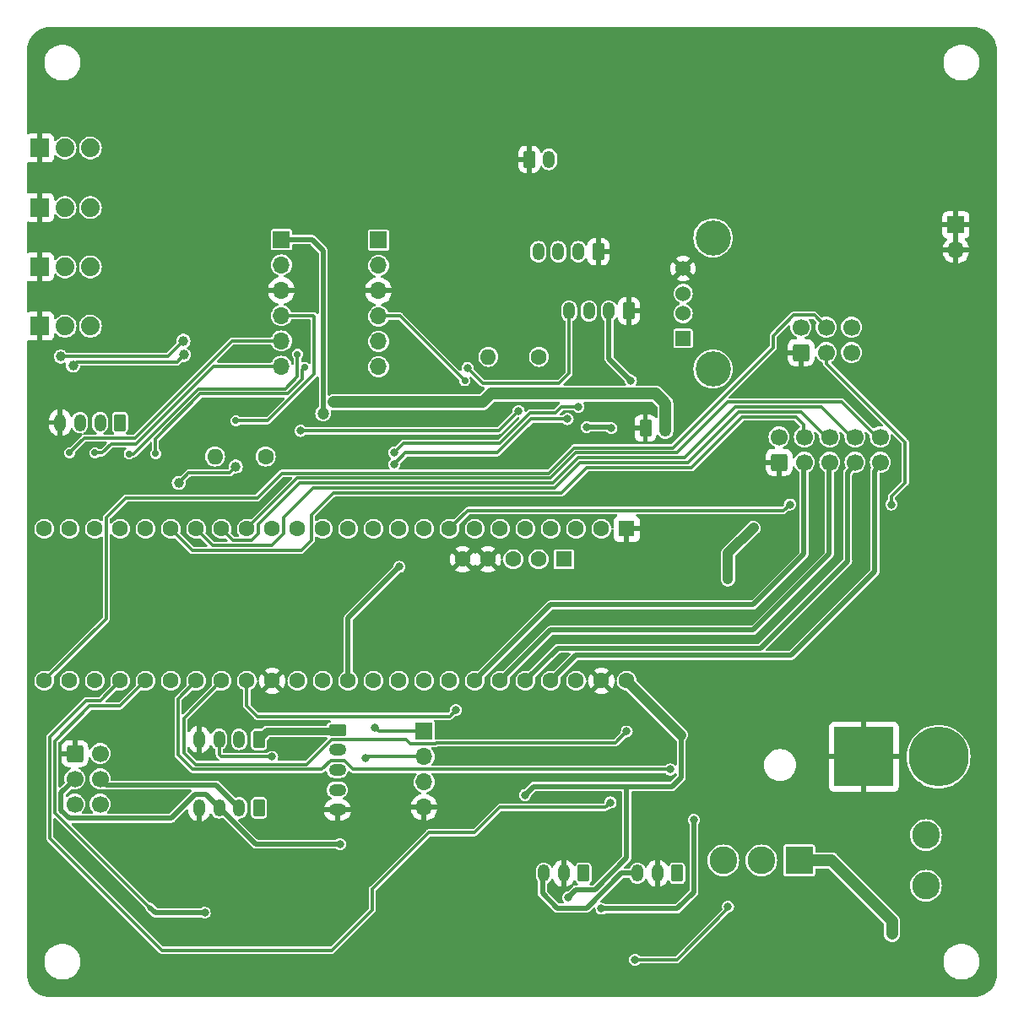
<source format=gbl>
%TF.GenerationSoftware,KiCad,Pcbnew,7.0.7-7.0.7~ubuntu22.04.1*%
%TF.CreationDate,2023-09-24T13:34:32+02:00*%
%TF.ProjectId,Regbot,52656762-6f74-42e6-9b69-6361645f7063,v5.0*%
%TF.SameCoordinates,Original*%
%TF.FileFunction,Copper,L2,Bot*%
%TF.FilePolarity,Positive*%
%FSLAX46Y46*%
G04 Gerber Fmt 4.6, Leading zero omitted, Abs format (unit mm)*
G04 Created by KiCad (PCBNEW 7.0.7-7.0.7~ubuntu22.04.1) date 2023-09-24 13:34:32*
%MOMM*%
%LPD*%
G01*
G04 APERTURE LIST*
G04 Aperture macros list*
%AMRoundRect*
0 Rectangle with rounded corners*
0 $1 Rounding radius*
0 $2 $3 $4 $5 $6 $7 $8 $9 X,Y pos of 4 corners*
0 Add a 4 corners polygon primitive as box body*
4,1,4,$2,$3,$4,$5,$6,$7,$8,$9,$2,$3,0*
0 Add four circle primitives for the rounded corners*
1,1,$1+$1,$2,$3*
1,1,$1+$1,$4,$5*
1,1,$1+$1,$6,$7*
1,1,$1+$1,$8,$9*
0 Add four rect primitives between the rounded corners*
20,1,$1+$1,$2,$3,$4,$5,0*
20,1,$1+$1,$4,$5,$6,$7,0*
20,1,$1+$1,$6,$7,$8,$9,0*
20,1,$1+$1,$8,$9,$2,$3,0*%
G04 Aperture macros list end*
%TA.AperFunction,ComponentPad*%
%ADD10C,1.600000*%
%TD*%
%TA.AperFunction,ComponentPad*%
%ADD11O,1.600000X1.600000*%
%TD*%
%TA.AperFunction,ComponentPad*%
%ADD12RoundRect,0.250000X-0.350000X-0.625000X0.350000X-0.625000X0.350000X0.625000X-0.350000X0.625000X0*%
%TD*%
%TA.AperFunction,ComponentPad*%
%ADD13O,1.200000X1.750000*%
%TD*%
%TA.AperFunction,ComponentPad*%
%ADD14R,1.700000X1.700000*%
%TD*%
%TA.AperFunction,ComponentPad*%
%ADD15O,1.700000X1.700000*%
%TD*%
%TA.AperFunction,ComponentPad*%
%ADD16R,2.775000X2.775000*%
%TD*%
%TA.AperFunction,ComponentPad*%
%ADD17C,2.775000*%
%TD*%
%TA.AperFunction,ComponentPad*%
%ADD18R,1.600000X1.600000*%
%TD*%
%TA.AperFunction,ComponentPad*%
%ADD19RoundRect,0.250000X0.350000X0.625000X-0.350000X0.625000X-0.350000X-0.625000X0.350000X-0.625000X0*%
%TD*%
%TA.AperFunction,ComponentPad*%
%ADD20RoundRect,0.250000X-0.625000X0.350000X-0.625000X-0.350000X0.625000X-0.350000X0.625000X0.350000X0*%
%TD*%
%TA.AperFunction,ComponentPad*%
%ADD21O,1.750000X1.200000*%
%TD*%
%TA.AperFunction,ComponentPad*%
%ADD22R,1.524000X1.524000*%
%TD*%
%TA.AperFunction,ComponentPad*%
%ADD23C,1.524000*%
%TD*%
%TA.AperFunction,ComponentPad*%
%ADD24C,3.530000*%
%TD*%
%TA.AperFunction,ComponentPad*%
%ADD25R,1.879600X1.879600*%
%TD*%
%TA.AperFunction,ComponentPad*%
%ADD26C,1.879600*%
%TD*%
%TA.AperFunction,ComponentPad*%
%ADD27RoundRect,0.250000X0.600000X-0.600000X0.600000X0.600000X-0.600000X0.600000X-0.600000X-0.600000X0*%
%TD*%
%TA.AperFunction,ComponentPad*%
%ADD28C,1.700000*%
%TD*%
%TA.AperFunction,ComponentPad*%
%ADD29R,5.999987X5.999987*%
%TD*%
%TA.AperFunction,ComponentPad*%
%ADD30C,5.999987*%
%TD*%
%TA.AperFunction,ComponentPad*%
%ADD31RoundRect,0.250000X-0.600000X-0.600000X0.600000X-0.600000X0.600000X0.600000X-0.600000X0.600000X0*%
%TD*%
%TA.AperFunction,ViaPad*%
%ADD32C,0.800000*%
%TD*%
%TA.AperFunction,ViaPad*%
%ADD33C,0.700000*%
%TD*%
%TA.AperFunction,ViaPad*%
%ADD34C,1.200000*%
%TD*%
%TA.AperFunction,ViaPad*%
%ADD35C,1.000000*%
%TD*%
%TA.AperFunction,Conductor*%
%ADD36C,0.300000*%
%TD*%
%TA.AperFunction,Conductor*%
%ADD37C,0.500000*%
%TD*%
%TA.AperFunction,Conductor*%
%ADD38C,1.000000*%
%TD*%
%TA.AperFunction,Conductor*%
%ADD39C,1.200000*%
%TD*%
%TA.AperFunction,Conductor*%
%ADD40C,0.700000*%
%TD*%
%TA.AperFunction,Conductor*%
%ADD41C,0.750000*%
%TD*%
G04 APERTURE END LIST*
D10*
X151216738Y-89425188D03*
D11*
X146136738Y-89425188D03*
D12*
X161891586Y-96582090D03*
D13*
X163891586Y-96582090D03*
D14*
X193040000Y-76200000D03*
D15*
X193040000Y-78740000D03*
D12*
X150230982Y-69623706D03*
D13*
X152230982Y-69623706D03*
D16*
X177330100Y-139928600D03*
D17*
X173520100Y-139928600D03*
X169710100Y-139928600D03*
X190030100Y-142468600D03*
X190030100Y-137388600D03*
D18*
X160020000Y-106680000D03*
D10*
X157480000Y-106680000D03*
X154940000Y-106680000D03*
X152400000Y-106680000D03*
X149860000Y-106680000D03*
X147320000Y-106680000D03*
X144780000Y-106680000D03*
X142240000Y-106680000D03*
X139700000Y-106680000D03*
X137160000Y-106680000D03*
X134620000Y-106680000D03*
X132080000Y-106680000D03*
X129540000Y-106680000D03*
X127000000Y-106680000D03*
X124460000Y-106680000D03*
X121920000Y-106680000D03*
X119380000Y-106680000D03*
X116840000Y-106680000D03*
X114300000Y-106680000D03*
X111760000Y-106680000D03*
X109220000Y-106680000D03*
X106680000Y-106680000D03*
X104140000Y-106680000D03*
X101600000Y-106680000D03*
X101600000Y-121920000D03*
X104140000Y-121920000D03*
X106680000Y-121920000D03*
X109220000Y-121920000D03*
X111760000Y-121920000D03*
X114300000Y-121920000D03*
X116840000Y-121920000D03*
X119380000Y-121920000D03*
X121920000Y-121920000D03*
X124460000Y-121920000D03*
X127000000Y-121920000D03*
X129540000Y-121920000D03*
X132080000Y-121920000D03*
X134620000Y-121920000D03*
X137160000Y-121920000D03*
X139700000Y-121920000D03*
X142240000Y-121920000D03*
X144780000Y-121920000D03*
X147320000Y-121920000D03*
X149860000Y-121920000D03*
X152400000Y-121920000D03*
X154940000Y-121920000D03*
X157480000Y-121920000D03*
X160020000Y-121920000D03*
D18*
X153720800Y-109730800D03*
D10*
X151180800Y-109730800D03*
X148640800Y-109730800D03*
X146100800Y-109730800D03*
X143560800Y-109730800D03*
X123806791Y-99432731D03*
D11*
X118726791Y-99432731D03*
D19*
X123142000Y-134662000D03*
D13*
X121142000Y-134662000D03*
X119142000Y-134662000D03*
X117142000Y-134662000D03*
D20*
X130998719Y-126865013D03*
D21*
X130998719Y-128865013D03*
X130998719Y-130865013D03*
X130998719Y-132865013D03*
X130998719Y-134865013D03*
D22*
X165672946Y-87580453D03*
D23*
X165672946Y-85080453D03*
X165672946Y-83080453D03*
X165672946Y-80580453D03*
D24*
X168672946Y-90650453D03*
X168672946Y-77510453D03*
D25*
X101150083Y-80402807D03*
D26*
X103690083Y-80402807D03*
X106230083Y-80402807D03*
D25*
X101150083Y-86360000D03*
D26*
X103690083Y-86360000D03*
X106230083Y-86360000D03*
D27*
X177486357Y-88997326D03*
D28*
X177486357Y-86457326D03*
X180026357Y-88997326D03*
X180026357Y-86457326D03*
X182566357Y-88997326D03*
X182566357Y-86457326D03*
D19*
X109194929Y-96020960D03*
D13*
X107194929Y-96020960D03*
X105194929Y-96020960D03*
X103194929Y-96020960D03*
D19*
X123142000Y-127804000D03*
D13*
X121142000Y-127804000D03*
X119142000Y-127804000D03*
X117142000Y-127804000D03*
D19*
X160236574Y-84829785D03*
D13*
X158236574Y-84829785D03*
X156236574Y-84829785D03*
X154236574Y-84829785D03*
D14*
X135121037Y-77725186D03*
D15*
X135121037Y-80265186D03*
X135121037Y-82805186D03*
X135121037Y-85345186D03*
X135121037Y-87885186D03*
X135121037Y-90425186D03*
D29*
X183794400Y-129540000D03*
D30*
X191294409Y-129540000D03*
D14*
X139700000Y-127000000D03*
D15*
X139700000Y-129540000D03*
X139700000Y-132080000D03*
X139700000Y-134620000D03*
D25*
X101150083Y-74445616D03*
D26*
X103690083Y-74445616D03*
X106230083Y-74445616D03*
D25*
X101150083Y-68488425D03*
D26*
X103690083Y-68488425D03*
X106230083Y-68488425D03*
D14*
X125379151Y-77672566D03*
D15*
X125379151Y-80212566D03*
X125379151Y-82752566D03*
X125379151Y-85292566D03*
X125379151Y-87832566D03*
X125379151Y-90372566D03*
D19*
X155702000Y-141224000D03*
D13*
X153702000Y-141224000D03*
X151702000Y-141224000D03*
D27*
X175289069Y-100004677D03*
D28*
X175289069Y-97464677D03*
X177829069Y-100004677D03*
X177829069Y-97464677D03*
X180369069Y-100004677D03*
X180369069Y-97464677D03*
X182909069Y-100004677D03*
X182909069Y-97464677D03*
X185449069Y-100004677D03*
X185449069Y-97464677D03*
D19*
X165100000Y-141224000D03*
D13*
X163100000Y-141224000D03*
X161100000Y-141224000D03*
D31*
X104666376Y-129215004D03*
D28*
X107206376Y-129215004D03*
X104666376Y-131755004D03*
X107206376Y-131755004D03*
X104666376Y-134295004D03*
X107206376Y-134295004D03*
D19*
X157158828Y-78885885D03*
D13*
X155158828Y-78885885D03*
X153158828Y-78885885D03*
X151158828Y-78885885D03*
D32*
X165100000Y-137160000D03*
X139700000Y-104140000D03*
D33*
X114799629Y-119156386D03*
D32*
X170180000Y-121920000D03*
X111760000Y-60960000D03*
X147684714Y-94761602D03*
X151375240Y-91160154D03*
X175260000Y-106680000D03*
X185420000Y-139700000D03*
D33*
X129674375Y-113011409D03*
D32*
X150587223Y-126799501D03*
D33*
X121920000Y-111760000D03*
D32*
X147320000Y-144780000D03*
X142207891Y-95419166D03*
X142240000Y-139700000D03*
X142240000Y-144780000D03*
X130767455Y-123649766D03*
D33*
X187960000Y-121920000D03*
X120570706Y-119774135D03*
D32*
X140025712Y-100322135D03*
X111760000Y-58420000D03*
D33*
X134112587Y-108638164D03*
D32*
X142278659Y-92643491D03*
X104753706Y-116658675D03*
X190500000Y-111760000D03*
X138527960Y-95930267D03*
D33*
X114103480Y-104682403D03*
X124893150Y-115540852D03*
D32*
X147320000Y-58420000D03*
D33*
X114225404Y-100794377D03*
D32*
X190500000Y-66040000D03*
X154940000Y-60960000D03*
X160020000Y-111760000D03*
X136992743Y-123886469D03*
X152243645Y-97284211D03*
X137173668Y-92720799D03*
X195580000Y-101600000D03*
X147320000Y-60960000D03*
X193040000Y-66040000D03*
D33*
X181295677Y-121993420D03*
D32*
X107498080Y-117961896D03*
X132480478Y-100312712D03*
X144310438Y-124426265D03*
D33*
X118912710Y-97163747D03*
D32*
X154940000Y-58420000D03*
D33*
X114523268Y-115726253D03*
X129235621Y-99995097D03*
X191269332Y-107298009D03*
X143773165Y-91822201D03*
D32*
X149817475Y-133368352D03*
D33*
X170180000Y-111760000D03*
X172732278Y-106586438D03*
X120813478Y-95839092D03*
D32*
X154147224Y-143661391D03*
D34*
X146418660Y-93129609D03*
D32*
X170174100Y-144584600D03*
D34*
X130639487Y-93979500D03*
D32*
X160850196Y-149894580D03*
X164378684Y-130815890D03*
X160020000Y-127000000D03*
X117694910Y-145188354D03*
X142888571Y-124850331D03*
X131261431Y-138306986D03*
X158402701Y-134119744D03*
X137226230Y-110492224D03*
D35*
X120811648Y-100437102D03*
X115081212Y-102083710D03*
D34*
X129573731Y-95116996D03*
D35*
X115562203Y-87825951D03*
X103253760Y-89401745D03*
D32*
X144049433Y-90529672D03*
D35*
X115624921Y-89237110D03*
X104492444Y-90287639D03*
D32*
X127333426Y-96853426D03*
X149177342Y-94852613D03*
X133787960Y-129643543D03*
X124460000Y-129540000D03*
X134782061Y-126614255D03*
X156003750Y-96459214D03*
X158488199Y-96576672D03*
X160441110Y-91809104D03*
X154088999Y-95668999D03*
X136699778Y-100187210D03*
X155183143Y-94453284D03*
X136697020Y-99023893D03*
D34*
X186626500Y-147320000D03*
D33*
X104140000Y-99060000D03*
X106680000Y-99060000D03*
D32*
X186557203Y-104231178D03*
X176375589Y-104231178D03*
D33*
X110122406Y-99165418D03*
X127000000Y-89169589D03*
X112767672Y-99142009D03*
X127699500Y-90487977D03*
D32*
X157480000Y-144780000D03*
X166750136Y-135887550D03*
D36*
X166913469Y-89239219D02*
X166893961Y-89258727D01*
X124015120Y-95839092D02*
X128670812Y-91183400D01*
X128612020Y-85292566D02*
X125379151Y-85292566D01*
D37*
X156844378Y-142875622D02*
X160020000Y-139700000D01*
X150665606Y-132520221D02*
X160020000Y-132520221D01*
D36*
X128670812Y-91183400D02*
X128670812Y-85351358D01*
X137296150Y-85345186D02*
X135121037Y-85345186D01*
D37*
X160020000Y-139700000D02*
X160020000Y-132520221D01*
X154932993Y-142875622D02*
X156844378Y-142875622D01*
D38*
X160020000Y-121920000D02*
X165478684Y-127378684D01*
D37*
X149817475Y-133368352D02*
X150665606Y-132520221D01*
X165478684Y-131614007D02*
X165478684Y-127378684D01*
D36*
X143773165Y-91822201D02*
X137296150Y-85345186D01*
D37*
X160020000Y-132520221D02*
X164572470Y-132520221D01*
D38*
X170180000Y-109138716D02*
X172732278Y-106586438D01*
D36*
X120813478Y-95839092D02*
X124015120Y-95839092D01*
D37*
X164572470Y-132520221D02*
X165478684Y-131614007D01*
X154147224Y-143661391D02*
X154932993Y-142875622D01*
D36*
X128670812Y-85351358D02*
X128612020Y-85292566D01*
D38*
X170180000Y-111760000D02*
X170180000Y-109138716D01*
D36*
X170180000Y-144780000D02*
X170174100Y-144774100D01*
D39*
X162941820Y-93129609D02*
X163891586Y-94079375D01*
D40*
X130639487Y-93979500D02*
X130639987Y-93980000D01*
D36*
X165065420Y-149894580D02*
X170180000Y-144780000D01*
D39*
X145568269Y-93980000D02*
X146418660Y-93129609D01*
X163891586Y-94079375D02*
X163891586Y-96582090D01*
D36*
X160850196Y-149894580D02*
X165065420Y-149894580D01*
D39*
X130639987Y-93980000D02*
X145568269Y-93980000D01*
D36*
X170174100Y-144774100D02*
X170174100Y-144584600D01*
D39*
X146418660Y-93129609D02*
X162941820Y-93129609D01*
D36*
X130330216Y-129915013D02*
X131667222Y-129915013D01*
X116477377Y-130815890D02*
X129429339Y-130815890D01*
X131667222Y-129915013D02*
X132568099Y-130815890D01*
X115013332Y-123746668D02*
X115013332Y-129351845D01*
X115013332Y-129351845D02*
X116477377Y-130815890D01*
X129429339Y-130815890D02*
X130330216Y-129915013D01*
X116840000Y-121920000D02*
X115013332Y-123746668D01*
X132568099Y-130815890D02*
X164378684Y-130815890D01*
X127929339Y-130315890D02*
X130407056Y-127838173D01*
X138273737Y-128230385D02*
X140819615Y-128230385D01*
X115593476Y-129132331D02*
X116777035Y-130315890D01*
X140900000Y-128150000D02*
X158870000Y-128150000D01*
X140819615Y-128230385D02*
X140900000Y-128150000D01*
X158870000Y-128150000D02*
X160020000Y-127000000D01*
X137881525Y-127838173D02*
X138273737Y-128230385D01*
X116777035Y-130315890D02*
X127929339Y-130315890D01*
X130407056Y-127838173D02*
X137881525Y-127838173D01*
X115593476Y-125706524D02*
X115593476Y-129132331D01*
X119380000Y-121920000D02*
X115593476Y-125706524D01*
D37*
X117694910Y-145188354D02*
X112725220Y-145188354D01*
D36*
X102673409Y-127945329D02*
X106158738Y-124460000D01*
D37*
X112725220Y-145188354D02*
X112157159Y-144620293D01*
D36*
X109220000Y-124460000D02*
X111760000Y-121920000D01*
X102673409Y-135136542D02*
X102673409Y-127945329D01*
X112157159Y-144620293D02*
X102673409Y-135136542D01*
X106158738Y-124460000D02*
X109220000Y-124460000D01*
X121920000Y-124460000D02*
X121920000Y-121920000D01*
X142253574Y-125485328D02*
X122945328Y-125485328D01*
X142888571Y-124850331D02*
X142253574Y-125485328D01*
X122945328Y-125485328D02*
X121920000Y-124460000D01*
D41*
X123946000Y-127000000D02*
X123142000Y-127804000D01*
X130863732Y-127000000D02*
X123946000Y-127000000D01*
X130998719Y-126865013D02*
X130863732Y-127000000D01*
D37*
X104087533Y-135702138D02*
X114341938Y-135702138D01*
X103273409Y-133162138D02*
X103273409Y-134888014D01*
X103273409Y-134888014D02*
X104087533Y-135702138D01*
X122786986Y-138306986D02*
X131261431Y-138306986D01*
X114341938Y-135702138D02*
X116707076Y-133337000D01*
X117817000Y-133337000D02*
X119142000Y-134662000D01*
X116707076Y-133337000D02*
X117817000Y-133337000D01*
X104663209Y-131772338D02*
X103273409Y-133162138D01*
X119142000Y-134662000D02*
X122786986Y-138306986D01*
X107826815Y-132395944D02*
X118875944Y-132395944D01*
X107203209Y-131772338D02*
X107826815Y-132395944D01*
X118875944Y-132395944D02*
X121142000Y-134662000D01*
X177800000Y-100330000D02*
X177800000Y-109220000D01*
X177800000Y-109220000D02*
X172720000Y-114300000D01*
X172720000Y-114300000D02*
X152400000Y-114300000D01*
X152400000Y-114300000D02*
X144780000Y-121920000D01*
D36*
X128390000Y-105290000D02*
X130580000Y-103100000D01*
X116450000Y-108830000D02*
X127390000Y-108830000D01*
X163607131Y-100567131D02*
X166529967Y-100567131D01*
X127390000Y-108830000D02*
X128390000Y-107830000D01*
X114300000Y-106680000D02*
X116450000Y-108830000D01*
X155980000Y-100560000D02*
X163600000Y-100560000D01*
X171617098Y-95480000D02*
X177007791Y-95480000D01*
X177007791Y-95480000D02*
X177800000Y-96272209D01*
X166529967Y-100567131D02*
X171617098Y-95480000D01*
X130580000Y-103100000D02*
X153440000Y-103100000D01*
X163600000Y-100560000D02*
X163607131Y-100567131D01*
X177800000Y-96272209D02*
X177800000Y-97790000D01*
X128390000Y-107830000D02*
X128390000Y-105290000D01*
X153440000Y-103100000D02*
X155980000Y-100560000D01*
D37*
X172720000Y-116840000D02*
X180340000Y-109220000D01*
X180340000Y-109220000D02*
X180340000Y-100330000D01*
X152400000Y-116840000D02*
X172720000Y-116840000D01*
X147320000Y-121920000D02*
X152400000Y-116840000D01*
D36*
X116840000Y-106680000D02*
X118490000Y-108330000D01*
X118490000Y-108330000D02*
X124436346Y-108330000D01*
X155354212Y-100060000D02*
X166171746Y-100060000D01*
X166171746Y-100060000D02*
X171251746Y-94980000D01*
X177530000Y-94980000D02*
X180340000Y-97790000D01*
X128540000Y-102600000D02*
X152814212Y-102600000D01*
X125610000Y-105530000D02*
X128540000Y-102600000D01*
X152814212Y-102600000D02*
X155354212Y-100060000D01*
X171251746Y-94980000D02*
X177530000Y-94980000D01*
X125610000Y-107156346D02*
X125610000Y-105530000D01*
X124436346Y-108330000D02*
X125610000Y-107156346D01*
D37*
X153100000Y-118680000D02*
X149860000Y-121920000D01*
X173420000Y-118680000D02*
X153100000Y-118680000D01*
X182180000Y-101030000D02*
X182180000Y-109920000D01*
X182180000Y-109920000D02*
X173420000Y-118680000D01*
X182880000Y-100330000D02*
X182180000Y-101030000D01*
D36*
X165806392Y-99560000D02*
X170886392Y-94480000D01*
X155147106Y-99560000D02*
X165806392Y-99560000D01*
X123070000Y-107156346D02*
X123070000Y-106237106D01*
X127207106Y-102100000D02*
X152607106Y-102100000D01*
X179570000Y-94480000D02*
X182880000Y-97790000D01*
X119380000Y-106680000D02*
X120530000Y-107830000D01*
X152607106Y-102100000D02*
X155147106Y-99560000D01*
X170886392Y-94480000D02*
X179570000Y-94480000D01*
X122396346Y-107830000D02*
X123070000Y-107156346D01*
X123070000Y-106237106D02*
X127207106Y-102100000D01*
X120530000Y-107830000D02*
X122396346Y-107830000D01*
D37*
X176489675Y-119380000D02*
X184897361Y-110972314D01*
X154940000Y-119380000D02*
X176489675Y-119380000D01*
X152400000Y-121920000D02*
X154940000Y-119380000D01*
X184897361Y-100852639D02*
X185420000Y-100330000D01*
X184897361Y-110972314D02*
X184897361Y-100852639D01*
D36*
X181610000Y-93980000D02*
X185420000Y-97790000D01*
X152400000Y-101600000D02*
X154940000Y-99060000D01*
X170141129Y-93980000D02*
X181610000Y-93980000D01*
X127000000Y-101600000D02*
X152400000Y-101600000D01*
X121920000Y-106680000D02*
X127000000Y-101600000D01*
X165061129Y-99060000D02*
X170141129Y-93980000D01*
X154940000Y-99060000D02*
X165061129Y-99060000D01*
X152192894Y-101100000D02*
X125444095Y-101100000D01*
X178826357Y-85257326D02*
X180026357Y-86457326D01*
X174708538Y-88483920D02*
X164632458Y-98560000D01*
X122951875Y-103592220D02*
X109767780Y-103592220D01*
X154732893Y-98560000D02*
X152192894Y-101100000D01*
X125444095Y-101100000D02*
X122951875Y-103592220D01*
X174708538Y-87298187D02*
X174708538Y-88483920D01*
X107830000Y-115690000D02*
X101600000Y-121920000D01*
X109767780Y-103592220D02*
X107830000Y-105530000D01*
X107830000Y-105530000D02*
X107830000Y-115690000D01*
X164632458Y-98560000D02*
X154732893Y-98560000D01*
X174708538Y-87298187D02*
X176749399Y-85257326D01*
X176749399Y-85257326D02*
X178826357Y-85257326D01*
X105835739Y-123894753D02*
X107245247Y-123894753D01*
X134509060Y-142813481D02*
X134509060Y-144890940D01*
X140162541Y-137160000D02*
X134509060Y-142813481D01*
X130461900Y-148938100D02*
X113378100Y-148938100D01*
X113378100Y-148938100D02*
X102173409Y-137733409D01*
X158402701Y-134119744D02*
X157902445Y-134620000D01*
X102173409Y-137733409D02*
X102173409Y-127557083D01*
X107245247Y-123894753D02*
X109220000Y-121920000D01*
X134509060Y-144890940D02*
X130461900Y-148938100D01*
X147320000Y-134620000D02*
X144780000Y-137160000D01*
X102173409Y-127557083D02*
X105835739Y-123894753D01*
X157902445Y-134620000D02*
X147320000Y-134620000D01*
X144780000Y-137160000D02*
X140162541Y-137160000D01*
D37*
X132080000Y-115638454D02*
X132080000Y-121920000D01*
X137226230Y-110492224D02*
X132080000Y-115638454D01*
D36*
X116084060Y-101080862D02*
X120167888Y-101080862D01*
X120167888Y-101080862D02*
X120811648Y-100437102D01*
X115081212Y-102083710D02*
X116084060Y-101080862D01*
D37*
X129573731Y-95116996D02*
X129589987Y-95100740D01*
X128472566Y-77672566D02*
X125379151Y-77672566D01*
X129589987Y-78789987D02*
X128472566Y-77672566D01*
X129589987Y-95100740D02*
X129589987Y-78789987D01*
D36*
X115562203Y-87825951D02*
X113986409Y-89401745D01*
X144049433Y-90529672D02*
X145619328Y-92099567D01*
X145619328Y-92099567D02*
X153230567Y-92099567D01*
X154236574Y-91093560D02*
X154236574Y-84829785D01*
X153230567Y-92099567D02*
X154236574Y-91093560D01*
X113986409Y-89401745D02*
X103253760Y-89401745D01*
X147176529Y-96853426D02*
X127333426Y-96853426D01*
X114935021Y-89927010D02*
X115624921Y-89237110D01*
X149177342Y-94852613D02*
X147176529Y-96853426D01*
X104492444Y-90287639D02*
X104853073Y-89927010D01*
X104853073Y-89927010D02*
X114935021Y-89927010D01*
X133891503Y-129540000D02*
X139650000Y-129540000D01*
X133787960Y-129643543D02*
X133891503Y-129540000D01*
X119380000Y-129540000D02*
X124460000Y-129540000D01*
X134782061Y-126614255D02*
X135167806Y-127000000D01*
X119142000Y-129302000D02*
X119380000Y-129540000D01*
X119142000Y-127804000D02*
X119142000Y-129302000D01*
X135167806Y-127000000D02*
X139650000Y-127000000D01*
D37*
X158236574Y-89604568D02*
X158236574Y-84829785D01*
X156003750Y-96459214D02*
X158370741Y-96459214D01*
X158370741Y-96459214D02*
X158488199Y-96576672D01*
X160441110Y-91809104D02*
X158236574Y-89604568D01*
D36*
X136699778Y-100187210D02*
X136710122Y-100187210D01*
X136710122Y-100187210D02*
X137837332Y-99060000D01*
X150435721Y-95668999D02*
X154088999Y-95668999D01*
X137837332Y-99060000D02*
X147044720Y-99060000D01*
X147044720Y-99060000D02*
X150435721Y-95668999D01*
X147308498Y-98089116D02*
X150332992Y-95064622D01*
X153461377Y-94453284D02*
X155183143Y-94453284D01*
X152850039Y-95064622D02*
X153461377Y-94453284D01*
X136697020Y-99023893D02*
X137631797Y-98089116D01*
X137631797Y-98089116D02*
X147308498Y-98089116D01*
X150332992Y-95064622D02*
X152850039Y-95064622D01*
D39*
X180568600Y-139928600D02*
X177330100Y-139928600D01*
X186626500Y-145986500D02*
X180568600Y-139928600D01*
X186626500Y-147320000D02*
X186626500Y-145986500D01*
D36*
X104140000Y-99060000D02*
X105626423Y-97573577D01*
X110706423Y-97573577D02*
X120447434Y-87832566D01*
X105626423Y-97573577D02*
X110706423Y-97573577D01*
X120447434Y-87832566D02*
X125379151Y-87832566D01*
X106680000Y-99060000D02*
X107418692Y-99060000D01*
X118614540Y-90372566D02*
X125379151Y-90372566D01*
X108319880Y-98158812D02*
X110828294Y-98158812D01*
X107418692Y-99060000D02*
X108319880Y-98158812D01*
X110828294Y-98158812D02*
X118614540Y-90372566D01*
X186557203Y-104231178D02*
X186557203Y-103440963D01*
X186557203Y-103440963D02*
X187960000Y-102038166D01*
X144086790Y-104833210D02*
X142240000Y-106680000D01*
X180086965Y-90111869D02*
X180086965Y-89057934D01*
X187960000Y-102038166D02*
X187960000Y-97984904D01*
X180086965Y-89057934D02*
X180026357Y-88997326D01*
X176375589Y-104231178D02*
X175773557Y-104833210D01*
X175773557Y-104833210D02*
X144086790Y-104833210D01*
X187960000Y-97984904D02*
X180086965Y-90111869D01*
X117060026Y-92634186D02*
X110528794Y-99165418D01*
X110528794Y-99165418D02*
X110122406Y-99165418D01*
X127000000Y-91440000D02*
X125805814Y-92634186D01*
X125805814Y-92634186D02*
X117060026Y-92634186D01*
X127000000Y-89169589D02*
X127000000Y-91440000D01*
X127500000Y-90687477D02*
X127500000Y-91647106D01*
X127500000Y-91647106D02*
X126012920Y-93134186D01*
X126012920Y-93134186D02*
X117267132Y-93134186D01*
X127699500Y-90487977D02*
X127500000Y-90687477D01*
X112767672Y-97633646D02*
X112767672Y-99142009D01*
X117267132Y-93134186D02*
X112767672Y-97633646D01*
D37*
X165100000Y-144780000D02*
X157480000Y-144780000D01*
X166750136Y-143129864D02*
X165100000Y-144780000D01*
X166750136Y-135887550D02*
X166750136Y-143129864D01*
X151560381Y-141365619D02*
X151560381Y-143244767D01*
X151702000Y-141224000D02*
X151560381Y-141365619D01*
X153032180Y-144716566D02*
X155993383Y-144716566D01*
X159485949Y-141224000D02*
X161100000Y-141224000D01*
X151560381Y-143244767D02*
X153032180Y-144716566D01*
D38*
X151702000Y-141542000D02*
X151702000Y-141224000D01*
D37*
X155993383Y-144716566D02*
X159485949Y-141224000D01*
%TA.AperFunction,Conductor*%
G36*
X153616262Y-141591048D02*
G01*
X153639424Y-141599000D01*
X153733072Y-141599000D01*
X153733073Y-141599000D01*
X153807592Y-141586565D01*
X153876955Y-141594947D01*
X153930777Y-141639500D01*
X153951968Y-141706078D01*
X153952000Y-141708874D01*
X153952000Y-142570257D01*
X154063409Y-142543229D01*
X154254507Y-142455959D01*
X154425619Y-142334110D01*
X154425625Y-142334104D01*
X154570592Y-142182067D01*
X154684167Y-142005341D01*
X154692113Y-141985493D01*
X154735303Y-141930571D01*
X154801330Y-141907718D01*
X154869230Y-141924190D01*
X154917446Y-141974757D01*
X154924272Y-141990623D01*
X154930044Y-142007117D01*
X154949207Y-142061882D01*
X155029850Y-142171150D01*
X155070773Y-142201352D01*
X155113023Y-142256999D01*
X155118482Y-142326655D01*
X155085415Y-142388205D01*
X155024321Y-142422106D01*
X154997139Y-142425122D01*
X154961776Y-142425122D01*
X154954837Y-142424732D01*
X154940562Y-142423124D01*
X154915957Y-142420351D01*
X154865536Y-142429892D01*
X154857513Y-142431410D01*
X154844825Y-142433322D01*
X154798709Y-142440273D01*
X154790525Y-142442797D01*
X154782521Y-142445598D01*
X154729929Y-142473395D01*
X154676350Y-142499196D01*
X154669331Y-142503981D01*
X154662454Y-142509057D01*
X154620406Y-142551105D01*
X154576796Y-142591569D01*
X154571006Y-142598830D01*
X154570355Y-142598310D01*
X154560960Y-142610550D01*
X154140802Y-143030708D01*
X154079479Y-143064193D01*
X154069308Y-143065966D01*
X153990462Y-143076347D01*
X153844384Y-143136854D01*
X153718942Y-143233109D01*
X153622687Y-143358551D01*
X153562180Y-143504628D01*
X153562179Y-143504630D01*
X153541542Y-143661389D01*
X153541542Y-143661392D01*
X153562179Y-143818151D01*
X153562180Y-143818153D01*
X153622688Y-143964233D01*
X153701222Y-144066580D01*
X153726416Y-144131749D01*
X153712378Y-144200194D01*
X153663564Y-144250183D01*
X153602846Y-144266066D01*
X153270145Y-144266066D01*
X153203106Y-144246381D01*
X153182464Y-144229747D01*
X152047200Y-143094483D01*
X152013715Y-143033160D01*
X152010881Y-143006802D01*
X152010881Y-142318857D01*
X152030566Y-142251818D01*
X152068906Y-142213865D01*
X152204262Y-142128816D01*
X152331816Y-142001262D01*
X152427789Y-141848522D01*
X152427789Y-141848519D01*
X152427792Y-141848516D01*
X152430812Y-141842247D01*
X152433557Y-141843569D01*
X152466351Y-141797781D01*
X152531286Y-141771990D01*
X152599857Y-141785399D01*
X152650292Y-141833752D01*
X152661714Y-141860525D01*
X152676149Y-141909686D01*
X152772413Y-142096414D01*
X152902268Y-142261537D01*
X152902271Y-142261540D01*
X153061030Y-142399105D01*
X153061041Y-142399114D01*
X153242960Y-142504144D01*
X153242967Y-142504147D01*
X153441487Y-142572856D01*
X153452000Y-142574367D01*
X153452000Y-141708330D01*
X153471685Y-141641291D01*
X153524489Y-141595536D01*
X153593647Y-141585592D01*
X153616262Y-141591048D01*
G37*
%TD.AperFunction*%
%TA.AperFunction,Conductor*%
G36*
X117056259Y-128171047D02*
G01*
X117079424Y-128179000D01*
X117173072Y-128179000D01*
X117173073Y-128179000D01*
X117247592Y-128166565D01*
X117316955Y-128174947D01*
X117370777Y-128219500D01*
X117391968Y-128286078D01*
X117392000Y-128288874D01*
X117392000Y-129150257D01*
X117503409Y-129123229D01*
X117694507Y-129035959D01*
X117865619Y-128914110D01*
X117865625Y-128914104D01*
X118010592Y-128762067D01*
X118124166Y-128585342D01*
X118186361Y-128429986D01*
X118229552Y-128375065D01*
X118295578Y-128352212D01*
X118363479Y-128368685D01*
X118411694Y-128419252D01*
X118413196Y-128422265D01*
X118416205Y-128428514D01*
X118512184Y-128581262D01*
X118639740Y-128708818D01*
X118733471Y-128767712D01*
X118779763Y-128820046D01*
X118791500Y-128872706D01*
X118791500Y-129252788D01*
X118788861Y-129278232D01*
X118786957Y-129287311D01*
X118786957Y-129287317D01*
X118791023Y-129319937D01*
X118791500Y-129327614D01*
X118791500Y-129331040D01*
X118793112Y-129340702D01*
X118795087Y-129352541D01*
X118801427Y-129403393D01*
X118803520Y-129410426D01*
X118805908Y-129417381D01*
X118830295Y-129462444D01*
X118852801Y-129508483D01*
X118857065Y-129514455D01*
X118861580Y-129520256D01*
X118899276Y-129554959D01*
X119097359Y-129753041D01*
X119113446Y-129772838D01*
X119113883Y-129773506D01*
X119134111Y-129840383D01*
X119114971Y-129907580D01*
X119062540Y-129953763D01*
X119010115Y-129965390D01*
X116973579Y-129965390D01*
X116906540Y-129945705D01*
X116885898Y-129929071D01*
X115980295Y-129023468D01*
X115946810Y-128962145D01*
X115943976Y-128935787D01*
X115943976Y-128804174D01*
X115943976Y-128666849D01*
X115963659Y-128599814D01*
X116016463Y-128554059D01*
X116085622Y-128544115D01*
X116149177Y-128573140D01*
X116178190Y-128610032D01*
X116212412Y-128676412D01*
X116342268Y-128841537D01*
X116342271Y-128841540D01*
X116501030Y-128979105D01*
X116501041Y-128979114D01*
X116682960Y-129084144D01*
X116682967Y-129084147D01*
X116881487Y-129152856D01*
X116891999Y-129154366D01*
X116891999Y-128288329D01*
X116911683Y-128221290D01*
X116964487Y-128175535D01*
X117033646Y-128165591D01*
X117056259Y-128171047D01*
G37*
%TD.AperFunction*%
%TA.AperFunction,Conductor*%
G36*
X176358874Y-86246045D02*
G01*
X176414807Y-86287917D01*
X176439224Y-86353381D01*
X176438943Y-86374381D01*
X176430774Y-86457325D01*
X176451056Y-86663258D01*
X176474403Y-86740222D01*
X176511125Y-86861280D01*
X176608672Y-87043776D01*
X176624190Y-87062685D01*
X176739946Y-87203736D01*
X176836566Y-87283028D01*
X176899907Y-87335011D01*
X177047626Y-87413969D01*
X177097469Y-87462931D01*
X177112929Y-87531068D01*
X177089097Y-87596748D01*
X177033539Y-87639117D01*
X176989172Y-87647326D01*
X176836386Y-87647326D01*
X176836369Y-87647327D01*
X176733659Y-87657820D01*
X176567237Y-87712967D01*
X176567232Y-87712969D01*
X176418011Y-87805010D01*
X176294041Y-87928980D01*
X176202000Y-88078201D01*
X176201998Y-88078206D01*
X176146851Y-88244628D01*
X176146850Y-88244635D01*
X176136357Y-88347339D01*
X176136357Y-88747326D01*
X176873010Y-88747326D01*
X176940049Y-88767011D01*
X176985804Y-88819815D01*
X176995748Y-88888973D01*
X176991988Y-88906259D01*
X176986357Y-88925437D01*
X176986357Y-89069214D01*
X176991988Y-89088393D01*
X176991987Y-89158262D01*
X176954212Y-89217040D01*
X176890656Y-89246064D01*
X176873010Y-89247326D01*
X176136358Y-89247326D01*
X176136358Y-89647312D01*
X176146851Y-89750023D01*
X176201998Y-89916445D01*
X176202000Y-89916450D01*
X176294041Y-90065671D01*
X176418011Y-90189641D01*
X176567232Y-90281682D01*
X176567237Y-90281684D01*
X176733659Y-90336831D01*
X176733666Y-90336832D01*
X176836376Y-90347325D01*
X177236356Y-90347325D01*
X177236357Y-90347324D01*
X177236357Y-89609627D01*
X177256042Y-89542588D01*
X177308846Y-89496833D01*
X177378004Y-89486889D01*
X177450594Y-89497326D01*
X177450595Y-89497326D01*
X177522119Y-89497326D01*
X177522120Y-89497326D01*
X177594709Y-89486889D01*
X177663867Y-89496833D01*
X177716671Y-89542587D01*
X177736356Y-89609627D01*
X177736356Y-90347324D01*
X177736357Y-90347325D01*
X178136329Y-90347325D01*
X178136343Y-90347324D01*
X178239054Y-90336831D01*
X178405476Y-90281684D01*
X178405481Y-90281682D01*
X178554702Y-90189641D01*
X178678672Y-90065671D01*
X178770713Y-89916450D01*
X178770715Y-89916445D01*
X178825862Y-89750023D01*
X178825863Y-89750016D01*
X178836356Y-89647312D01*
X178836356Y-89494513D01*
X178856040Y-89427473D01*
X178908844Y-89381718D01*
X178978002Y-89371774D01*
X179041558Y-89400799D01*
X179069714Y-89436058D01*
X179079456Y-89454284D01*
X179148672Y-89583776D01*
X179157498Y-89594530D01*
X179279946Y-89743736D01*
X179369053Y-89816863D01*
X179439907Y-89875011D01*
X179611174Y-89966556D01*
X179622405Y-89972559D01*
X179643787Y-89979045D01*
X179702226Y-90017341D01*
X179730684Y-90081153D01*
X179731133Y-90090860D01*
X179735988Y-90129806D01*
X179736465Y-90137483D01*
X179736465Y-90140907D01*
X179740052Y-90162410D01*
X179746392Y-90213262D01*
X179748485Y-90220295D01*
X179750873Y-90227250D01*
X179775260Y-90272313D01*
X179797766Y-90318352D01*
X179802030Y-90324324D01*
X179806545Y-90330125D01*
X179844240Y-90364827D01*
X185691464Y-96212051D01*
X185724949Y-96273374D01*
X185719965Y-96343066D01*
X185678093Y-96398999D01*
X185612629Y-96423416D01*
X185591629Y-96423135D01*
X185449069Y-96409094D01*
X185243136Y-96429376D01*
X185045110Y-96489446D01*
X184862622Y-96586989D01*
X184857562Y-96590371D01*
X184856020Y-96588063D01*
X184802538Y-96610630D01*
X184733699Y-96598676D01*
X184700792Y-96575111D01*
X183308760Y-95183079D01*
X181892637Y-93766955D01*
X181876511Y-93747098D01*
X181871437Y-93739331D01*
X181845487Y-93719133D01*
X181839741Y-93714059D01*
X181837307Y-93711625D01*
X181837306Y-93711624D01*
X181837305Y-93711623D01*
X181830848Y-93707013D01*
X181819561Y-93698955D01*
X181779126Y-93667483D01*
X181779122Y-93667481D01*
X181772648Y-93663977D01*
X181766069Y-93660760D01*
X181716954Y-93646138D01*
X181668486Y-93629498D01*
X181661269Y-93628294D01*
X181653953Y-93627382D01*
X181604725Y-93629419D01*
X181602769Y-93629500D01*
X170358001Y-93629500D01*
X170290962Y-93609815D01*
X170245207Y-93557011D01*
X170235263Y-93487853D01*
X170264288Y-93424297D01*
X170270320Y-93417819D01*
X172583998Y-91104141D01*
X174921584Y-88766554D01*
X174941440Y-88750431D01*
X174949207Y-88745357D01*
X174969411Y-88719397D01*
X174974479Y-88713659D01*
X174976913Y-88711227D01*
X174989582Y-88693481D01*
X175021055Y-88653046D01*
X175021056Y-88653040D01*
X175024555Y-88646575D01*
X175027773Y-88639992D01*
X175027778Y-88639986D01*
X175037170Y-88608438D01*
X175042399Y-88590875D01*
X175053481Y-88558594D01*
X175059038Y-88542408D01*
X175059038Y-88542399D01*
X175060244Y-88535176D01*
X175061155Y-88527872D01*
X175059038Y-88476688D01*
X175059038Y-87494730D01*
X175078723Y-87427691D01*
X175095352Y-87407054D01*
X176227861Y-86274544D01*
X176289182Y-86241061D01*
X176358874Y-86246045D01*
G37*
%TD.AperFunction*%
%TA.AperFunction,Conductor*%
G36*
X193217512Y-76699507D02*
G01*
X193270315Y-76745262D01*
X193290000Y-76812301D01*
X193290000Y-77350000D01*
X193289999Y-78127698D01*
X193270314Y-78194738D01*
X193217510Y-78240492D01*
X193148353Y-78250436D01*
X193075764Y-78240000D01*
X193075763Y-78240000D01*
X193004237Y-78240000D01*
X193004233Y-78240000D01*
X192931645Y-78250436D01*
X192862487Y-78240492D01*
X192809684Y-78194736D01*
X192790000Y-78127698D01*
X192790000Y-76812301D01*
X192809685Y-76745262D01*
X192862489Y-76699507D01*
X192931647Y-76689563D01*
X193004237Y-76700000D01*
X193004238Y-76700000D01*
X193075762Y-76700000D01*
X193075763Y-76700000D01*
X193148353Y-76689563D01*
X193217512Y-76699507D01*
G37*
%TD.AperFunction*%
%TA.AperFunction,Conductor*%
G36*
X194857966Y-56359213D02*
G01*
X194930578Y-56363605D01*
X195128327Y-56375566D01*
X195135761Y-56376470D01*
X195400326Y-56424954D01*
X195407596Y-56426745D01*
X195664391Y-56506765D01*
X195671384Y-56509418D01*
X195794010Y-56564607D01*
X195916666Y-56619810D01*
X195923296Y-56623290D01*
X196153472Y-56762436D01*
X196159639Y-56766693D01*
X196371367Y-56932572D01*
X196376967Y-56937533D01*
X196567165Y-57127731D01*
X196572127Y-57133332D01*
X196738006Y-57345060D01*
X196742263Y-57351227D01*
X196881409Y-57581403D01*
X196884892Y-57588038D01*
X196995281Y-57833315D01*
X196997939Y-57840322D01*
X197077952Y-58097097D01*
X197079745Y-58104373D01*
X197128229Y-58368938D01*
X197129133Y-58376377D01*
X197145487Y-58646731D01*
X197145600Y-58650476D01*
X197145600Y-151356722D01*
X197145487Y-151360467D01*
X197129133Y-151630822D01*
X197128229Y-151638261D01*
X197079745Y-151902826D01*
X197077952Y-151910102D01*
X196997939Y-152166877D01*
X196995281Y-152173884D01*
X196884892Y-152419161D01*
X196881409Y-152425796D01*
X196742263Y-152655972D01*
X196738006Y-152662139D01*
X196572127Y-152873867D01*
X196567158Y-152879476D01*
X196376976Y-153069658D01*
X196371367Y-153074627D01*
X196159639Y-153240506D01*
X196153472Y-153244763D01*
X195923296Y-153383909D01*
X195916661Y-153387392D01*
X195671384Y-153497781D01*
X195664377Y-153500439D01*
X195407602Y-153580452D01*
X195400326Y-153582245D01*
X195135761Y-153630729D01*
X195128322Y-153631633D01*
X194857967Y-153647987D01*
X194854222Y-153648100D01*
X102147978Y-153648100D01*
X102144233Y-153647987D01*
X101873877Y-153631633D01*
X101866438Y-153630729D01*
X101601873Y-153582245D01*
X101594597Y-153580452D01*
X101466209Y-153540445D01*
X101337817Y-153500437D01*
X101330815Y-153497781D01*
X101085538Y-153387392D01*
X101078903Y-153383909D01*
X100848727Y-153244763D01*
X100842560Y-153240506D01*
X100630832Y-153074627D01*
X100625231Y-153069665D01*
X100435033Y-152879467D01*
X100430072Y-152873867D01*
X100264193Y-152662139D01*
X100259936Y-152655972D01*
X100120790Y-152425796D01*
X100117307Y-152419161D01*
X100006918Y-152173884D01*
X100004265Y-152166891D01*
X99924245Y-151910096D01*
X99922454Y-151902826D01*
X99873970Y-151638261D01*
X99873066Y-151630822D01*
X99856713Y-151360466D01*
X99856600Y-151356722D01*
X99856600Y-150223536D01*
X101615600Y-150223536D01*
X101655818Y-150490367D01*
X101655820Y-150490373D01*
X101735362Y-150748241D01*
X101852446Y-150991369D01*
X102004465Y-151214341D01*
X102188010Y-151412157D01*
X102188014Y-151412160D01*
X102188015Y-151412161D01*
X102398998Y-151580415D01*
X102632702Y-151715343D01*
X102883905Y-151813934D01*
X103146997Y-151873983D01*
X103175815Y-151876142D01*
X103348718Y-151889100D01*
X103348724Y-151889100D01*
X103483482Y-151889100D01*
X103634771Y-151877762D01*
X103685203Y-151873983D01*
X103948295Y-151813934D01*
X104199498Y-151715343D01*
X104433202Y-151580415D01*
X104644185Y-151412161D01*
X104827735Y-151214341D01*
X104979751Y-150991375D01*
X105096838Y-150748241D01*
X105176380Y-150490372D01*
X105216600Y-150223529D01*
X105216600Y-149953671D01*
X105207694Y-149894581D01*
X160244514Y-149894581D01*
X160265151Y-150051340D01*
X160265152Y-150051342D01*
X160325660Y-150197421D01*
X160421914Y-150322862D01*
X160547355Y-150419116D01*
X160693434Y-150479624D01*
X160771815Y-150489943D01*
X160850195Y-150500262D01*
X160850196Y-150500262D01*
X160850197Y-150500262D01*
X160902449Y-150493382D01*
X161006958Y-150479624D01*
X161153037Y-150419116D01*
X161278478Y-150322862D01*
X161300937Y-150293591D01*
X161357364Y-150252391D01*
X161399312Y-150245080D01*
X165016209Y-150245080D01*
X165041654Y-150247718D01*
X165050735Y-150249623D01*
X165066425Y-150247667D01*
X165083359Y-150245557D01*
X165091035Y-150245080D01*
X165094455Y-150245080D01*
X165094460Y-150245080D01*
X165098028Y-150244484D01*
X165115959Y-150241493D01*
X165143378Y-150238074D01*
X165166813Y-150235153D01*
X165166822Y-150235148D01*
X165173871Y-150233050D01*
X165180797Y-150230672D01*
X165180801Y-150230672D01*
X165193987Y-150223536D01*
X191785600Y-150223536D01*
X191825818Y-150490367D01*
X191825820Y-150490373D01*
X191905362Y-150748241D01*
X192022446Y-150991369D01*
X192174465Y-151214341D01*
X192358010Y-151412157D01*
X192358014Y-151412160D01*
X192358015Y-151412161D01*
X192568998Y-151580415D01*
X192802702Y-151715343D01*
X193053905Y-151813934D01*
X193316997Y-151873983D01*
X193345815Y-151876142D01*
X193518718Y-151889100D01*
X193518724Y-151889100D01*
X193653482Y-151889100D01*
X193804771Y-151877762D01*
X193855203Y-151873983D01*
X194118295Y-151813934D01*
X194369498Y-151715343D01*
X194603202Y-151580415D01*
X194814185Y-151412161D01*
X194997735Y-151214341D01*
X195149751Y-150991375D01*
X195266838Y-150748241D01*
X195346380Y-150490372D01*
X195386600Y-150223529D01*
X195386600Y-149953671D01*
X195377694Y-149894581D01*
X195346381Y-149686832D01*
X195346379Y-149686826D01*
X195317049Y-149591740D01*
X195266838Y-149428959D01*
X195149751Y-149185826D01*
X194997735Y-148962859D01*
X194987458Y-148951783D01*
X194814189Y-148765042D01*
X194773609Y-148732680D01*
X194603202Y-148596785D01*
X194369498Y-148461857D01*
X194369496Y-148461856D01*
X194118295Y-148363266D01*
X194118288Y-148363264D01*
X193855201Y-148303216D01*
X193653482Y-148288100D01*
X193653476Y-148288100D01*
X193518724Y-148288100D01*
X193518718Y-148288100D01*
X193316998Y-148303216D01*
X193053911Y-148363264D01*
X193053904Y-148363266D01*
X192802703Y-148461856D01*
X192802699Y-148461858D01*
X192568998Y-148596785D01*
X192358010Y-148765042D01*
X192174465Y-148962858D01*
X192022445Y-149185831D01*
X192022444Y-149185832D01*
X191905363Y-149428955D01*
X191825820Y-149686826D01*
X191825818Y-149686832D01*
X191785600Y-149953663D01*
X191785600Y-150223536D01*
X165193987Y-150223536D01*
X165225864Y-150206284D01*
X165271904Y-150183778D01*
X165271907Y-150183774D01*
X165277873Y-150179515D01*
X165283674Y-150174999D01*
X165283678Y-150174998D01*
X165318377Y-150137304D01*
X170249478Y-145206202D01*
X170310799Y-145172719D01*
X170320972Y-145170945D01*
X170330862Y-145169644D01*
X170476941Y-145109136D01*
X170602382Y-145012882D01*
X170698636Y-144887441D01*
X170759144Y-144741362D01*
X170779782Y-144584600D01*
X170759144Y-144427838D01*
X170698636Y-144281759D01*
X170602382Y-144156318D01*
X170476941Y-144060064D01*
X170330862Y-143999556D01*
X170330860Y-143999555D01*
X170174101Y-143978918D01*
X170174099Y-143978918D01*
X170017339Y-143999555D01*
X170017337Y-143999556D01*
X169871260Y-144060063D01*
X169745818Y-144156318D01*
X169649563Y-144281760D01*
X169589056Y-144427837D01*
X169589055Y-144427839D01*
X169568418Y-144584598D01*
X169568418Y-144584601D01*
X169589055Y-144741360D01*
X169589057Y-144741365D01*
X169596567Y-144759496D01*
X169604036Y-144828966D01*
X169572760Y-144891445D01*
X169569687Y-144894629D01*
X164956557Y-149507761D01*
X164895234Y-149541246D01*
X164868876Y-149544080D01*
X161399312Y-149544080D01*
X161332273Y-149524395D01*
X161300938Y-149495569D01*
X161278478Y-149466298D01*
X161153037Y-149370044D01*
X161006958Y-149309536D01*
X161006956Y-149309535D01*
X160850197Y-149288898D01*
X160850195Y-149288898D01*
X160693435Y-149309535D01*
X160693433Y-149309536D01*
X160547356Y-149370043D01*
X160421914Y-149466298D01*
X160325659Y-149591740D01*
X160265152Y-149737817D01*
X160265151Y-149737819D01*
X160244514Y-149894578D01*
X160244514Y-149894581D01*
X105207694Y-149894581D01*
X105176381Y-149686832D01*
X105176379Y-149686826D01*
X105147049Y-149591740D01*
X105096838Y-149428959D01*
X104979751Y-149185826D01*
X104827735Y-148962859D01*
X104817458Y-148951783D01*
X104644189Y-148765042D01*
X104603609Y-148732680D01*
X104433202Y-148596785D01*
X104199498Y-148461857D01*
X104199496Y-148461856D01*
X103948295Y-148363266D01*
X103948288Y-148363264D01*
X103685201Y-148303216D01*
X103483482Y-148288100D01*
X103483476Y-148288100D01*
X103348724Y-148288100D01*
X103348718Y-148288100D01*
X103146998Y-148303216D01*
X102883911Y-148363264D01*
X102883904Y-148363266D01*
X102632703Y-148461856D01*
X102632699Y-148461858D01*
X102398998Y-148596785D01*
X102188010Y-148765042D01*
X102004465Y-148962858D01*
X101852445Y-149185831D01*
X101852444Y-149185832D01*
X101735363Y-149428955D01*
X101655820Y-149686826D01*
X101655818Y-149686832D01*
X101615600Y-149953663D01*
X101615600Y-150223536D01*
X99856600Y-150223536D01*
X99856600Y-137718726D01*
X101818366Y-137718726D01*
X101822432Y-137751346D01*
X101822909Y-137759023D01*
X101822909Y-137762447D01*
X101826496Y-137783950D01*
X101832836Y-137834802D01*
X101834929Y-137841835D01*
X101837317Y-137848790D01*
X101861704Y-137893853D01*
X101884210Y-137939892D01*
X101888474Y-137945864D01*
X101892989Y-137951665D01*
X101930684Y-137986367D01*
X113095462Y-149151144D01*
X113111586Y-149170999D01*
X113116663Y-149178769D01*
X113142608Y-149198962D01*
X113148360Y-149204042D01*
X113150793Y-149206475D01*
X113168538Y-149219144D01*
X113208974Y-149250617D01*
X113208976Y-149250617D01*
X113215410Y-149254099D01*
X113215444Y-149254116D01*
X113215490Y-149254141D01*
X113222032Y-149257339D01*
X113222033Y-149257339D01*
X113222034Y-149257340D01*
X113236178Y-149261551D01*
X113271145Y-149271962D01*
X113319609Y-149288599D01*
X113319612Y-149288600D01*
X113319615Y-149288600D01*
X113326725Y-149289787D01*
X113326831Y-149289800D01*
X113326955Y-149289820D01*
X113334146Y-149290717D01*
X113385331Y-149288600D01*
X130412689Y-149288600D01*
X130438134Y-149291238D01*
X130447215Y-149293143D01*
X130462905Y-149291187D01*
X130479839Y-149289077D01*
X130487515Y-149288600D01*
X130490935Y-149288600D01*
X130490940Y-149288600D01*
X130494508Y-149288004D01*
X130512439Y-149285013D01*
X130539858Y-149281594D01*
X130563293Y-149278673D01*
X130563302Y-149278668D01*
X130570351Y-149276570D01*
X130577277Y-149274192D01*
X130577281Y-149274192D01*
X130622344Y-149249804D01*
X130668384Y-149227298D01*
X130668387Y-149227294D01*
X130674353Y-149223035D01*
X130680154Y-149218519D01*
X130680158Y-149218518D01*
X130714857Y-149180824D01*
X134722106Y-145173574D01*
X134741962Y-145157451D01*
X134749729Y-145152377D01*
X134769933Y-145126417D01*
X134775001Y-145120679D01*
X134777436Y-145118246D01*
X134783940Y-145109136D01*
X134790108Y-145100498D01*
X134821573Y-145060071D01*
X134821572Y-145060071D01*
X134821577Y-145060066D01*
X134821579Y-145060059D01*
X134825042Y-145053658D01*
X134825081Y-145053580D01*
X134825118Y-145053510D01*
X134828293Y-145047014D01*
X134828300Y-145047006D01*
X134842920Y-144997896D01*
X134844540Y-144993179D01*
X134859559Y-144949430D01*
X134859560Y-144949428D01*
X134859560Y-144949424D01*
X134860752Y-144942281D01*
X134860761Y-144942211D01*
X134860774Y-144942133D01*
X134861677Y-144934890D01*
X134859560Y-144883697D01*
X134859560Y-143010024D01*
X134879245Y-142942985D01*
X134895879Y-142922343D01*
X140271404Y-137546819D01*
X140332727Y-137513334D01*
X140359085Y-137510500D01*
X144730789Y-137510500D01*
X144756234Y-137513138D01*
X144765315Y-137515043D01*
X144781005Y-137513087D01*
X144797939Y-137510977D01*
X144805615Y-137510500D01*
X144809035Y-137510500D01*
X144809040Y-137510500D01*
X144812608Y-137509904D01*
X144830539Y-137506913D01*
X144857958Y-137503494D01*
X144881393Y-137500573D01*
X144881402Y-137500568D01*
X144888451Y-137498470D01*
X144895377Y-137496092D01*
X144895381Y-137496092D01*
X144940444Y-137471704D01*
X144986484Y-137449198D01*
X144986487Y-137449194D01*
X144992453Y-137444935D01*
X144998254Y-137440419D01*
X144998258Y-137440418D01*
X145032957Y-137402724D01*
X147428862Y-135006819D01*
X147490186Y-134973334D01*
X147516544Y-134970500D01*
X157853234Y-134970500D01*
X157878679Y-134973138D01*
X157887760Y-134975043D01*
X157903450Y-134973087D01*
X157920384Y-134970977D01*
X157928060Y-134970500D01*
X157931480Y-134970500D01*
X157931485Y-134970500D01*
X157935053Y-134969904D01*
X157952984Y-134966913D01*
X157980403Y-134963494D01*
X158003838Y-134960573D01*
X158003847Y-134960568D01*
X158010896Y-134958470D01*
X158017822Y-134956092D01*
X158017826Y-134956092D01*
X158062889Y-134931704D01*
X158108929Y-134909198D01*
X158108934Y-134909192D01*
X158114891Y-134904939D01*
X158120692Y-134900423D01*
X158120703Y-134900418D01*
X158155402Y-134862723D01*
X158203406Y-134814719D01*
X158262258Y-134755868D01*
X158323581Y-134722383D01*
X158366121Y-134720610D01*
X158402701Y-134725426D01*
X158559463Y-134704788D01*
X158705542Y-134644280D01*
X158830983Y-134548026D01*
X158927237Y-134422585D01*
X158987745Y-134276506D01*
X159008383Y-134119744D01*
X158987745Y-133962982D01*
X158927237Y-133816903D01*
X158830983Y-133691462D01*
X158705542Y-133595208D01*
X158702203Y-133593825D01*
X158559463Y-133534700D01*
X158559461Y-133534699D01*
X158402702Y-133514062D01*
X158402700Y-133514062D01*
X158245940Y-133534699D01*
X158245938Y-133534700D01*
X158099861Y-133595207D01*
X157974419Y-133691462D01*
X157878164Y-133816904D01*
X157817657Y-133962981D01*
X157817656Y-133962983D01*
X157797019Y-134119742D01*
X157797019Y-134119744D01*
X157798279Y-134129315D01*
X157787513Y-134198350D01*
X157741133Y-134250606D01*
X157675340Y-134269500D01*
X147369206Y-134269500D01*
X147343761Y-134266861D01*
X147334685Y-134264958D01*
X147334682Y-134264958D01*
X147302068Y-134269023D01*
X147294392Y-134269500D01*
X147290960Y-134269500D01*
X147276619Y-134271892D01*
X147269448Y-134273089D01*
X147252621Y-134275186D01*
X147218607Y-134279427D01*
X147218606Y-134279427D01*
X147218601Y-134279428D01*
X147211575Y-134281519D01*
X147204623Y-134283906D01*
X147204619Y-134283907D01*
X147204619Y-134283908D01*
X147184117Y-134295003D01*
X147159555Y-134308295D01*
X147113512Y-134330803D01*
X147107566Y-134335048D01*
X147101742Y-134339581D01*
X147067041Y-134377274D01*
X147067042Y-134377275D01*
X145855680Y-135588638D01*
X144671137Y-136773181D01*
X144609814Y-136806666D01*
X144583456Y-136809500D01*
X140211753Y-136809500D01*
X140186307Y-136806861D01*
X140185377Y-136806666D01*
X140177227Y-136804957D01*
X140177226Y-136804957D01*
X140177224Y-136804957D01*
X140144603Y-136809023D01*
X140136927Y-136809500D01*
X140133501Y-136809500D01*
X140117373Y-136812191D01*
X140111996Y-136813088D01*
X140061147Y-136819427D01*
X140054088Y-136821528D01*
X140047163Y-136823906D01*
X140002097Y-136848294D01*
X139956057Y-136870800D01*
X139950105Y-136875049D01*
X139944283Y-136879581D01*
X139909583Y-136917275D01*
X134296015Y-142530842D01*
X134276166Y-142546963D01*
X134268391Y-142552043D01*
X134248203Y-142577979D01*
X134243127Y-142583729D01*
X134240694Y-142586162D01*
X134240683Y-142586175D01*
X134228014Y-142603919D01*
X134196543Y-142644353D01*
X134193035Y-142650834D01*
X134189820Y-142657413D01*
X134175198Y-142706526D01*
X134158558Y-142754997D01*
X134157354Y-142762214D01*
X134156442Y-142769527D01*
X134158560Y-142820711D01*
X134158559Y-144694396D01*
X134138874Y-144761436D01*
X134122240Y-144782077D01*
X130353037Y-148551281D01*
X130291714Y-148584766D01*
X130265356Y-148587600D01*
X113574644Y-148587600D01*
X113507605Y-148567915D01*
X113486963Y-148551281D01*
X102560228Y-137624546D01*
X102526743Y-137563223D01*
X102523909Y-137536865D01*
X102523909Y-135782086D01*
X102543594Y-135715047D01*
X102596398Y-135669292D01*
X102665556Y-135659348D01*
X102729112Y-135688373D01*
X102735589Y-135694404D01*
X107218965Y-140177781D01*
X111680297Y-144639113D01*
X111713782Y-144700436D01*
X111714454Y-144703741D01*
X111727134Y-144770759D01*
X111727137Y-144770768D01*
X111790592Y-144890830D01*
X111790594Y-144890833D01*
X112386310Y-145486547D01*
X112390946Y-145491734D01*
X112415341Y-145522324D01*
X112415341Y-145522325D01*
X112464491Y-145555834D01*
X112512338Y-145591147D01*
X112519874Y-145595130D01*
X112527539Y-145598821D01*
X112527547Y-145598826D01*
X112584397Y-145616360D01*
X112584397Y-145616361D01*
X112640517Y-145635999D01*
X112640519Y-145635999D01*
X112640521Y-145636000D01*
X112640522Y-145636000D01*
X112648918Y-145637588D01*
X112657315Y-145638854D01*
X112657318Y-145638854D01*
X112716779Y-145638854D01*
X112776229Y-145641079D01*
X112776229Y-145641078D01*
X112776230Y-145641079D01*
X112776230Y-145641078D01*
X112785462Y-145640039D01*
X112785555Y-145640867D01*
X112800859Y-145638854D01*
X117253491Y-145638854D01*
X117320530Y-145658539D01*
X117328977Y-145664478D01*
X117392067Y-145712889D01*
X117392068Y-145712889D01*
X117392069Y-145712890D01*
X117538148Y-145773398D01*
X117616529Y-145783717D01*
X117694909Y-145794036D01*
X117694910Y-145794036D01*
X117694911Y-145794036D01*
X117747163Y-145787156D01*
X117851672Y-145773398D01*
X117997751Y-145712890D01*
X118123192Y-145616636D01*
X118219446Y-145491195D01*
X118279954Y-145345116D01*
X118297739Y-145210023D01*
X118300592Y-145188355D01*
X118300592Y-145188352D01*
X118282849Y-145053580D01*
X118279954Y-145031592D01*
X118219446Y-144885513D01*
X118123192Y-144760072D01*
X117997751Y-144663818D01*
X117899782Y-144623238D01*
X117851672Y-144603310D01*
X117851670Y-144603309D01*
X117694911Y-144582672D01*
X117694909Y-144582672D01*
X117538149Y-144603309D01*
X117538147Y-144603310D01*
X117392067Y-144663818D01*
X117328977Y-144712230D01*
X117263808Y-144737424D01*
X117253491Y-144737854D01*
X112963185Y-144737854D01*
X112896146Y-144718169D01*
X112875504Y-144701535D01*
X112451833Y-144277864D01*
X112370043Y-144217501D01*
X112370041Y-144217500D01*
X112241858Y-144172647D01*
X112241856Y-144172646D01*
X112241854Y-144172646D01*
X112234212Y-144171200D01*
X112172003Y-144139392D01*
X112169591Y-144137044D01*
X104396868Y-136364319D01*
X104363383Y-136302996D01*
X104368367Y-136233304D01*
X104410239Y-136177371D01*
X104475703Y-136152954D01*
X104484549Y-136152638D01*
X114313155Y-136152638D01*
X114320093Y-136153027D01*
X114351988Y-136156621D01*
X114358972Y-136157408D01*
X114358972Y-136157407D01*
X114358973Y-136157408D01*
X114417417Y-136146349D01*
X114476225Y-136137486D01*
X114476228Y-136137484D01*
X114484385Y-136134968D01*
X114492407Y-136132161D01*
X114492410Y-136132161D01*
X114545010Y-136104360D01*
X114598580Y-136078563D01*
X114598580Y-136078562D01*
X114598582Y-136078562D01*
X114605633Y-136073754D01*
X114612476Y-136068704D01*
X114654537Y-136026642D01*
X114669923Y-136012366D01*
X114698132Y-135986193D01*
X114698134Y-135986188D01*
X114703925Y-135978928D01*
X114704581Y-135979451D01*
X114713970Y-135967208D01*
X115830319Y-134850860D01*
X115891642Y-134817375D01*
X115961334Y-134822359D01*
X116017267Y-134864231D01*
X116041684Y-134929695D01*
X116042000Y-134938541D01*
X116042000Y-134989398D01*
X116056965Y-135146122D01*
X116056966Y-135146126D01*
X116116149Y-135347686D01*
X116212413Y-135534414D01*
X116342268Y-135699537D01*
X116342271Y-135699540D01*
X116501030Y-135837105D01*
X116501041Y-135837114D01*
X116682960Y-135942144D01*
X116682967Y-135942147D01*
X116881487Y-136010856D01*
X116891999Y-136012366D01*
X116891999Y-135146329D01*
X116911683Y-135079290D01*
X116964487Y-135033535D01*
X117033646Y-135023591D01*
X117056259Y-135029047D01*
X117079424Y-135037000D01*
X117173072Y-135037000D01*
X117173073Y-135037000D01*
X117247592Y-135024565D01*
X117316955Y-135032947D01*
X117370777Y-135077500D01*
X117391968Y-135144078D01*
X117392000Y-135146874D01*
X117392000Y-136008257D01*
X117503409Y-135981229D01*
X117694507Y-135893959D01*
X117865619Y-135772110D01*
X117865625Y-135772104D01*
X118010592Y-135620067D01*
X118124166Y-135443342D01*
X118186361Y-135287986D01*
X118229552Y-135233065D01*
X118295578Y-135210212D01*
X118363479Y-135226685D01*
X118411694Y-135277252D01*
X118413196Y-135280265D01*
X118416205Y-135286514D01*
X118512184Y-135439261D01*
X118512184Y-135439262D01*
X118639738Y-135566816D01*
X118707111Y-135609149D01*
X118787001Y-135659348D01*
X118792478Y-135662789D01*
X118939434Y-135714211D01*
X118962745Y-135722368D01*
X118962750Y-135722369D01*
X119141996Y-135742565D01*
X119142000Y-135742565D01*
X119142004Y-135742565D01*
X119321249Y-135722369D01*
X119321252Y-135722368D01*
X119321255Y-135722368D01*
X119321256Y-135722367D01*
X119321259Y-135722367D01*
X119355574Y-135710359D01*
X119428472Y-135684850D01*
X119498249Y-135681288D01*
X119557107Y-135714211D01*
X122448076Y-138605179D01*
X122452712Y-138610366D01*
X122477107Y-138640956D01*
X122477107Y-138640957D01*
X122526257Y-138674466D01*
X122574104Y-138709779D01*
X122581640Y-138713762D01*
X122589305Y-138717453D01*
X122589313Y-138717458D01*
X122646162Y-138734992D01*
X122646163Y-138734993D01*
X122702283Y-138754631D01*
X122702285Y-138754631D01*
X122702287Y-138754632D01*
X122702288Y-138754632D01*
X122710684Y-138756220D01*
X122719081Y-138757486D01*
X122719084Y-138757486D01*
X122778545Y-138757486D01*
X122837995Y-138759711D01*
X122837995Y-138759710D01*
X122837996Y-138759711D01*
X122837996Y-138759710D01*
X122847228Y-138758671D01*
X122847321Y-138759499D01*
X122862625Y-138757486D01*
X130820012Y-138757486D01*
X130887051Y-138777171D01*
X130895498Y-138783110D01*
X130958588Y-138831521D01*
X130958589Y-138831521D01*
X130958590Y-138831522D01*
X131104669Y-138892030D01*
X131183050Y-138902348D01*
X131261430Y-138912668D01*
X131261431Y-138912668D01*
X131261432Y-138912668D01*
X131330727Y-138903545D01*
X131418193Y-138892030D01*
X131564272Y-138831522D01*
X131689713Y-138735268D01*
X131785967Y-138609827D01*
X131846475Y-138463748D01*
X131867113Y-138306986D01*
X131846475Y-138150224D01*
X131785967Y-138004145D01*
X131689713Y-137878704D01*
X131564272Y-137782450D01*
X131515985Y-137762449D01*
X131418193Y-137721942D01*
X131418191Y-137721941D01*
X131261432Y-137701304D01*
X131261430Y-137701304D01*
X131104670Y-137721941D01*
X131104668Y-137721942D01*
X130958588Y-137782450D01*
X130895498Y-137830862D01*
X130830329Y-137856056D01*
X130820012Y-137856486D01*
X123024951Y-137856486D01*
X122957912Y-137836801D01*
X122937270Y-137820167D01*
X121070329Y-135953226D01*
X121036844Y-135891903D01*
X121041828Y-135822211D01*
X121083700Y-135766278D01*
X121144125Y-135742325D01*
X121246534Y-135730787D01*
X121321249Y-135722369D01*
X121321252Y-135722368D01*
X121321255Y-135722368D01*
X121491522Y-135662789D01*
X121644262Y-135566816D01*
X121771816Y-135439262D01*
X121833389Y-135341269D01*
X122341499Y-135341269D01*
X122344353Y-135371699D01*
X122344353Y-135371701D01*
X122389206Y-135499880D01*
X122389207Y-135499882D01*
X122469850Y-135609150D01*
X122579118Y-135689793D01*
X122621845Y-135704744D01*
X122707299Y-135734646D01*
X122737730Y-135737500D01*
X122737734Y-135737500D01*
X123546270Y-135737500D01*
X123576699Y-135734646D01*
X123576701Y-135734646D01*
X123640790Y-135712219D01*
X123704882Y-135689793D01*
X123814150Y-135609150D01*
X123894793Y-135499882D01*
X123923613Y-135417520D01*
X123939646Y-135371701D01*
X123939646Y-135371699D01*
X123942500Y-135341269D01*
X123942500Y-134615013D01*
X129648351Y-134615013D01*
X130510527Y-134615013D01*
X130577566Y-134634698D01*
X130623321Y-134687502D01*
X130633265Y-134756660D01*
X130630732Y-134769454D01*
X130630167Y-134771683D01*
X130619832Y-134896405D01*
X130621993Y-134904939D01*
X130636081Y-134960572D01*
X130636082Y-134960573D01*
X130633457Y-135030394D01*
X130593500Y-135087711D01*
X130528899Y-135114327D01*
X130515876Y-135115013D01*
X129652461Y-135115013D01*
X129679489Y-135226422D01*
X129766759Y-135417520D01*
X129888608Y-135588632D01*
X129888614Y-135588638D01*
X130040651Y-135733605D01*
X130217376Y-135847179D01*
X130412404Y-135925257D01*
X130618681Y-135965013D01*
X130748719Y-135965013D01*
X130748719Y-135349343D01*
X130768404Y-135282304D01*
X130821208Y-135236549D01*
X130890366Y-135226605D01*
X130912981Y-135232061D01*
X130936143Y-135240013D01*
X131029791Y-135240013D01*
X131029792Y-135240013D01*
X131104310Y-135227578D01*
X131173673Y-135235960D01*
X131227495Y-135280512D01*
X131248686Y-135347091D01*
X131248718Y-135349887D01*
X131248718Y-135965012D01*
X131248719Y-135965013D01*
X131326117Y-135965013D01*
X131482841Y-135950047D01*
X131482845Y-135950046D01*
X131684405Y-135890863D01*
X131871133Y-135794599D01*
X132036256Y-135664744D01*
X132036259Y-135664741D01*
X132173824Y-135505982D01*
X132173833Y-135505971D01*
X132278863Y-135324052D01*
X132278866Y-135324045D01*
X132347574Y-135125530D01*
X132347574Y-135125528D01*
X132349087Y-135115013D01*
X131486911Y-135115013D01*
X131419872Y-135095328D01*
X131374117Y-135042524D01*
X131364173Y-134973366D01*
X131366706Y-134960572D01*
X131367270Y-134958342D01*
X131367457Y-134956092D01*
X131377605Y-134833618D01*
X131361356Y-134769451D01*
X131363981Y-134699632D01*
X131403938Y-134642315D01*
X131468539Y-134615699D01*
X131481562Y-134615013D01*
X132344976Y-134615013D01*
X132317948Y-134503603D01*
X132230678Y-134312505D01*
X132108829Y-134141393D01*
X132108823Y-134141387D01*
X131956786Y-133996420D01*
X131780061Y-133882846D01*
X131624705Y-133820651D01*
X131569783Y-133777460D01*
X131546931Y-133711433D01*
X131563404Y-133643533D01*
X131613971Y-133595317D01*
X131616991Y-133593812D01*
X131623241Y-133590802D01*
X131655578Y-133570483D01*
X131775981Y-133494829D01*
X131903535Y-133367275D01*
X131999508Y-133214535D01*
X132059087Y-133044268D01*
X132059088Y-133044262D01*
X132079284Y-132865016D01*
X132079284Y-132865009D01*
X132059088Y-132685763D01*
X132059087Y-132685758D01*
X132051881Y-132665165D01*
X131999508Y-132515491D01*
X131903535Y-132362751D01*
X131775981Y-132235197D01*
X131775980Y-132235196D01*
X131623242Y-132139224D01*
X131452973Y-132079644D01*
X131452968Y-132079643D01*
X131318679Y-132064513D01*
X131318673Y-132064513D01*
X130678765Y-132064513D01*
X130678758Y-132064513D01*
X130544469Y-132079643D01*
X130544464Y-132079644D01*
X130374195Y-132139224D01*
X130221456Y-132235197D01*
X130093903Y-132362750D01*
X129997930Y-132515489D01*
X129938350Y-132685758D01*
X129938349Y-132685763D01*
X129918154Y-132865009D01*
X129918154Y-132865016D01*
X129938349Y-133044262D01*
X129938350Y-133044267D01*
X129997930Y-133214536D01*
X130037478Y-133277476D01*
X130093903Y-133367275D01*
X130221457Y-133494829D01*
X130371891Y-133589353D01*
X130374202Y-133590805D01*
X130380472Y-133593825D01*
X130379154Y-133596560D01*
X130424977Y-133629415D01*
X130450734Y-133694364D01*
X130437288Y-133762928D01*
X130388909Y-133813338D01*
X130362194Y-133824727D01*
X130313031Y-133839162D01*
X130126304Y-133935426D01*
X129961181Y-134065281D01*
X129961178Y-134065284D01*
X129823613Y-134224043D01*
X129823604Y-134224054D01*
X129718574Y-134405973D01*
X129718571Y-134405980D01*
X129649863Y-134604495D01*
X129649863Y-134604497D01*
X129648351Y-134615013D01*
X123942500Y-134615013D01*
X123942500Y-133982730D01*
X123939646Y-133952300D01*
X123939646Y-133952298D01*
X123894793Y-133824119D01*
X123894792Y-133824117D01*
X123874508Y-133796633D01*
X123814150Y-133714850D01*
X123704882Y-133634207D01*
X123704880Y-133634206D01*
X123576700Y-133589353D01*
X123546270Y-133586500D01*
X123546266Y-133586500D01*
X122737734Y-133586500D01*
X122737730Y-133586500D01*
X122707300Y-133589353D01*
X122707298Y-133589353D01*
X122579119Y-133634206D01*
X122579117Y-133634207D01*
X122469850Y-133714850D01*
X122389207Y-133824117D01*
X122389206Y-133824119D01*
X122344353Y-133952298D01*
X122344353Y-133952300D01*
X122341499Y-133982730D01*
X122341499Y-135341269D01*
X121833389Y-135341269D01*
X121867789Y-135286522D01*
X121927368Y-135116255D01*
X121927586Y-135114327D01*
X121935698Y-135042327D01*
X121942500Y-134981954D01*
X121942500Y-134342046D01*
X121936204Y-134286171D01*
X121927369Y-134207750D01*
X121927368Y-134207745D01*
X121885842Y-134089070D01*
X121867789Y-134037478D01*
X121771816Y-133884738D01*
X121644262Y-133757184D01*
X121491523Y-133661211D01*
X121321254Y-133601631D01*
X121321249Y-133601630D01*
X121142004Y-133581435D01*
X121141996Y-133581435D01*
X120962750Y-133601630D01*
X120962742Y-133601632D01*
X120855526Y-133639149D01*
X120785748Y-133642710D01*
X120726891Y-133609788D01*
X119214852Y-132097749D01*
X119210215Y-132092561D01*
X119204083Y-132084872D01*
X119185823Y-132061974D01*
X119136672Y-132028463D01*
X119088826Y-131993151D01*
X119081241Y-131989142D01*
X119073621Y-131985473D01*
X119049105Y-131977911D01*
X119016766Y-131967936D01*
X118984478Y-131956638D01*
X118960639Y-131948296D01*
X118952270Y-131946712D01*
X118943848Y-131945444D01*
X118943846Y-131945444D01*
X118884370Y-131945444D01*
X118824934Y-131943219D01*
X118815700Y-131944260D01*
X118815606Y-131943430D01*
X118800308Y-131945444D01*
X108380015Y-131945444D01*
X108312976Y-131925759D01*
X108267221Y-131872955D01*
X108256612Y-131809289D01*
X108261959Y-131755004D01*
X108241676Y-131549070D01*
X108181608Y-131351050D01*
X108084061Y-131168554D01*
X107993837Y-131058615D01*
X107952786Y-131008593D01*
X107835053Y-130911973D01*
X107792826Y-130877319D01*
X107610330Y-130779772D01*
X107412310Y-130719704D01*
X107412308Y-130719703D01*
X107412310Y-130719703D01*
X107224839Y-130701239D01*
X107206376Y-130699421D01*
X107206375Y-130699421D01*
X107000443Y-130719703D01*
X106802419Y-130779773D01*
X106732042Y-130817391D01*
X106619926Y-130877319D01*
X106619924Y-130877320D01*
X106619923Y-130877321D01*
X106459965Y-131008593D01*
X106328693Y-131168551D01*
X106328691Y-131168554D01*
X106304113Y-131214536D01*
X106231145Y-131351047D01*
X106171075Y-131549071D01*
X106150793Y-131755004D01*
X106171075Y-131960936D01*
X106191559Y-132028463D01*
X106231144Y-132158958D01*
X106328691Y-132341454D01*
X106328693Y-132341456D01*
X106459965Y-132501414D01*
X106518537Y-132549482D01*
X106619926Y-132632689D01*
X106802422Y-132730236D01*
X107000442Y-132790304D01*
X107000441Y-132790304D01*
X107020724Y-132792301D01*
X107206376Y-132810587D01*
X107412310Y-132790304D01*
X107487549Y-132767479D01*
X107557412Y-132766855D01*
X107597177Y-132786370D01*
X107613933Y-132798737D01*
X107613935Y-132798737D01*
X107621469Y-132802720D01*
X107629134Y-132806411D01*
X107629142Y-132806416D01*
X107685992Y-132823950D01*
X107685992Y-132823951D01*
X107742112Y-132843589D01*
X107742114Y-132843589D01*
X107742116Y-132843590D01*
X107742117Y-132843590D01*
X107750494Y-132845174D01*
X107758911Y-132846443D01*
X107758913Y-132846444D01*
X107818389Y-132846444D01*
X107877824Y-132848668D01*
X107877824Y-132848667D01*
X107877825Y-132848668D01*
X107877825Y-132848667D01*
X107887059Y-132847628D01*
X107887152Y-132848457D01*
X107902451Y-132846444D01*
X116258073Y-132846444D01*
X116325112Y-132866129D01*
X116370867Y-132918933D01*
X116380811Y-132988091D01*
X116355016Y-133047762D01*
X116345088Y-133060210D01*
X116344436Y-133059690D01*
X116335043Y-133071928D01*
X114191654Y-135215319D01*
X114130331Y-135248804D01*
X114103973Y-135251638D01*
X108041925Y-135251638D01*
X107974886Y-135231953D01*
X107929131Y-135179149D01*
X107919187Y-135109991D01*
X107948212Y-135046435D01*
X107952036Y-135042327D01*
X107952783Y-135041415D01*
X107952786Y-135041414D01*
X108084061Y-134881454D01*
X108181608Y-134698958D01*
X108241676Y-134500938D01*
X108261959Y-134295004D01*
X108241676Y-134089070D01*
X108181608Y-133891050D01*
X108084061Y-133708554D01*
X108019114Y-133629415D01*
X107952786Y-133548593D01*
X107829379Y-133447317D01*
X107792826Y-133417319D01*
X107610330Y-133319772D01*
X107412310Y-133259704D01*
X107412308Y-133259703D01*
X107412310Y-133259703D01*
X107206376Y-133239421D01*
X107000443Y-133259703D01*
X106802419Y-133319773D01*
X106748225Y-133348741D01*
X106619926Y-133417319D01*
X106619924Y-133417320D01*
X106619923Y-133417321D01*
X106459965Y-133548593D01*
X106340336Y-133694364D01*
X106328691Y-133708554D01*
X106299627Y-133762928D01*
X106231145Y-133891047D01*
X106231144Y-133891049D01*
X106231144Y-133891050D01*
X106224274Y-133913696D01*
X106171075Y-134089071D01*
X106150793Y-134295003D01*
X106171075Y-134500936D01*
X106185948Y-134549965D01*
X106231144Y-134698958D01*
X106328691Y-134881454D01*
X106359908Y-134919492D01*
X106463831Y-135046124D01*
X106462480Y-135047232D01*
X106491993Y-135101280D01*
X106487009Y-135170972D01*
X106445137Y-135226905D01*
X106379673Y-135251322D01*
X106370827Y-135251638D01*
X105501925Y-135251638D01*
X105434886Y-135231953D01*
X105389131Y-135179149D01*
X105379187Y-135109991D01*
X105408212Y-135046435D01*
X105412036Y-135042327D01*
X105412783Y-135041415D01*
X105412786Y-135041414D01*
X105544061Y-134881454D01*
X105641608Y-134698958D01*
X105701676Y-134500938D01*
X105721959Y-134295004D01*
X105701676Y-134089070D01*
X105641608Y-133891050D01*
X105544061Y-133708554D01*
X105479114Y-133629415D01*
X105412786Y-133548593D01*
X105289379Y-133447317D01*
X105252826Y-133417319D01*
X105070330Y-133319772D01*
X104872310Y-133259704D01*
X104872308Y-133259703D01*
X104872310Y-133259703D01*
X104666376Y-133239421D01*
X104460443Y-133259703D01*
X104262419Y-133319773D01*
X104208225Y-133348741D01*
X104079926Y-133417319D01*
X104079924Y-133417320D01*
X104079923Y-133417321D01*
X103926573Y-133543171D01*
X103862263Y-133570483D01*
X103793396Y-133558692D01*
X103741836Y-133511539D01*
X103723909Y-133447317D01*
X103723909Y-133400102D01*
X103743594Y-133333063D01*
X103760224Y-133312425D01*
X104271243Y-132801405D01*
X104332564Y-132767922D01*
X104394916Y-132770426D01*
X104460442Y-132790304D01*
X104460441Y-132790304D01*
X104478905Y-132792122D01*
X104666376Y-132810587D01*
X104872310Y-132790304D01*
X105070330Y-132730236D01*
X105252826Y-132632689D01*
X105412786Y-132501414D01*
X105544061Y-132341454D01*
X105641608Y-132158958D01*
X105701676Y-131960938D01*
X105721959Y-131755004D01*
X105701676Y-131549070D01*
X105641608Y-131351050D01*
X105544061Y-131168554D01*
X105453837Y-131058615D01*
X105412786Y-131008593D01*
X105295053Y-130911973D01*
X105252826Y-130877319D01*
X105105106Y-130798360D01*
X105055263Y-130749398D01*
X105039803Y-130681260D01*
X105063635Y-130615581D01*
X105119193Y-130573212D01*
X105163561Y-130565003D01*
X105316347Y-130565003D01*
X105316363Y-130565002D01*
X105419073Y-130554509D01*
X105585495Y-130499362D01*
X105585500Y-130499360D01*
X105734721Y-130407319D01*
X105858691Y-130283349D01*
X105950732Y-130134128D01*
X105950734Y-130134123D01*
X106005881Y-129967701D01*
X106005882Y-129967694D01*
X106016375Y-129864990D01*
X106016375Y-129712191D01*
X106036059Y-129645151D01*
X106088863Y-129599396D01*
X106158021Y-129589452D01*
X106221577Y-129618477D01*
X106249733Y-129653736D01*
X106264898Y-129682107D01*
X106328691Y-129801454D01*
X106328693Y-129801456D01*
X106459965Y-129961414D01*
X106556585Y-130040706D01*
X106619926Y-130092689D01*
X106802422Y-130190236D01*
X107000442Y-130250304D01*
X107000441Y-130250304D01*
X107018905Y-130252122D01*
X107206376Y-130270587D01*
X107412310Y-130250304D01*
X107610330Y-130190236D01*
X107792826Y-130092689D01*
X107952786Y-129961414D01*
X108084061Y-129801454D01*
X108181608Y-129618958D01*
X108241676Y-129420938D01*
X108249927Y-129337162D01*
X114658289Y-129337162D01*
X114662355Y-129369782D01*
X114662832Y-129377459D01*
X114662832Y-129380885D01*
X114663225Y-129383238D01*
X114666419Y-129402386D01*
X114672759Y-129453238D01*
X114674852Y-129460271D01*
X114677240Y-129467226D01*
X114701627Y-129512289D01*
X114724133Y-129558328D01*
X114728397Y-129564300D01*
X114732912Y-129570101D01*
X114770607Y-129604803D01*
X116194739Y-131028934D01*
X116210863Y-131048789D01*
X116215940Y-131056559D01*
X116241882Y-131076750D01*
X116247637Y-131081832D01*
X116250070Y-131084265D01*
X116267811Y-131096931D01*
X116308251Y-131128407D01*
X116308253Y-131128407D01*
X116314625Y-131131856D01*
X116314682Y-131131884D01*
X116314755Y-131131923D01*
X116321306Y-131135125D01*
X116321311Y-131135129D01*
X116370410Y-131149746D01*
X116418889Y-131166390D01*
X116418897Y-131166390D01*
X116426082Y-131167589D01*
X116426115Y-131167594D01*
X116426169Y-131167603D01*
X116433423Y-131168507D01*
X116484608Y-131166390D01*
X129380128Y-131166390D01*
X129405573Y-131169028D01*
X129414654Y-131170933D01*
X129430344Y-131168977D01*
X129447278Y-131166867D01*
X129454954Y-131166390D01*
X129458374Y-131166390D01*
X129458379Y-131166390D01*
X129461947Y-131165794D01*
X129479878Y-131162803D01*
X129507297Y-131159384D01*
X129530732Y-131156463D01*
X129530741Y-131156458D01*
X129537790Y-131154360D01*
X129544716Y-131151982D01*
X129544720Y-131151982D01*
X129589783Y-131127594D01*
X129635823Y-131105088D01*
X129635826Y-131105084D01*
X129641792Y-131100825D01*
X129647593Y-131096309D01*
X129647597Y-131096308D01*
X129682296Y-131058614D01*
X129736153Y-131004756D01*
X129797474Y-130971272D01*
X129867165Y-130976256D01*
X129923099Y-131018127D01*
X129940874Y-131051483D01*
X129997928Y-131214532D01*
X130016552Y-131244172D01*
X130093903Y-131367275D01*
X130221457Y-131494829D01*
X130374197Y-131590802D01*
X130544463Y-131650380D01*
X130544464Y-131650381D01*
X130544469Y-131650382D01*
X130634965Y-131660578D01*
X130678759Y-131665512D01*
X130678762Y-131665513D01*
X130678765Y-131665513D01*
X131318676Y-131665513D01*
X131318677Y-131665512D01*
X131385823Y-131657947D01*
X131452968Y-131650382D01*
X131452971Y-131650381D01*
X131452974Y-131650381D01*
X131623241Y-131590802D01*
X131775981Y-131494829D01*
X131903535Y-131367275D01*
X131999508Y-131214535D01*
X132056562Y-131051483D01*
X132097284Y-130994708D01*
X132162237Y-130968961D01*
X132230798Y-130982417D01*
X132261285Y-131004758D01*
X132285461Y-131028934D01*
X132301585Y-131048789D01*
X132306662Y-131056559D01*
X132306664Y-131056561D01*
X132323608Y-131069748D01*
X132332602Y-131076749D01*
X132332604Y-131076750D01*
X132338367Y-131081840D01*
X132340792Y-131084265D01*
X132340794Y-131084267D01*
X132357659Y-131096308D01*
X132358536Y-131096934D01*
X132398973Y-131128407D01*
X132398977Y-131128408D01*
X132405413Y-131131890D01*
X132405438Y-131131903D01*
X132405470Y-131131920D01*
X132412029Y-131135127D01*
X132412032Y-131135129D01*
X132461136Y-131149748D01*
X132509611Y-131166390D01*
X132509613Y-131166390D01*
X132516853Y-131167598D01*
X132524145Y-131168507D01*
X132575330Y-131166390D01*
X138828631Y-131166390D01*
X138895670Y-131186075D01*
X138941425Y-131238879D01*
X138951369Y-131308037D01*
X138924485Y-131369054D01*
X138822317Y-131493547D01*
X138822315Y-131493550D01*
X138785194Y-131562997D01*
X138724769Y-131676043D01*
X138724768Y-131676045D01*
X138724768Y-131676046D01*
X138722989Y-131681911D01*
X138664699Y-131874067D01*
X138644417Y-132080000D01*
X138664699Y-132285932D01*
X138681542Y-132341456D01*
X138724768Y-132483954D01*
X138822315Y-132666450D01*
X138822317Y-132666452D01*
X138953589Y-132826410D01*
X139034472Y-132892788D01*
X139113550Y-132957685D01*
X139296046Y-133055232D01*
X139362551Y-133075405D01*
X139420989Y-133113702D01*
X139449446Y-133177514D01*
X139438887Y-133246581D01*
X139392663Y-133298975D01*
X139358650Y-133313841D01*
X139236514Y-133346567D01*
X139236507Y-133346570D01*
X139022422Y-133446399D01*
X139022420Y-133446400D01*
X138828926Y-133581886D01*
X138828920Y-133581891D01*
X138661891Y-133748920D01*
X138661886Y-133748926D01*
X138526400Y-133942420D01*
X138526399Y-133942422D01*
X138426570Y-134156507D01*
X138426567Y-134156513D01*
X138369364Y-134369999D01*
X138369364Y-134370000D01*
X139086653Y-134370000D01*
X139153692Y-134389685D01*
X139199447Y-134442489D01*
X139209391Y-134511647D01*
X139205631Y-134528933D01*
X139200000Y-134548111D01*
X139200000Y-134691888D01*
X139205631Y-134711067D01*
X139205630Y-134780936D01*
X139167855Y-134839714D01*
X139104299Y-134868738D01*
X139086653Y-134870000D01*
X138369364Y-134870000D01*
X138426567Y-135083486D01*
X138426570Y-135083492D01*
X138526399Y-135297578D01*
X138661894Y-135491082D01*
X138828917Y-135658105D01*
X139022421Y-135793600D01*
X139236507Y-135893429D01*
X139236516Y-135893433D01*
X139450000Y-135950634D01*
X139450000Y-135232301D01*
X139469685Y-135165262D01*
X139522489Y-135119507D01*
X139591647Y-135109563D01*
X139664237Y-135120000D01*
X139664238Y-135120000D01*
X139735762Y-135120000D01*
X139735763Y-135120000D01*
X139808353Y-135109563D01*
X139877512Y-135119507D01*
X139930315Y-135165262D01*
X139950000Y-135232301D01*
X139950000Y-135950633D01*
X140163483Y-135893433D01*
X140163492Y-135893429D01*
X140377578Y-135793600D01*
X140571082Y-135658105D01*
X140738105Y-135491082D01*
X140873600Y-135297578D01*
X140973429Y-135083492D01*
X140973432Y-135083486D01*
X141030636Y-134870000D01*
X140313347Y-134870000D01*
X140246308Y-134850315D01*
X140200553Y-134797511D01*
X140190609Y-134728353D01*
X140194369Y-134711067D01*
X140200000Y-134691888D01*
X140200000Y-134548111D01*
X140194369Y-134528933D01*
X140194370Y-134459064D01*
X140232145Y-134400286D01*
X140295701Y-134371262D01*
X140313347Y-134370000D01*
X141030636Y-134370000D01*
X141030635Y-134369999D01*
X140973432Y-134156513D01*
X140973429Y-134156507D01*
X140873600Y-133942422D01*
X140873599Y-133942420D01*
X140738113Y-133748926D01*
X140738108Y-133748920D01*
X140571082Y-133581894D01*
X140377578Y-133446399D01*
X140163492Y-133346570D01*
X140163486Y-133346567D01*
X140041349Y-133313841D01*
X139981689Y-133277476D01*
X139951160Y-133214629D01*
X139959455Y-133145253D01*
X140003940Y-133091375D01*
X140037444Y-133075407D01*
X140103954Y-133055232D01*
X140286450Y-132957685D01*
X140446410Y-132826410D01*
X140577685Y-132666450D01*
X140675232Y-132483954D01*
X140735300Y-132285934D01*
X140755583Y-132080000D01*
X140735300Y-131874066D01*
X140675232Y-131676046D01*
X140577685Y-131493550D01*
X140518615Y-131421572D01*
X140475515Y-131369054D01*
X140448203Y-131304744D01*
X140459994Y-131235877D01*
X140507147Y-131184317D01*
X140571369Y-131166390D01*
X163829568Y-131166390D01*
X163896607Y-131186075D01*
X163927941Y-131214900D01*
X163950402Y-131244172D01*
X164075843Y-131340426D01*
X164221922Y-131400934D01*
X164300302Y-131411253D01*
X164378683Y-131421572D01*
X164378684Y-131421572D01*
X164378685Y-131421572D01*
X164430937Y-131414692D01*
X164535446Y-131400934D01*
X164681525Y-131340426D01*
X164806966Y-131244172D01*
X164806969Y-131244167D01*
X164812713Y-131238425D01*
X164813993Y-131239705D01*
X164862227Y-131204480D01*
X164931973Y-131200320D01*
X164992896Y-131234528D01*
X165025653Y-131296242D01*
X165028184Y-131321166D01*
X165028184Y-131376042D01*
X165008499Y-131443081D01*
X164991865Y-131463723D01*
X164422186Y-132033402D01*
X164360863Y-132066887D01*
X164334505Y-132069721D01*
X160084732Y-132069721D01*
X160057140Y-132066612D01*
X160054046Y-132065906D01*
X160054042Y-132065905D01*
X160022709Y-132068254D01*
X160005438Y-132069548D01*
X160000822Y-132069721D01*
X150694389Y-132069721D01*
X150687450Y-132069331D01*
X150673175Y-132067723D01*
X150648570Y-132064950D01*
X150598149Y-132074491D01*
X150590126Y-132076009D01*
X150577438Y-132077921D01*
X150531322Y-132084872D01*
X150523138Y-132087396D01*
X150515134Y-132090197D01*
X150462542Y-132117994D01*
X150408963Y-132143795D01*
X150401944Y-132148580D01*
X150395067Y-132153656D01*
X150353019Y-132195704D01*
X150309409Y-132236168D01*
X150303619Y-132243429D01*
X150302968Y-132242909D01*
X150293573Y-132255149D01*
X149811053Y-132737669D01*
X149749730Y-132771154D01*
X149739559Y-132772927D01*
X149660713Y-132783308D01*
X149514635Y-132843815D01*
X149389193Y-132940070D01*
X149292938Y-133065512D01*
X149232431Y-133211589D01*
X149232430Y-133211591D01*
X149211793Y-133368350D01*
X149211793Y-133368353D01*
X149232430Y-133525112D01*
X149232431Y-133525114D01*
X149261464Y-133595207D01*
X149292939Y-133671193D01*
X149389193Y-133796634D01*
X149514634Y-133892888D01*
X149660713Y-133953396D01*
X149733519Y-133962981D01*
X149817474Y-133974034D01*
X149817475Y-133974034D01*
X149817476Y-133974034D01*
X149901416Y-133962983D01*
X149974237Y-133953396D01*
X150120316Y-133892888D01*
X150245757Y-133796634D01*
X150342011Y-133671193D01*
X150402519Y-133525114D01*
X150412899Y-133446267D01*
X150441163Y-133382373D01*
X150448143Y-133374786D01*
X150815890Y-133007040D01*
X150877214Y-132973555D01*
X150903572Y-132970721D01*
X159445500Y-132970721D01*
X159512539Y-132990406D01*
X159558294Y-133043210D01*
X159569500Y-133094721D01*
X159569500Y-139462035D01*
X159549815Y-139529074D01*
X159533181Y-139549716D01*
X156694094Y-142388803D01*
X156632771Y-142422288D01*
X156606413Y-142425122D01*
X156406861Y-142425122D01*
X156339822Y-142405437D01*
X156294067Y-142352633D01*
X156284123Y-142283475D01*
X156313148Y-142219919D01*
X156333224Y-142201353D01*
X156374150Y-142171150D01*
X156454793Y-142061882D01*
X156485279Y-141974757D01*
X156499646Y-141933701D01*
X156499646Y-141933699D01*
X156502500Y-141903269D01*
X156502500Y-140544730D01*
X156499646Y-140514300D01*
X156499646Y-140514298D01*
X156454793Y-140386119D01*
X156454792Y-140386117D01*
X156374150Y-140276850D01*
X156264882Y-140196207D01*
X156264880Y-140196206D01*
X156136700Y-140151353D01*
X156106270Y-140148500D01*
X156106266Y-140148500D01*
X155297734Y-140148500D01*
X155297730Y-140148500D01*
X155267300Y-140151353D01*
X155267298Y-140151353D01*
X155139119Y-140196206D01*
X155139117Y-140196207D01*
X155029850Y-140276850D01*
X154949207Y-140386117D01*
X154949206Y-140386119D01*
X154923176Y-140460509D01*
X154882454Y-140517285D01*
X154817501Y-140543032D01*
X154748940Y-140529575D01*
X154698537Y-140481188D01*
X154695919Y-140476374D01*
X154631586Y-140351585D01*
X154501731Y-140186462D01*
X154501728Y-140186459D01*
X154342969Y-140048894D01*
X154342958Y-140048885D01*
X154161039Y-139943855D01*
X154161032Y-139943852D01*
X153962516Y-139875144D01*
X153952000Y-139873632D01*
X153952000Y-140739669D01*
X153932315Y-140806708D01*
X153879511Y-140852463D01*
X153810353Y-140862407D01*
X153787740Y-140856951D01*
X153764578Y-140849000D01*
X153764576Y-140849000D01*
X153670927Y-140849000D01*
X153670926Y-140849000D01*
X153596408Y-140861434D01*
X153527043Y-140853052D01*
X153473222Y-140808498D01*
X153452031Y-140741919D01*
X153452000Y-140739125D01*
X153452000Y-139877740D01*
X153451999Y-139877740D01*
X153340594Y-139904768D01*
X153340582Y-139904772D01*
X153149497Y-139992037D01*
X153149496Y-139992038D01*
X152978380Y-140113889D01*
X152978374Y-140113895D01*
X152833407Y-140265932D01*
X152719832Y-140442659D01*
X152657637Y-140598014D01*
X152614447Y-140652935D01*
X152548420Y-140675787D01*
X152480520Y-140659314D01*
X152432304Y-140608747D01*
X152430801Y-140605731D01*
X152427790Y-140599480D01*
X152427789Y-140599478D01*
X152331816Y-140446738D01*
X152204262Y-140319184D01*
X152136888Y-140276850D01*
X152051523Y-140223211D01*
X151881254Y-140163631D01*
X151881249Y-140163630D01*
X151702004Y-140143435D01*
X151701996Y-140143435D01*
X151522750Y-140163630D01*
X151522745Y-140163631D01*
X151352476Y-140223211D01*
X151199737Y-140319184D01*
X151072184Y-140446737D01*
X150976211Y-140599476D01*
X150916631Y-140769745D01*
X150916630Y-140769750D01*
X150901500Y-140904039D01*
X150901500Y-141543960D01*
X150916630Y-141678249D01*
X150916631Y-141678254D01*
X150976211Y-141848523D01*
X151072184Y-142001262D01*
X151073562Y-142002640D01*
X151074167Y-142003748D01*
X151076525Y-142006705D01*
X151076007Y-142007117D01*
X151107047Y-142063963D01*
X151109881Y-142090321D01*
X151109881Y-143215984D01*
X151109491Y-143222922D01*
X151108344Y-143233109D01*
X151105110Y-143261801D01*
X151116169Y-143320246D01*
X151125033Y-143379057D01*
X151127543Y-143387194D01*
X151130359Y-143395242D01*
X151158158Y-143447839D01*
X151183957Y-143501411D01*
X151188743Y-143508432D01*
X151193812Y-143515299D01*
X151193815Y-143515305D01*
X151193819Y-143515309D01*
X151235876Y-143557366D01*
X151276328Y-143600963D01*
X151283591Y-143606755D01*
X151283070Y-143607408D01*
X151295311Y-143616801D01*
X152693270Y-145014759D01*
X152697906Y-145019946D01*
X152722301Y-145050536D01*
X152722301Y-145050537D01*
X152771451Y-145084046D01*
X152819298Y-145119359D01*
X152826834Y-145123342D01*
X152834499Y-145127033D01*
X152834507Y-145127038D01*
X152891357Y-145144572D01*
X152891357Y-145144573D01*
X152947477Y-145164211D01*
X152947479Y-145164211D01*
X152947481Y-145164212D01*
X152947482Y-145164212D01*
X152955859Y-145165796D01*
X152964276Y-145167065D01*
X152964278Y-145167066D01*
X153023754Y-145167066D01*
X153083189Y-145169290D01*
X153083189Y-145169289D01*
X153083190Y-145169290D01*
X153083190Y-145169289D01*
X153092424Y-145168250D01*
X153092517Y-145169079D01*
X153107816Y-145167066D01*
X155964600Y-145167066D01*
X155971538Y-145167455D01*
X156002510Y-145170945D01*
X156010417Y-145171836D01*
X156010417Y-145171835D01*
X156010418Y-145171836D01*
X156068862Y-145160777D01*
X156127670Y-145151914D01*
X156127673Y-145151912D01*
X156135830Y-145149396D01*
X156143852Y-145146589D01*
X156143855Y-145146589D01*
X156196455Y-145118788D01*
X156250025Y-145092991D01*
X156250025Y-145092990D01*
X156250027Y-145092990D01*
X156257078Y-145088182D01*
X156263921Y-145083132D01*
X156305982Y-145041070D01*
X156316198Y-145031591D01*
X156349577Y-145000621D01*
X156349579Y-145000616D01*
X156355370Y-144993356D01*
X156356026Y-144993879D01*
X156365415Y-144981636D01*
X156662637Y-144684415D01*
X156723960Y-144650930D01*
X156793652Y-144655914D01*
X156849585Y-144697786D01*
X156874002Y-144763250D01*
X156874318Y-144772096D01*
X156874318Y-144780001D01*
X156894955Y-144936760D01*
X156894956Y-144936762D01*
X156947682Y-145064055D01*
X156955464Y-145082841D01*
X157051718Y-145208282D01*
X157177159Y-145304536D01*
X157323238Y-145365044D01*
X157401618Y-145375362D01*
X157479999Y-145385682D01*
X157480000Y-145385682D01*
X157480001Y-145385682D01*
X157532253Y-145378802D01*
X157636762Y-145365044D01*
X157782841Y-145304536D01*
X157845933Y-145256123D01*
X157911102Y-145230930D01*
X157921419Y-145230500D01*
X165071217Y-145230500D01*
X165078155Y-145230889D01*
X165110050Y-145234483D01*
X165117034Y-145235270D01*
X165117034Y-145235269D01*
X165117035Y-145235270D01*
X165175479Y-145224211D01*
X165234287Y-145215348D01*
X165234290Y-145215346D01*
X165242447Y-145212830D01*
X165250469Y-145210023D01*
X165250472Y-145210023D01*
X165303072Y-145182222D01*
X165356642Y-145156425D01*
X165356642Y-145156424D01*
X165356644Y-145156424D01*
X165363695Y-145151616D01*
X165370538Y-145146566D01*
X165412599Y-145104504D01*
X165412599Y-145104503D01*
X165456194Y-145064055D01*
X165456196Y-145064050D01*
X165461987Y-145056790D01*
X165462643Y-145057313D01*
X165472032Y-145045070D01*
X167048341Y-143468760D01*
X167053509Y-143464141D01*
X167084106Y-143439743D01*
X167117616Y-143390592D01*
X167152929Y-143342746D01*
X167152930Y-143342743D01*
X167156923Y-143335188D01*
X167160606Y-143327540D01*
X167160606Y-143327539D01*
X167160608Y-143327537D01*
X167178143Y-143270686D01*
X167197782Y-143214563D01*
X167197782Y-143214562D01*
X167199364Y-143206200D01*
X167200636Y-143197763D01*
X167200636Y-143138305D01*
X167202861Y-143078854D01*
X167201821Y-143069622D01*
X167202649Y-143069528D01*
X167200636Y-143054225D01*
X167200636Y-139928599D01*
X168117190Y-139928599D01*
X168136800Y-140177781D01*
X168136800Y-140177784D01*
X168136801Y-140177786D01*
X168141224Y-140196207D01*
X168195154Y-140420840D01*
X168290804Y-140651762D01*
X168290806Y-140651765D01*
X168421405Y-140864883D01*
X168421406Y-140864885D01*
X168421407Y-140864887D01*
X168421409Y-140864889D01*
X168583743Y-141054957D01*
X168773811Y-141217291D01*
X168773813Y-141217292D01*
X168773814Y-141217293D01*
X168773816Y-141217294D01*
X168986934Y-141347893D01*
X168986937Y-141347895D01*
X169217859Y-141443545D01*
X169217864Y-141443547D01*
X169460914Y-141501899D01*
X169710100Y-141521510D01*
X169959286Y-141501899D01*
X170202336Y-141443547D01*
X170363674Y-141376719D01*
X170433262Y-141347895D01*
X170433263Y-141347894D01*
X170433266Y-141347893D01*
X170646389Y-141217291D01*
X170836457Y-141054957D01*
X170998791Y-140864889D01*
X171129393Y-140651766D01*
X171151051Y-140599480D01*
X171214318Y-140446737D01*
X171225047Y-140420836D01*
X171283399Y-140177786D01*
X171303010Y-139928600D01*
X171927190Y-139928600D01*
X171946800Y-140177781D01*
X171946800Y-140177784D01*
X171946801Y-140177786D01*
X171951224Y-140196207D01*
X172005154Y-140420840D01*
X172100804Y-140651762D01*
X172100806Y-140651765D01*
X172231405Y-140864883D01*
X172231406Y-140864885D01*
X172231407Y-140864887D01*
X172231409Y-140864889D01*
X172393743Y-141054957D01*
X172583811Y-141217291D01*
X172583813Y-141217292D01*
X172583814Y-141217293D01*
X172583816Y-141217294D01*
X172796934Y-141347893D01*
X172796937Y-141347895D01*
X173027859Y-141443545D01*
X173027864Y-141443547D01*
X173270914Y-141501899D01*
X173520100Y-141521510D01*
X173769286Y-141501899D01*
X174012336Y-141443547D01*
X174173674Y-141376719D01*
X174243262Y-141347895D01*
X174243263Y-141347894D01*
X174243266Y-141347893D01*
X174262915Y-141335852D01*
X175742100Y-141335852D01*
X175753731Y-141394329D01*
X175753732Y-141394330D01*
X175798047Y-141460652D01*
X175864369Y-141504967D01*
X175864370Y-141504968D01*
X175922847Y-141516599D01*
X175922850Y-141516600D01*
X175922852Y-141516600D01*
X178737350Y-141516600D01*
X178737351Y-141516599D01*
X178752168Y-141513652D01*
X178795829Y-141504968D01*
X178795829Y-141504967D01*
X178795831Y-141504967D01*
X178862152Y-141460652D01*
X178906467Y-141394331D01*
X178906467Y-141394329D01*
X178906468Y-141394329D01*
X178918099Y-141335852D01*
X178918100Y-141335850D01*
X178918100Y-140853100D01*
X178937785Y-140786061D01*
X178990589Y-140740306D01*
X179042100Y-140729100D01*
X180185660Y-140729100D01*
X180252699Y-140748785D01*
X180273341Y-140765419D01*
X185789681Y-146281759D01*
X185823166Y-146343082D01*
X185826000Y-146369440D01*
X185826000Y-147271564D01*
X185825610Y-147278502D01*
X185821771Y-147312572D01*
X185820935Y-147319999D01*
X185820935Y-147320003D01*
X185825620Y-147361583D01*
X185825621Y-147361592D01*
X185841130Y-147499249D01*
X185841131Y-147499254D01*
X185900711Y-147669523D01*
X185996683Y-147822262D01*
X185996684Y-147822262D01*
X186124238Y-147949816D01*
X186276978Y-148045789D01*
X186447244Y-148105368D01*
X186447245Y-148105368D01*
X186447250Y-148105369D01*
X186626496Y-148125565D01*
X186626500Y-148125565D01*
X186626504Y-148125565D01*
X186805749Y-148105369D01*
X186805752Y-148105368D01*
X186805755Y-148105368D01*
X186976022Y-148045789D01*
X187128762Y-147949816D01*
X187256316Y-147822262D01*
X187352289Y-147669522D01*
X187411868Y-147499255D01*
X187427000Y-147364954D01*
X187427000Y-147364953D01*
X187432065Y-147320000D01*
X187427389Y-147278502D01*
X187427000Y-147271564D01*
X187427000Y-145896305D01*
X187426999Y-145896302D01*
X187417703Y-145855576D01*
X187416544Y-145848751D01*
X187411868Y-145807245D01*
X187398074Y-145767824D01*
X187396152Y-145761155D01*
X187386859Y-145720439D01*
X187368745Y-145682826D01*
X187366083Y-145676398D01*
X187352289Y-145636978D01*
X187339507Y-145616636D01*
X187330063Y-145601606D01*
X187326713Y-145595544D01*
X187308591Y-145557913D01*
X187282549Y-145525257D01*
X187278538Y-145519604D01*
X187261026Y-145491734D01*
X187256318Y-145484240D01*
X184240678Y-142468600D01*
X188437190Y-142468600D01*
X188456800Y-142717781D01*
X188456800Y-142717784D01*
X188456801Y-142717786D01*
X188481512Y-142820712D01*
X188515154Y-142960840D01*
X188610804Y-143191762D01*
X188610806Y-143191765D01*
X188741405Y-143404883D01*
X188741406Y-143404885D01*
X188741407Y-143404887D01*
X188741409Y-143404889D01*
X188903743Y-143594957D01*
X189093811Y-143757291D01*
X189193129Y-143818153D01*
X189306934Y-143887893D01*
X189306937Y-143887895D01*
X189537859Y-143983545D01*
X189537864Y-143983547D01*
X189780914Y-144041899D01*
X190030100Y-144061510D01*
X190279286Y-144041899D01*
X190522336Y-143983547D01*
X190637800Y-143935719D01*
X190753262Y-143887895D01*
X190753263Y-143887894D01*
X190753266Y-143887893D01*
X190966389Y-143757291D01*
X191156457Y-143594957D01*
X191318791Y-143404889D01*
X191449393Y-143191766D01*
X191545047Y-142960836D01*
X191603399Y-142717786D01*
X191623010Y-142468600D01*
X191603399Y-142219414D01*
X191545047Y-141976364D01*
X191544381Y-141974757D01*
X191449395Y-141745437D01*
X191449393Y-141745434D01*
X191334756Y-141558363D01*
X191318791Y-141532311D01*
X191156457Y-141342243D01*
X190966389Y-141179909D01*
X190966387Y-141179907D01*
X190966385Y-141179906D01*
X190966383Y-141179905D01*
X190753265Y-141049306D01*
X190753262Y-141049304D01*
X190522340Y-140953654D01*
X190398745Y-140923981D01*
X190279286Y-140895301D01*
X190279284Y-140895300D01*
X190279281Y-140895300D01*
X190030100Y-140875690D01*
X189780918Y-140895300D01*
X189537859Y-140953654D01*
X189306937Y-141049304D01*
X189306934Y-141049306D01*
X189093816Y-141179905D01*
X189093814Y-141179906D01*
X188903743Y-141342243D01*
X188741406Y-141532314D01*
X188741405Y-141532316D01*
X188610806Y-141745434D01*
X188610804Y-141745437D01*
X188515154Y-141976359D01*
X188456800Y-142219418D01*
X188437190Y-142468600D01*
X184240678Y-142468600D01*
X181070861Y-139298783D01*
X181035504Y-139276567D01*
X181029830Y-139272541D01*
X180997189Y-139246510D01*
X180959559Y-139228387D01*
X180953472Y-139225022D01*
X180918125Y-139202812D01*
X180878714Y-139189021D01*
X180872288Y-139186359D01*
X180834661Y-139168239D01*
X180793945Y-139158945D01*
X180787262Y-139157020D01*
X180747859Y-139143232D01*
X180706363Y-139138555D01*
X180699508Y-139137391D01*
X180658800Y-139128101D01*
X180658796Y-139128100D01*
X180658794Y-139128100D01*
X180658791Y-139128100D01*
X179042100Y-139128100D01*
X178975061Y-139108415D01*
X178929306Y-139055611D01*
X178918100Y-139004100D01*
X178918100Y-138521349D01*
X178918099Y-138521347D01*
X178906468Y-138462870D01*
X178906467Y-138462869D01*
X178862152Y-138396547D01*
X178795830Y-138352232D01*
X178795829Y-138352231D01*
X178737352Y-138340600D01*
X178737348Y-138340600D01*
X175922852Y-138340600D01*
X175922847Y-138340600D01*
X175864370Y-138352231D01*
X175864369Y-138352232D01*
X175798047Y-138396547D01*
X175753732Y-138462869D01*
X175753731Y-138462870D01*
X175742100Y-138521347D01*
X175742100Y-141335852D01*
X174262915Y-141335852D01*
X174456389Y-141217291D01*
X174646457Y-141054957D01*
X174808791Y-140864889D01*
X174939393Y-140651766D01*
X174961051Y-140599480D01*
X175024318Y-140446737D01*
X175035047Y-140420836D01*
X175093399Y-140177786D01*
X175113010Y-139928600D01*
X175093399Y-139679414D01*
X175035047Y-139436364D01*
X175035045Y-139436359D01*
X174939395Y-139205437D01*
X174939393Y-139205434D01*
X174808794Y-138992316D01*
X174808793Y-138992314D01*
X174808792Y-138992313D01*
X174808791Y-138992311D01*
X174646457Y-138802243D01*
X174456389Y-138639909D01*
X174456387Y-138639907D01*
X174456385Y-138639906D01*
X174456383Y-138639905D01*
X174243265Y-138509306D01*
X174243262Y-138509304D01*
X174012340Y-138413654D01*
X174012336Y-138413653D01*
X173769286Y-138355301D01*
X173769284Y-138355300D01*
X173769281Y-138355300D01*
X173520100Y-138335690D01*
X173270918Y-138355300D01*
X173027859Y-138413654D01*
X172796937Y-138509304D01*
X172796934Y-138509306D01*
X172583816Y-138639905D01*
X172583814Y-138639906D01*
X172393743Y-138802243D01*
X172231406Y-138992314D01*
X172231405Y-138992316D01*
X172100806Y-139205434D01*
X172100804Y-139205437D01*
X172005154Y-139436359D01*
X171946800Y-139679418D01*
X171927190Y-139928600D01*
X171303010Y-139928600D01*
X171283399Y-139679414D01*
X171225047Y-139436364D01*
X171225045Y-139436359D01*
X171129395Y-139205437D01*
X171129393Y-139205434D01*
X170998794Y-138992316D01*
X170998793Y-138992314D01*
X170998792Y-138992313D01*
X170998791Y-138992311D01*
X170836457Y-138802243D01*
X170646389Y-138639909D01*
X170646387Y-138639907D01*
X170646385Y-138639906D01*
X170646383Y-138639905D01*
X170433265Y-138509306D01*
X170433262Y-138509304D01*
X170202340Y-138413654D01*
X170202336Y-138413653D01*
X169959286Y-138355301D01*
X169959284Y-138355300D01*
X169959281Y-138355300D01*
X169738719Y-138337942D01*
X169710100Y-138335690D01*
X169710099Y-138335690D01*
X169460918Y-138355300D01*
X169217859Y-138413654D01*
X168986937Y-138509304D01*
X168986934Y-138509306D01*
X168773816Y-138639905D01*
X168773814Y-138639906D01*
X168583743Y-138802243D01*
X168421406Y-138992314D01*
X168421405Y-138992316D01*
X168290806Y-139205434D01*
X168290804Y-139205437D01*
X168195154Y-139436359D01*
X168136800Y-139679418D01*
X168117190Y-139928599D01*
X167200636Y-139928599D01*
X167200636Y-137388599D01*
X188437190Y-137388599D01*
X188456800Y-137637781D01*
X188456800Y-137637784D01*
X188456801Y-137637786D01*
X188503155Y-137830862D01*
X188515154Y-137880840D01*
X188610804Y-138111762D01*
X188610806Y-138111765D01*
X188741405Y-138324883D01*
X188741406Y-138324885D01*
X188741407Y-138324887D01*
X188741409Y-138324889D01*
X188903743Y-138514957D01*
X189093811Y-138677291D01*
X189093813Y-138677292D01*
X189093814Y-138677293D01*
X189093816Y-138677294D01*
X189306934Y-138807893D01*
X189306937Y-138807895D01*
X189510057Y-138892029D01*
X189537864Y-138903547D01*
X189780914Y-138961899D01*
X190030100Y-138981510D01*
X190279286Y-138961899D01*
X190522336Y-138903547D01*
X190637800Y-138855720D01*
X190753262Y-138807895D01*
X190753263Y-138807894D01*
X190753266Y-138807893D01*
X190966389Y-138677291D01*
X191156457Y-138514957D01*
X191318791Y-138324889D01*
X191449393Y-138111766D01*
X191545047Y-137880836D01*
X191603399Y-137637786D01*
X191623010Y-137388600D01*
X191603399Y-137139414D01*
X191545047Y-136896364D01*
X191536218Y-136875049D01*
X191449395Y-136665437D01*
X191449393Y-136665434D01*
X191318794Y-136452316D01*
X191318793Y-136452314D01*
X191318792Y-136452313D01*
X191318791Y-136452311D01*
X191156457Y-136262243D01*
X190966389Y-136099909D01*
X190966387Y-136099907D01*
X190966385Y-136099906D01*
X190966383Y-136099905D01*
X190753265Y-135969306D01*
X190753262Y-135969304D01*
X190522340Y-135873654D01*
X190370142Y-135837114D01*
X190279286Y-135815301D01*
X190279284Y-135815300D01*
X190279281Y-135815300D01*
X190058719Y-135797942D01*
X190030100Y-135795690D01*
X190030099Y-135795690D01*
X189780918Y-135815300D01*
X189537859Y-135873654D01*
X189306937Y-135969304D01*
X189306934Y-135969306D01*
X189093816Y-136099905D01*
X189093814Y-136099906D01*
X188903743Y-136262243D01*
X188741406Y-136452314D01*
X188741405Y-136452316D01*
X188610806Y-136665434D01*
X188610804Y-136665437D01*
X188515154Y-136896359D01*
X188456800Y-137139418D01*
X188437190Y-137388599D01*
X167200636Y-137388599D01*
X167200636Y-136328969D01*
X167220321Y-136261930D01*
X167226260Y-136253483D01*
X167242228Y-136232671D01*
X167274672Y-136190391D01*
X167335180Y-136044312D01*
X167354974Y-135893959D01*
X167355818Y-135887551D01*
X167355818Y-135887548D01*
X167335180Y-135730789D01*
X167335180Y-135730788D01*
X167274672Y-135584709D01*
X167178418Y-135459268D01*
X167052977Y-135363014D01*
X167019972Y-135349343D01*
X166906898Y-135302506D01*
X166906896Y-135302505D01*
X166750137Y-135281868D01*
X166750135Y-135281868D01*
X166593375Y-135302505D01*
X166593373Y-135302506D01*
X166447296Y-135363013D01*
X166321854Y-135459268D01*
X166225599Y-135584710D01*
X166165092Y-135730787D01*
X166165091Y-135730789D01*
X166144454Y-135887548D01*
X166144454Y-135887551D01*
X166165091Y-136044310D01*
X166165093Y-136044315D01*
X166225597Y-136190386D01*
X166225600Y-136190391D01*
X166274012Y-136253483D01*
X166299206Y-136318652D01*
X166299636Y-136328969D01*
X166299636Y-142891898D01*
X166279951Y-142958937D01*
X166263317Y-142979579D01*
X164949716Y-144293181D01*
X164888393Y-144326666D01*
X164862035Y-144329500D01*
X157921419Y-144329500D01*
X157854380Y-144309815D01*
X157845933Y-144303876D01*
X157782842Y-144255464D01*
X157636762Y-144194956D01*
X157636760Y-144194955D01*
X157480001Y-144174318D01*
X157472096Y-144174318D01*
X157405057Y-144154633D01*
X157359302Y-144101829D01*
X157349358Y-144032671D01*
X157378383Y-143969115D01*
X157384415Y-143962637D01*
X159636233Y-141710819D01*
X159697556Y-141677334D01*
X159723914Y-141674500D01*
X160225335Y-141674500D01*
X160292374Y-141694185D01*
X160338129Y-141746989D01*
X160342377Y-141757546D01*
X160374210Y-141848521D01*
X160460276Y-141985493D01*
X160470184Y-142001262D01*
X160597738Y-142128816D01*
X160665111Y-142171149D01*
X160741923Y-142219414D01*
X160750478Y-142224789D01*
X160918193Y-142283475D01*
X160920745Y-142284368D01*
X160920750Y-142284369D01*
X161099996Y-142304565D01*
X161100000Y-142304565D01*
X161100004Y-142304565D01*
X161279249Y-142284369D01*
X161279252Y-142284368D01*
X161279255Y-142284368D01*
X161449522Y-142224789D01*
X161602262Y-142128816D01*
X161729816Y-142001262D01*
X161825789Y-141848522D01*
X161825789Y-141848519D01*
X161825792Y-141848516D01*
X161828812Y-141842247D01*
X161831557Y-141843569D01*
X161864351Y-141797781D01*
X161929286Y-141771990D01*
X161997857Y-141785399D01*
X162048292Y-141833752D01*
X162059714Y-141860525D01*
X162074149Y-141909686D01*
X162170413Y-142096414D01*
X162300268Y-142261537D01*
X162300271Y-142261540D01*
X162459030Y-142399105D01*
X162459041Y-142399114D01*
X162640960Y-142504144D01*
X162640967Y-142504147D01*
X162839487Y-142572856D01*
X162850000Y-142574367D01*
X162850000Y-141708330D01*
X162869685Y-141641291D01*
X162922489Y-141595536D01*
X162991647Y-141585592D01*
X163014262Y-141591048D01*
X163037424Y-141599000D01*
X163131072Y-141599000D01*
X163131073Y-141599000D01*
X163205592Y-141586565D01*
X163274955Y-141594947D01*
X163328777Y-141639500D01*
X163349968Y-141706078D01*
X163350000Y-141708874D01*
X163350000Y-142570257D01*
X163461409Y-142543229D01*
X163652507Y-142455959D01*
X163823619Y-142334110D01*
X163823625Y-142334104D01*
X163968592Y-142182067D01*
X164082167Y-142005341D01*
X164090113Y-141985493D01*
X164133303Y-141930571D01*
X164199330Y-141907718D01*
X164267230Y-141924190D01*
X164315446Y-141974757D01*
X164322272Y-141990623D01*
X164328044Y-142007117D01*
X164347207Y-142061882D01*
X164427850Y-142171150D01*
X164537118Y-142251793D01*
X164579845Y-142266744D01*
X164665299Y-142296646D01*
X164695730Y-142299500D01*
X164695734Y-142299500D01*
X165504270Y-142299500D01*
X165534699Y-142296646D01*
X165534701Y-142296646D01*
X165598790Y-142274219D01*
X165662882Y-142251793D01*
X165772150Y-142171150D01*
X165852793Y-142061882D01*
X165883279Y-141974757D01*
X165897646Y-141933701D01*
X165897646Y-141933699D01*
X165900500Y-141903269D01*
X165900500Y-140544730D01*
X165897646Y-140514300D01*
X165897646Y-140514298D01*
X165852793Y-140386119D01*
X165852792Y-140386117D01*
X165772150Y-140276850D01*
X165662882Y-140196207D01*
X165662880Y-140196206D01*
X165534700Y-140151353D01*
X165504270Y-140148500D01*
X165504266Y-140148500D01*
X164695734Y-140148500D01*
X164695730Y-140148500D01*
X164665300Y-140151353D01*
X164665298Y-140151353D01*
X164537119Y-140196206D01*
X164537117Y-140196207D01*
X164427850Y-140276850D01*
X164347207Y-140386117D01*
X164347206Y-140386119D01*
X164321176Y-140460509D01*
X164280454Y-140517285D01*
X164215501Y-140543032D01*
X164146940Y-140529575D01*
X164096537Y-140481188D01*
X164093919Y-140476374D01*
X164029586Y-140351585D01*
X163899731Y-140186462D01*
X163899728Y-140186459D01*
X163740969Y-140048894D01*
X163740958Y-140048885D01*
X163559039Y-139943855D01*
X163559032Y-139943852D01*
X163360516Y-139875144D01*
X163350000Y-139873632D01*
X163350000Y-140739669D01*
X163330315Y-140806708D01*
X163277511Y-140852463D01*
X163208353Y-140862407D01*
X163185740Y-140856951D01*
X163162578Y-140849000D01*
X163162576Y-140849000D01*
X163068927Y-140849000D01*
X163068926Y-140849000D01*
X162994408Y-140861434D01*
X162925043Y-140853052D01*
X162871222Y-140808498D01*
X162850031Y-140741919D01*
X162850000Y-140739125D01*
X162850000Y-139877740D01*
X162849999Y-139877740D01*
X162738594Y-139904768D01*
X162738582Y-139904772D01*
X162547497Y-139992037D01*
X162547496Y-139992038D01*
X162376380Y-140113889D01*
X162376374Y-140113895D01*
X162231407Y-140265932D01*
X162117832Y-140442659D01*
X162055637Y-140598014D01*
X162012447Y-140652935D01*
X161946420Y-140675787D01*
X161878520Y-140659314D01*
X161830304Y-140608747D01*
X161828801Y-140605731D01*
X161825790Y-140599480D01*
X161825789Y-140599478D01*
X161729816Y-140446738D01*
X161602262Y-140319184D01*
X161534888Y-140276850D01*
X161449523Y-140223211D01*
X161279254Y-140163631D01*
X161279249Y-140163630D01*
X161100004Y-140143435D01*
X161099996Y-140143435D01*
X160920750Y-140163630D01*
X160920745Y-140163631D01*
X160750476Y-140223211D01*
X160597737Y-140319184D01*
X160470184Y-140446737D01*
X160374210Y-140599478D01*
X160342377Y-140690454D01*
X160301655Y-140747230D01*
X160236702Y-140772978D01*
X160225335Y-140773500D01*
X159882965Y-140773500D01*
X159815926Y-140753815D01*
X159770171Y-140701011D01*
X159760227Y-140631853D01*
X159789252Y-140568297D01*
X159795284Y-140561819D01*
X159914444Y-140442659D01*
X160318205Y-140038896D01*
X160323373Y-140034277D01*
X160353970Y-140009879D01*
X160387480Y-139960728D01*
X160422793Y-139912882D01*
X160422794Y-139912879D01*
X160426787Y-139905324D01*
X160430470Y-139897676D01*
X160430470Y-139897675D01*
X160430472Y-139897673D01*
X160448007Y-139840822D01*
X160467646Y-139784699D01*
X160467646Y-139784698D01*
X160469228Y-139776336D01*
X160470500Y-139767899D01*
X160470500Y-139708441D01*
X160472725Y-139648990D01*
X160471685Y-139639758D01*
X160472513Y-139639664D01*
X160470500Y-139624361D01*
X160470500Y-133094721D01*
X160490185Y-133027682D01*
X160542989Y-132981927D01*
X160594500Y-132970721D01*
X164543687Y-132970721D01*
X164550625Y-132971110D01*
X164582520Y-132974704D01*
X164589504Y-132975491D01*
X164589504Y-132975490D01*
X164589505Y-132975491D01*
X164647949Y-132964432D01*
X164706757Y-132955569D01*
X164706760Y-132955567D01*
X164714917Y-132953051D01*
X164722939Y-132950244D01*
X164722942Y-132950244D01*
X164775542Y-132922443D01*
X164829112Y-132896646D01*
X164829112Y-132896645D01*
X164829114Y-132896645D01*
X164836165Y-132891837D01*
X164843008Y-132886787D01*
X164885069Y-132844725D01*
X164904808Y-132826410D01*
X164928664Y-132804276D01*
X164928666Y-132804271D01*
X164934457Y-132797011D01*
X164935113Y-132797534D01*
X164944502Y-132785291D01*
X165141955Y-132587838D01*
X180294406Y-132587838D01*
X180300807Y-132647366D01*
X180300809Y-132647373D01*
X180351051Y-132782080D01*
X180351055Y-132782087D01*
X180437215Y-132897181D01*
X180437218Y-132897184D01*
X180552312Y-132983344D01*
X180552319Y-132983348D01*
X180687026Y-133033590D01*
X180687033Y-133033592D01*
X180746561Y-133039993D01*
X180746578Y-133039994D01*
X183544400Y-133039994D01*
X183544400Y-131913995D01*
X183564085Y-131846956D01*
X183616889Y-131801201D01*
X183668400Y-131789995D01*
X183869633Y-131789995D01*
X183884220Y-131789018D01*
X183912116Y-131787150D01*
X183980319Y-131802311D01*
X184029500Y-131851940D01*
X184044400Y-131910873D01*
X184044400Y-133039994D01*
X186842222Y-133039994D01*
X186842238Y-133039993D01*
X186901766Y-133033592D01*
X186901773Y-133033590D01*
X187036480Y-132983348D01*
X187036487Y-132983344D01*
X187151581Y-132897184D01*
X187151584Y-132897181D01*
X187237744Y-132782087D01*
X187237748Y-132782080D01*
X187287990Y-132647373D01*
X187287992Y-132647366D01*
X187294393Y-132587838D01*
X187294394Y-132587821D01*
X187294394Y-129790000D01*
X186165509Y-129790000D01*
X186098470Y-129770315D01*
X186052715Y-129717511D01*
X186041578Y-129661859D01*
X186045653Y-129539999D01*
X188088873Y-129539999D01*
X188109028Y-129898901D01*
X188109030Y-129898913D01*
X188169241Y-130253295D01*
X188169243Y-130253303D01*
X188185754Y-130310613D01*
X188268757Y-130598721D01*
X188332824Y-130753392D01*
X188379909Y-130867067D01*
X188406321Y-130930830D01*
X188429435Y-130972652D01*
X188580206Y-131245452D01*
X188580209Y-131245457D01*
X188788217Y-131538615D01*
X188788223Y-131538623D01*
X189027751Y-131806654D01*
X189027754Y-131806657D01*
X189295785Y-132046185D01*
X189295788Y-132046187D01*
X189295790Y-132046189D01*
X189324574Y-132066612D01*
X189588951Y-132254199D01*
X189588956Y-132254202D01*
X189588959Y-132254203D01*
X189588961Y-132254205D01*
X189903579Y-132428088D01*
X190235688Y-132565652D01*
X190581110Y-132665167D01*
X190935503Y-132725380D01*
X191294409Y-132745536D01*
X191653315Y-132725380D01*
X192007708Y-132665167D01*
X192353130Y-132565652D01*
X192685239Y-132428088D01*
X192999857Y-132254205D01*
X192999862Y-132254201D01*
X192999866Y-132254199D01*
X193148721Y-132148580D01*
X193293028Y-132046189D01*
X193561065Y-131806656D01*
X193800598Y-131538619D01*
X193959542Y-131314609D01*
X194008608Y-131245457D01*
X194008611Y-131245452D01*
X194008614Y-131245448D01*
X194182497Y-130930830D01*
X194320061Y-130598721D01*
X194419576Y-130253299D01*
X194479789Y-129898906D01*
X194499945Y-129540000D01*
X194479789Y-129181094D01*
X194419576Y-128826701D01*
X194320061Y-128481279D01*
X194182497Y-128149170D01*
X194008614Y-127834552D01*
X194008612Y-127834550D01*
X194008611Y-127834547D01*
X194008608Y-127834542D01*
X193800600Y-127541384D01*
X193800594Y-127541376D01*
X193561066Y-127273345D01*
X193561063Y-127273342D01*
X193293032Y-127033814D01*
X193293024Y-127033808D01*
X192999866Y-126825800D01*
X192999861Y-126825797D01*
X192761191Y-126693889D01*
X192685239Y-126651912D01*
X192353130Y-126514348D01*
X192145610Y-126454562D01*
X192007712Y-126414834D01*
X192007704Y-126414832D01*
X191653322Y-126354621D01*
X191653310Y-126354619D01*
X191294409Y-126334464D01*
X190935507Y-126354619D01*
X190935495Y-126354621D01*
X190581113Y-126414832D01*
X190581105Y-126414834D01*
X190235691Y-126514347D01*
X190235688Y-126514348D01*
X190208765Y-126525500D01*
X189903580Y-126651911D01*
X189588956Y-126825797D01*
X189588951Y-126825800D01*
X189295793Y-127033808D01*
X189295785Y-127033814D01*
X189027754Y-127273342D01*
X189027751Y-127273345D01*
X188788223Y-127541376D01*
X188788217Y-127541384D01*
X188580209Y-127834542D01*
X188580206Y-127834547D01*
X188406320Y-128149171D01*
X188345552Y-128295879D01*
X188272993Y-128471054D01*
X188268756Y-128481282D01*
X188169243Y-128826696D01*
X188169241Y-128826704D01*
X188109030Y-129181086D01*
X188109028Y-129181098D01*
X188088873Y-129539999D01*
X186045653Y-129539999D01*
X186048172Y-129464648D01*
X186044325Y-129426411D01*
X186057200Y-129357740D01*
X186105158Y-129306929D01*
X186167702Y-129290000D01*
X187294394Y-129290000D01*
X187294394Y-126492178D01*
X187294393Y-126492161D01*
X187287992Y-126432633D01*
X187287990Y-126432626D01*
X187237748Y-126297919D01*
X187237744Y-126297912D01*
X187151584Y-126182818D01*
X187151581Y-126182815D01*
X187036487Y-126096655D01*
X187036480Y-126096651D01*
X186901773Y-126046409D01*
X186901766Y-126046407D01*
X186842238Y-126040006D01*
X184044400Y-126040006D01*
X184044400Y-127166005D01*
X184024715Y-127233044D01*
X183971911Y-127278799D01*
X183920400Y-127290005D01*
X183719165Y-127290005D01*
X183676680Y-127292848D01*
X183608476Y-127277684D01*
X183559297Y-127228053D01*
X183544400Y-127169125D01*
X183544400Y-126040006D01*
X180746561Y-126040006D01*
X180687033Y-126046407D01*
X180687026Y-126046409D01*
X180552319Y-126096651D01*
X180552312Y-126096655D01*
X180437218Y-126182815D01*
X180437215Y-126182818D01*
X180351055Y-126297912D01*
X180351051Y-126297919D01*
X180300809Y-126432626D01*
X180300807Y-126432633D01*
X180294406Y-126492161D01*
X180294406Y-129290000D01*
X181423291Y-129290000D01*
X181490330Y-129309685D01*
X181536085Y-129362489D01*
X181547221Y-129418140D01*
X181540628Y-129615352D01*
X181543775Y-129646638D01*
X181544475Y-129653587D01*
X181531600Y-129722260D01*
X181483642Y-129773071D01*
X181421098Y-129790000D01*
X180294406Y-129790000D01*
X180294406Y-132587838D01*
X165141955Y-132587838D01*
X165776889Y-131952903D01*
X165782057Y-131948284D01*
X165812654Y-131923886D01*
X165846164Y-131874735D01*
X165881477Y-131826889D01*
X165881478Y-131826886D01*
X165885471Y-131819331D01*
X165889154Y-131811683D01*
X165889154Y-131811682D01*
X165889156Y-131811680D01*
X165906691Y-131754829D01*
X165926330Y-131698706D01*
X165927916Y-131690318D01*
X165929184Y-131681911D01*
X165929184Y-131622433D01*
X165931408Y-131562999D01*
X165930368Y-131553768D01*
X165931197Y-131553674D01*
X165929184Y-131538373D01*
X165929184Y-130370956D01*
X173799063Y-130370956D01*
X173818829Y-130622107D01*
X173877638Y-130867066D01*
X173974045Y-131099815D01*
X174105672Y-131314609D01*
X174105673Y-131314612D01*
X174136792Y-131351047D01*
X174269288Y-131506180D01*
X174368368Y-131590802D01*
X174460855Y-131669794D01*
X174460857Y-131669794D01*
X174471054Y-131676043D01*
X174675652Y-131801422D01*
X174851032Y-131874066D01*
X174908401Y-131897829D01*
X175153364Y-131956639D01*
X175296905Y-131967936D01*
X175341628Y-131971456D01*
X175341630Y-131971456D01*
X175467396Y-131971456D01*
X175497030Y-131969123D01*
X175655660Y-131956639D01*
X175900623Y-131897829D01*
X176133371Y-131801422D01*
X176348171Y-131669792D01*
X176539736Y-131506180D01*
X176703348Y-131314615D01*
X176834978Y-131099815D01*
X176931385Y-130867067D01*
X176990195Y-130622104D01*
X177009961Y-130370956D01*
X176990195Y-130119808D01*
X176931385Y-129874845D01*
X176923134Y-129854926D01*
X176834978Y-129642096D01*
X176703351Y-129427302D01*
X176703350Y-129427299D01*
X176657489Y-129373603D01*
X176539736Y-129235732D01*
X176403069Y-129119007D01*
X176348168Y-129072117D01*
X176348165Y-129072116D01*
X176133371Y-128940489D01*
X175900622Y-128844082D01*
X175655662Y-128785273D01*
X175467396Y-128770456D01*
X175467394Y-128770456D01*
X175341630Y-128770456D01*
X175341628Y-128770456D01*
X175153361Y-128785273D01*
X174908401Y-128844082D01*
X174675652Y-128940489D01*
X174460858Y-129072116D01*
X174460855Y-129072117D01*
X174269288Y-129235732D01*
X174105673Y-129427299D01*
X174105672Y-129427302D01*
X173974045Y-129642096D01*
X173877638Y-129874845D01*
X173818829Y-130119804D01*
X173799063Y-130370956D01*
X165929184Y-130370956D01*
X165929184Y-127970203D01*
X165948869Y-127903164D01*
X165965503Y-127882521D01*
X165980472Y-127867552D01*
X166034156Y-127813869D01*
X166122162Y-127668290D01*
X166172770Y-127505880D01*
X166183042Y-127336078D01*
X166152379Y-127168753D01*
X166146981Y-127156760D01*
X166095573Y-127042536D01*
X166082562Y-127013627D01*
X166003974Y-126913317D01*
X166003971Y-126913313D01*
X161058318Y-121967661D01*
X161024833Y-121906338D01*
X161022596Y-121892134D01*
X161021609Y-121882114D01*
X161006024Y-121723868D01*
X160948814Y-121535273D01*
X160948811Y-121535269D01*
X160948811Y-121535266D01*
X160855913Y-121361467D01*
X160855909Y-121361460D01*
X160730883Y-121209116D01*
X160578539Y-121084090D01*
X160578532Y-121084086D01*
X160404733Y-120991188D01*
X160404727Y-120991186D01*
X160216132Y-120933976D01*
X160216129Y-120933975D01*
X160020000Y-120914659D01*
X159823870Y-120933975D01*
X159635266Y-120991188D01*
X159461467Y-121084086D01*
X159461460Y-121084090D01*
X159309116Y-121209116D01*
X159184090Y-121361460D01*
X159184086Y-121361467D01*
X159091188Y-121535266D01*
X159033975Y-121723870D01*
X159023725Y-121827945D01*
X158997564Y-121892732D01*
X158958459Y-121920402D01*
X158989383Y-121937930D01*
X159021891Y-121999776D01*
X159023725Y-122012055D01*
X159033975Y-122116129D01*
X159033976Y-122116132D01*
X159089428Y-122298933D01*
X159091188Y-122304733D01*
X159184086Y-122478532D01*
X159184090Y-122478539D01*
X159309116Y-122630883D01*
X159461460Y-122755909D01*
X159461467Y-122755913D01*
X159635266Y-122848811D01*
X159635269Y-122848811D01*
X159635273Y-122848814D01*
X159823868Y-122906024D01*
X159992135Y-122922596D01*
X160056921Y-122948757D01*
X160067661Y-122958318D01*
X164991865Y-127882522D01*
X165025350Y-127943845D01*
X165028184Y-127970203D01*
X165028184Y-130310613D01*
X165008499Y-130377652D01*
X164955695Y-130423407D01*
X164886537Y-130433351D01*
X164822981Y-130404326D01*
X164811517Y-130392159D01*
X164806970Y-130387612D01*
X164806967Y-130387610D01*
X164806966Y-130387608D01*
X164681525Y-130291354D01*
X164669589Y-130286410D01*
X164535446Y-130230846D01*
X164535444Y-130230845D01*
X164378685Y-130210208D01*
X164378683Y-130210208D01*
X164221923Y-130230845D01*
X164221921Y-130230846D01*
X164075844Y-130291353D01*
X164075842Y-130291354D01*
X164075843Y-130291354D01*
X163950402Y-130387608D01*
X163927942Y-130416878D01*
X163871516Y-130458079D01*
X163829568Y-130465390D01*
X140561701Y-130465390D01*
X140494662Y-130445705D01*
X140448907Y-130392901D01*
X140438963Y-130323743D01*
X140465848Y-130262725D01*
X140543521Y-130168079D01*
X140577685Y-130126450D01*
X140675232Y-129943954D01*
X140735300Y-129745934D01*
X140755583Y-129540000D01*
X140735300Y-129334066D01*
X140675232Y-129136046D01*
X140577685Y-128953550D01*
X140446410Y-128793590D01*
X140446407Y-128793586D01*
X140445387Y-128792566D01*
X140445023Y-128791899D01*
X140442545Y-128788880D01*
X140443117Y-128788410D01*
X140411902Y-128731243D01*
X140416886Y-128661551D01*
X140458758Y-128605618D01*
X140524222Y-128581201D01*
X140533068Y-128580885D01*
X140770404Y-128580885D01*
X140795849Y-128583523D01*
X140804930Y-128585428D01*
X140820620Y-128583472D01*
X140837554Y-128581362D01*
X140845230Y-128580885D01*
X140848650Y-128580885D01*
X140848655Y-128580885D01*
X140852223Y-128580289D01*
X140870154Y-128577298D01*
X140897573Y-128573879D01*
X140921008Y-128570958D01*
X140921017Y-128570953D01*
X140928066Y-128568855D01*
X140934992Y-128566477D01*
X140934996Y-128566477D01*
X140980059Y-128542089D01*
X140980058Y-128542089D01*
X141035334Y-128515069D01*
X141036738Y-128517941D01*
X141086484Y-128500649D01*
X141092551Y-128500500D01*
X158820789Y-128500500D01*
X158846234Y-128503138D01*
X158855315Y-128505043D01*
X158871005Y-128503087D01*
X158887939Y-128500977D01*
X158895615Y-128500500D01*
X158899035Y-128500500D01*
X158899040Y-128500500D01*
X158902608Y-128499904D01*
X158920539Y-128496913D01*
X158947958Y-128493494D01*
X158971393Y-128490573D01*
X158971402Y-128490568D01*
X158978451Y-128488470D01*
X158985377Y-128486092D01*
X158985381Y-128486092D01*
X159030444Y-128461704D01*
X159076484Y-128439198D01*
X159076487Y-128439194D01*
X159082453Y-128434935D01*
X159088254Y-128430419D01*
X159088258Y-128430418D01*
X159122957Y-128392724D01*
X159879558Y-127636122D01*
X159940879Y-127602639D01*
X159983419Y-127600866D01*
X160020000Y-127605682D01*
X160176762Y-127585044D01*
X160322841Y-127524536D01*
X160448282Y-127428282D01*
X160544536Y-127302841D01*
X160605044Y-127156762D01*
X160625682Y-127000000D01*
X160621221Y-126966118D01*
X160605044Y-126843239D01*
X160605044Y-126843238D01*
X160544536Y-126697159D01*
X160448282Y-126571718D01*
X160322841Y-126475464D01*
X160287301Y-126460743D01*
X160176762Y-126414956D01*
X160176760Y-126414955D01*
X160020001Y-126394318D01*
X160019999Y-126394318D01*
X159863239Y-126414955D01*
X159863237Y-126414956D01*
X159717160Y-126475463D01*
X159591718Y-126571718D01*
X159495463Y-126697160D01*
X159434956Y-126843237D01*
X159434955Y-126843239D01*
X159414318Y-126999998D01*
X159414318Y-127000001D01*
X159419133Y-127036576D01*
X159408367Y-127105611D01*
X159383875Y-127140442D01*
X158761137Y-127763181D01*
X158699814Y-127796666D01*
X158673456Y-127799500D01*
X140949212Y-127799500D01*
X140923766Y-127796861D01*
X140922836Y-127796666D01*
X140914686Y-127794957D01*
X140914685Y-127794957D01*
X140914683Y-127794957D01*
X140889837Y-127798054D01*
X140820878Y-127786812D01*
X140768943Y-127740073D01*
X140750500Y-127675006D01*
X140750500Y-126130249D01*
X140750499Y-126130247D01*
X140738868Y-126071770D01*
X140738867Y-126071769D01*
X140710102Y-126028719D01*
X140689224Y-125962042D01*
X140707708Y-125894661D01*
X140759687Y-125847971D01*
X140813204Y-125835828D01*
X142204363Y-125835828D01*
X142229808Y-125838466D01*
X142238889Y-125840371D01*
X142254579Y-125838415D01*
X142271513Y-125836305D01*
X142279189Y-125835828D01*
X142282609Y-125835828D01*
X142282614Y-125835828D01*
X142286182Y-125835232D01*
X142304113Y-125832241D01*
X142331532Y-125828822D01*
X142354967Y-125825901D01*
X142354976Y-125825896D01*
X142362025Y-125823798D01*
X142368951Y-125821420D01*
X142368955Y-125821420D01*
X142414018Y-125797032D01*
X142460058Y-125774526D01*
X142460061Y-125774522D01*
X142466027Y-125770263D01*
X142471828Y-125765747D01*
X142471832Y-125765746D01*
X142506531Y-125728052D01*
X142748129Y-125486453D01*
X142809450Y-125452970D01*
X142851990Y-125451197D01*
X142888571Y-125456013D01*
X143045333Y-125435375D01*
X143191412Y-125374867D01*
X143316853Y-125278613D01*
X143413107Y-125153172D01*
X143473615Y-125007093D01*
X143494253Y-124850331D01*
X143487425Y-124798470D01*
X143473615Y-124693570D01*
X143473615Y-124693569D01*
X143413107Y-124547490D01*
X143316853Y-124422049D01*
X143191412Y-124325795D01*
X143164911Y-124314818D01*
X143045333Y-124265287D01*
X143045331Y-124265286D01*
X142888572Y-124244649D01*
X142888570Y-124244649D01*
X142731810Y-124265286D01*
X142731808Y-124265287D01*
X142585731Y-124325794D01*
X142460289Y-124422049D01*
X142364034Y-124547491D01*
X142303527Y-124693568D01*
X142303526Y-124693570D01*
X142283351Y-124846819D01*
X142282889Y-124850331D01*
X142285498Y-124870155D01*
X142287704Y-124886910D01*
X142276936Y-124955945D01*
X142252446Y-124990772D01*
X142144712Y-125098508D01*
X142083389Y-125131994D01*
X142057030Y-125134828D01*
X123141871Y-125134828D01*
X123074832Y-125115143D01*
X123054190Y-125098509D01*
X122306818Y-124351137D01*
X122273333Y-124289814D01*
X122270499Y-124263456D01*
X122270499Y-123590600D01*
X122270499Y-122941427D01*
X122290184Y-122874392D01*
X122336044Y-122832074D01*
X122478538Y-122755910D01*
X122630883Y-122630883D01*
X122755910Y-122478538D01*
X122848814Y-122304727D01*
X122906024Y-122116132D01*
X122916274Y-122012054D01*
X122942434Y-121947268D01*
X122980299Y-121920474D01*
X123097967Y-121920474D01*
X123129674Y-121938906D01*
X123161505Y-122001103D01*
X123163205Y-122013401D01*
X123174858Y-122146600D01*
X123174860Y-122146610D01*
X123233730Y-122366317D01*
X123233734Y-122366326D01*
X123329865Y-122572481D01*
X123329866Y-122572483D01*
X123380973Y-122645471D01*
X123380973Y-122645472D01*
X123811481Y-122214963D01*
X123872804Y-122181478D01*
X123942495Y-122186462D01*
X123998429Y-122228333D01*
X124001514Y-122233249D01*
X124001549Y-122233225D01*
X124006441Y-122240156D01*
X124096207Y-122336271D01*
X124109638Y-122350652D01*
X124144698Y-122371973D01*
X124191749Y-122423623D01*
X124203407Y-122492513D01*
X124175970Y-122556770D01*
X124167950Y-122565601D01*
X123734526Y-122999025D01*
X123734526Y-122999026D01*
X123807512Y-123050131D01*
X123807516Y-123050133D01*
X124013673Y-123146265D01*
X124013682Y-123146269D01*
X124233389Y-123205139D01*
X124233400Y-123205141D01*
X124459998Y-123224966D01*
X124460002Y-123224966D01*
X124686599Y-123205141D01*
X124686610Y-123205139D01*
X124906317Y-123146269D01*
X124906331Y-123146264D01*
X125112478Y-123050136D01*
X125185472Y-122999025D01*
X124753165Y-122566719D01*
X124719680Y-122505396D01*
X124724664Y-122435705D01*
X124762589Y-122382852D01*
X124865739Y-122298934D01*
X124916052Y-122227655D01*
X124970793Y-122184239D01*
X125040318Y-122177309D01*
X125102553Y-122209067D01*
X125105037Y-122211483D01*
X125539025Y-122645472D01*
X125590136Y-122572478D01*
X125686264Y-122366331D01*
X125686269Y-122366317D01*
X125745139Y-122146610D01*
X125745141Y-122146599D01*
X125756794Y-122013402D01*
X125782246Y-121948333D01*
X125820818Y-121920402D01*
X125938459Y-121920402D01*
X125969383Y-121937930D01*
X126001891Y-121999776D01*
X126003725Y-122012055D01*
X126013975Y-122116129D01*
X126013976Y-122116132D01*
X126069428Y-122298933D01*
X126071188Y-122304733D01*
X126164086Y-122478532D01*
X126164090Y-122478539D01*
X126289116Y-122630883D01*
X126441460Y-122755909D01*
X126441467Y-122755913D01*
X126615266Y-122848811D01*
X126615269Y-122848811D01*
X126615273Y-122848814D01*
X126803868Y-122906024D01*
X127000000Y-122925341D01*
X127196132Y-122906024D01*
X127384727Y-122848814D01*
X127558538Y-122755910D01*
X127710883Y-122630883D01*
X127835910Y-122478538D01*
X127928814Y-122304727D01*
X127986024Y-122116132D01*
X128005341Y-121920000D01*
X128534659Y-121920000D01*
X128553975Y-122116129D01*
X128553976Y-122116132D01*
X128609428Y-122298933D01*
X128611188Y-122304733D01*
X128704086Y-122478532D01*
X128704090Y-122478539D01*
X128829116Y-122630883D01*
X128981460Y-122755909D01*
X128981467Y-122755913D01*
X129155266Y-122848811D01*
X129155269Y-122848811D01*
X129155273Y-122848814D01*
X129343868Y-122906024D01*
X129540000Y-122925341D01*
X129736132Y-122906024D01*
X129924727Y-122848814D01*
X130098538Y-122755910D01*
X130250883Y-122630883D01*
X130375910Y-122478538D01*
X130468814Y-122304727D01*
X130526024Y-122116132D01*
X130545341Y-121920000D01*
X131074659Y-121920000D01*
X131093975Y-122116129D01*
X131093976Y-122116132D01*
X131149428Y-122298933D01*
X131151188Y-122304733D01*
X131244086Y-122478532D01*
X131244090Y-122478539D01*
X131369116Y-122630883D01*
X131521460Y-122755909D01*
X131521467Y-122755913D01*
X131695266Y-122848811D01*
X131695269Y-122848811D01*
X131695273Y-122848814D01*
X131883868Y-122906024D01*
X132080000Y-122925341D01*
X132276132Y-122906024D01*
X132464727Y-122848814D01*
X132638538Y-122755910D01*
X132790883Y-122630883D01*
X132915910Y-122478538D01*
X133008814Y-122304727D01*
X133066024Y-122116132D01*
X133085341Y-121920000D01*
X133614659Y-121920000D01*
X133633975Y-122116129D01*
X133633976Y-122116132D01*
X133689428Y-122298933D01*
X133691188Y-122304733D01*
X133784086Y-122478532D01*
X133784090Y-122478539D01*
X133909116Y-122630883D01*
X134061460Y-122755909D01*
X134061467Y-122755913D01*
X134235266Y-122848811D01*
X134235269Y-122848811D01*
X134235273Y-122848814D01*
X134423868Y-122906024D01*
X134620000Y-122925341D01*
X134816132Y-122906024D01*
X135004727Y-122848814D01*
X135178538Y-122755910D01*
X135330883Y-122630883D01*
X135455910Y-122478538D01*
X135548814Y-122304727D01*
X135606024Y-122116132D01*
X135625341Y-121920000D01*
X136154659Y-121920000D01*
X136173975Y-122116129D01*
X136173976Y-122116132D01*
X136229428Y-122298933D01*
X136231188Y-122304733D01*
X136324086Y-122478532D01*
X136324090Y-122478539D01*
X136449116Y-122630883D01*
X136601460Y-122755909D01*
X136601467Y-122755913D01*
X136775266Y-122848811D01*
X136775269Y-122848811D01*
X136775273Y-122848814D01*
X136963868Y-122906024D01*
X137160000Y-122925341D01*
X137356132Y-122906024D01*
X137544727Y-122848814D01*
X137718538Y-122755910D01*
X137870883Y-122630883D01*
X137995910Y-122478538D01*
X138088814Y-122304727D01*
X138146024Y-122116132D01*
X138165341Y-121920000D01*
X138694659Y-121920000D01*
X138713975Y-122116129D01*
X138713976Y-122116132D01*
X138769428Y-122298933D01*
X138771188Y-122304733D01*
X138864086Y-122478532D01*
X138864090Y-122478539D01*
X138989116Y-122630883D01*
X139141460Y-122755909D01*
X139141467Y-122755913D01*
X139315266Y-122848811D01*
X139315269Y-122848811D01*
X139315273Y-122848814D01*
X139503868Y-122906024D01*
X139700000Y-122925341D01*
X139896132Y-122906024D01*
X140084727Y-122848814D01*
X140258538Y-122755910D01*
X140410883Y-122630883D01*
X140535910Y-122478538D01*
X140628814Y-122304727D01*
X140686024Y-122116132D01*
X140705341Y-121920000D01*
X141234659Y-121920000D01*
X141253975Y-122116129D01*
X141253976Y-122116132D01*
X141309428Y-122298933D01*
X141311188Y-122304733D01*
X141404086Y-122478532D01*
X141404090Y-122478539D01*
X141529116Y-122630883D01*
X141681460Y-122755909D01*
X141681467Y-122755913D01*
X141855266Y-122848811D01*
X141855269Y-122848811D01*
X141855273Y-122848814D01*
X142043868Y-122906024D01*
X142240000Y-122925341D01*
X142436132Y-122906024D01*
X142624727Y-122848814D01*
X142798538Y-122755910D01*
X142950883Y-122630883D01*
X143075910Y-122478538D01*
X143168814Y-122304727D01*
X143226024Y-122116132D01*
X143245341Y-121920000D01*
X143774659Y-121920000D01*
X143793975Y-122116129D01*
X143793976Y-122116132D01*
X143849428Y-122298933D01*
X143851188Y-122304733D01*
X143944086Y-122478532D01*
X143944090Y-122478539D01*
X144069116Y-122630883D01*
X144221460Y-122755909D01*
X144221467Y-122755913D01*
X144395266Y-122848811D01*
X144395269Y-122848811D01*
X144395273Y-122848814D01*
X144583868Y-122906024D01*
X144780000Y-122925341D01*
X144976132Y-122906024D01*
X145164727Y-122848814D01*
X145338538Y-122755910D01*
X145490883Y-122630883D01*
X145615910Y-122478538D01*
X145708814Y-122304727D01*
X145766024Y-122116132D01*
X145785341Y-121920000D01*
X146314659Y-121920000D01*
X146333975Y-122116129D01*
X146333976Y-122116132D01*
X146389428Y-122298933D01*
X146391188Y-122304733D01*
X146484086Y-122478532D01*
X146484090Y-122478539D01*
X146609116Y-122630883D01*
X146761460Y-122755909D01*
X146761467Y-122755913D01*
X146935266Y-122848811D01*
X146935269Y-122848811D01*
X146935273Y-122848814D01*
X147123868Y-122906024D01*
X147320000Y-122925341D01*
X147516132Y-122906024D01*
X147704727Y-122848814D01*
X147878538Y-122755910D01*
X148030883Y-122630883D01*
X148155910Y-122478538D01*
X148248814Y-122304727D01*
X148306024Y-122116132D01*
X148325341Y-121920000D01*
X148854659Y-121920000D01*
X148873975Y-122116129D01*
X148873976Y-122116132D01*
X148929428Y-122298933D01*
X148931188Y-122304733D01*
X149024086Y-122478532D01*
X149024090Y-122478539D01*
X149149116Y-122630883D01*
X149301460Y-122755909D01*
X149301467Y-122755913D01*
X149475266Y-122848811D01*
X149475269Y-122848811D01*
X149475273Y-122848814D01*
X149663868Y-122906024D01*
X149860000Y-122925341D01*
X150056132Y-122906024D01*
X150244727Y-122848814D01*
X150418538Y-122755910D01*
X150570883Y-122630883D01*
X150695910Y-122478538D01*
X150788814Y-122304727D01*
X150846024Y-122116132D01*
X150865341Y-121920000D01*
X150846024Y-121723868D01*
X150832038Y-121677762D01*
X150831414Y-121607895D01*
X150863015Y-121554087D01*
X153250284Y-119166818D01*
X153311607Y-119133334D01*
X153337965Y-119130500D01*
X154253035Y-119130500D01*
X154320074Y-119150185D01*
X154365829Y-119202989D01*
X154375773Y-119272147D01*
X154346748Y-119335703D01*
X154340716Y-119342181D01*
X152765913Y-120916982D01*
X152704590Y-120950467D01*
X152642238Y-120947962D01*
X152596132Y-120933976D01*
X152596129Y-120933975D01*
X152596131Y-120933975D01*
X152400000Y-120914659D01*
X152203870Y-120933975D01*
X152015266Y-120991188D01*
X151841467Y-121084086D01*
X151841460Y-121084090D01*
X151689116Y-121209116D01*
X151564090Y-121361460D01*
X151564086Y-121361467D01*
X151471188Y-121535266D01*
X151413975Y-121723870D01*
X151394659Y-121920000D01*
X151413975Y-122116129D01*
X151413976Y-122116132D01*
X151469428Y-122298933D01*
X151471188Y-122304733D01*
X151564086Y-122478532D01*
X151564090Y-122478539D01*
X151689116Y-122630883D01*
X151841460Y-122755909D01*
X151841467Y-122755913D01*
X152015266Y-122848811D01*
X152015269Y-122848811D01*
X152015273Y-122848814D01*
X152203868Y-122906024D01*
X152400000Y-122925341D01*
X152596132Y-122906024D01*
X152784727Y-122848814D01*
X152958538Y-122755910D01*
X153110883Y-122630883D01*
X153235910Y-122478538D01*
X153328814Y-122304727D01*
X153386024Y-122116132D01*
X153405341Y-121920000D01*
X153934659Y-121920000D01*
X153953975Y-122116129D01*
X153953976Y-122116132D01*
X154009428Y-122298933D01*
X154011188Y-122304733D01*
X154104086Y-122478532D01*
X154104090Y-122478539D01*
X154229116Y-122630883D01*
X154381460Y-122755909D01*
X154381467Y-122755913D01*
X154555266Y-122848811D01*
X154555269Y-122848811D01*
X154555273Y-122848814D01*
X154743868Y-122906024D01*
X154940000Y-122925341D01*
X155136132Y-122906024D01*
X155324727Y-122848814D01*
X155498538Y-122755910D01*
X155650883Y-122630883D01*
X155775910Y-122478538D01*
X155868814Y-122304727D01*
X155926024Y-122116132D01*
X155936274Y-122012054D01*
X155962434Y-121947268D01*
X156000299Y-121920474D01*
X156117967Y-121920474D01*
X156149674Y-121938906D01*
X156181505Y-122001103D01*
X156183205Y-122013401D01*
X156194858Y-122146600D01*
X156194860Y-122146610D01*
X156253730Y-122366317D01*
X156253734Y-122366326D01*
X156349865Y-122572481D01*
X156349866Y-122572483D01*
X156400973Y-122645471D01*
X156400973Y-122645472D01*
X156831481Y-122214963D01*
X156892804Y-122181478D01*
X156962495Y-122186462D01*
X157018429Y-122228333D01*
X157021514Y-122233249D01*
X157021549Y-122233225D01*
X157026441Y-122240156D01*
X157116207Y-122336271D01*
X157129638Y-122350652D01*
X157164698Y-122371973D01*
X157211749Y-122423623D01*
X157223407Y-122492513D01*
X157195970Y-122556770D01*
X157187950Y-122565601D01*
X156754526Y-122999025D01*
X156754526Y-122999026D01*
X156827512Y-123050131D01*
X156827516Y-123050133D01*
X157033673Y-123146265D01*
X157033682Y-123146269D01*
X157253389Y-123205139D01*
X157253400Y-123205141D01*
X157479998Y-123224966D01*
X157480002Y-123224966D01*
X157706599Y-123205141D01*
X157706610Y-123205139D01*
X157926317Y-123146269D01*
X157926331Y-123146264D01*
X158132478Y-123050136D01*
X158205472Y-122999025D01*
X157773165Y-122566719D01*
X157739680Y-122505396D01*
X157744664Y-122435705D01*
X157782589Y-122382852D01*
X157885739Y-122298934D01*
X157936052Y-122227655D01*
X157990793Y-122184239D01*
X158060318Y-122177309D01*
X158122553Y-122209067D01*
X158125037Y-122211483D01*
X158559025Y-122645472D01*
X158610136Y-122572478D01*
X158706264Y-122366331D01*
X158706269Y-122366317D01*
X158765139Y-122146610D01*
X158765141Y-122146599D01*
X158776794Y-122013402D01*
X158802246Y-121948333D01*
X158842031Y-121919524D01*
X158810325Y-121901092D01*
X158778493Y-121838894D01*
X158776794Y-121826597D01*
X158765141Y-121693400D01*
X158765139Y-121693389D01*
X158706269Y-121473682D01*
X158706265Y-121473673D01*
X158610133Y-121267516D01*
X158610131Y-121267512D01*
X158559025Y-121194526D01*
X158128517Y-121625035D01*
X158067194Y-121658520D01*
X157997502Y-121653536D01*
X157941569Y-121611664D01*
X157938486Y-121606750D01*
X157938451Y-121606775D01*
X157933558Y-121599843D01*
X157830360Y-121489346D01*
X157830358Y-121489345D01*
X157795300Y-121468026D01*
X157748248Y-121416375D01*
X157736590Y-121347485D01*
X157764027Y-121283228D01*
X157772047Y-121274397D01*
X158205472Y-120840973D01*
X158132483Y-120789866D01*
X158132481Y-120789865D01*
X157926326Y-120693734D01*
X157926317Y-120693730D01*
X157706610Y-120634860D01*
X157706599Y-120634858D01*
X157480002Y-120615034D01*
X157479998Y-120615034D01*
X157253400Y-120634858D01*
X157253389Y-120634860D01*
X157033682Y-120693730D01*
X157033673Y-120693734D01*
X156827513Y-120789868D01*
X156754527Y-120840972D01*
X156754526Y-120840973D01*
X157186834Y-121273280D01*
X157220319Y-121334603D01*
X157215335Y-121404294D01*
X157177408Y-121457149D01*
X157074261Y-121541066D01*
X157074260Y-121541067D01*
X157074258Y-121541069D01*
X157023947Y-121612344D01*
X156969205Y-121655761D01*
X156899680Y-121662690D01*
X156837445Y-121630931D01*
X156834962Y-121628516D01*
X156400973Y-121194526D01*
X156400972Y-121194527D01*
X156349868Y-121267513D01*
X156253734Y-121473673D01*
X156253730Y-121473682D01*
X156194860Y-121693389D01*
X156194858Y-121693399D01*
X156183205Y-121826598D01*
X156157752Y-121891666D01*
X156117967Y-121920474D01*
X156000299Y-121920474D01*
X156001538Y-121919597D01*
X155970615Y-121902069D01*
X155938108Y-121840222D01*
X155936274Y-121827949D01*
X155926024Y-121723868D01*
X155868814Y-121535273D01*
X155868811Y-121535269D01*
X155868811Y-121535266D01*
X155775913Y-121361467D01*
X155775909Y-121361460D01*
X155650883Y-121209116D01*
X155498539Y-121084090D01*
X155498532Y-121084086D01*
X155324733Y-120991188D01*
X155324727Y-120991186D01*
X155136132Y-120933976D01*
X155136129Y-120933975D01*
X154940000Y-120914659D01*
X154743870Y-120933975D01*
X154555266Y-120991188D01*
X154381467Y-121084086D01*
X154381460Y-121084090D01*
X154229116Y-121209116D01*
X154104090Y-121361460D01*
X154104086Y-121361467D01*
X154011188Y-121535266D01*
X153953975Y-121723870D01*
X153934659Y-121920000D01*
X153405341Y-121920000D01*
X153386024Y-121723868D01*
X153372038Y-121677762D01*
X153371414Y-121607895D01*
X153403015Y-121554087D01*
X155090284Y-119866819D01*
X155151608Y-119833334D01*
X155177966Y-119830500D01*
X176460892Y-119830500D01*
X176467830Y-119830889D01*
X176499725Y-119834483D01*
X176506709Y-119835270D01*
X176506709Y-119835269D01*
X176506710Y-119835270D01*
X176565154Y-119824211D01*
X176623962Y-119815348D01*
X176623965Y-119815346D01*
X176632122Y-119812830D01*
X176640144Y-119810023D01*
X176640147Y-119810023D01*
X176692747Y-119782222D01*
X176746317Y-119756425D01*
X176746317Y-119756424D01*
X176746319Y-119756424D01*
X176753370Y-119751616D01*
X176760213Y-119746566D01*
X176802275Y-119704503D01*
X176845869Y-119664055D01*
X176845871Y-119664050D01*
X176851662Y-119656790D01*
X176852318Y-119657313D01*
X176861707Y-119645070D01*
X185195566Y-111311210D01*
X185200734Y-111306591D01*
X185231331Y-111282193D01*
X185264841Y-111233042D01*
X185300154Y-111185196D01*
X185300155Y-111185193D01*
X185304148Y-111177638D01*
X185307831Y-111169990D01*
X185307831Y-111169989D01*
X185307833Y-111169987D01*
X185325368Y-111113136D01*
X185345007Y-111057013D01*
X185345007Y-111057012D01*
X185346589Y-111048650D01*
X185347861Y-111040213D01*
X185347861Y-110980755D01*
X185350086Y-110921304D01*
X185349046Y-110912072D01*
X185349874Y-110911978D01*
X185347861Y-110896675D01*
X185347861Y-101182615D01*
X185367546Y-101115576D01*
X185420350Y-101069821D01*
X185459705Y-101059212D01*
X185655003Y-101039977D01*
X185853023Y-100979909D01*
X186035519Y-100882362D01*
X186195479Y-100751087D01*
X186326754Y-100591127D01*
X186424301Y-100408631D01*
X186484369Y-100210611D01*
X186504652Y-100004677D01*
X186484369Y-99798743D01*
X186424301Y-99600723D01*
X186326754Y-99418227D01*
X186251668Y-99326734D01*
X186195479Y-99258266D01*
X186035521Y-99126994D01*
X186035522Y-99126994D01*
X186035519Y-99126992D01*
X185853023Y-99029445D01*
X185655003Y-98969377D01*
X185655001Y-98969376D01*
X185655003Y-98969376D01*
X185467532Y-98950912D01*
X185449069Y-98949094D01*
X185449068Y-98949094D01*
X185243136Y-98969376D01*
X185045112Y-99029446D01*
X184987951Y-99060000D01*
X184862619Y-99126992D01*
X184862617Y-99126993D01*
X184862616Y-99126994D01*
X184702658Y-99258266D01*
X184571386Y-99418224D01*
X184571384Y-99418227D01*
X184553000Y-99452621D01*
X184473838Y-99600720D01*
X184413768Y-99798744D01*
X184393486Y-100004677D01*
X184413768Y-100210609D01*
X184413769Y-100210611D01*
X184473837Y-100408631D01*
X184473838Y-100408633D01*
X184473839Y-100408635D01*
X184473840Y-100408638D01*
X184517273Y-100489895D01*
X184531515Y-100558297D01*
X184507689Y-100621976D01*
X184494568Y-100639755D01*
X184490577Y-100647306D01*
X184486889Y-100654965D01*
X184469353Y-100711816D01*
X184449714Y-100767940D01*
X184448132Y-100776302D01*
X184446860Y-100784738D01*
X184446860Y-100844212D01*
X184444636Y-100903647D01*
X184445677Y-100912882D01*
X184444846Y-100912975D01*
X184446861Y-100928274D01*
X184446861Y-110734348D01*
X184427176Y-110801387D01*
X184410542Y-110822029D01*
X176339391Y-118893181D01*
X176278068Y-118926666D01*
X176251710Y-118929500D01*
X174106966Y-118929500D01*
X174039927Y-118909815D01*
X173994172Y-118857011D01*
X173984228Y-118787853D01*
X174013253Y-118724297D01*
X174019285Y-118717819D01*
X175410285Y-117326819D01*
X182478205Y-110258896D01*
X182483373Y-110254277D01*
X182513970Y-110229879D01*
X182547480Y-110180728D01*
X182582793Y-110132882D01*
X182582794Y-110132879D01*
X182586787Y-110125324D01*
X182590470Y-110117676D01*
X182590470Y-110117675D01*
X182590472Y-110117673D01*
X182608007Y-110060822D01*
X182627646Y-110004699D01*
X182627646Y-110004698D01*
X182629228Y-109996336D01*
X182630500Y-109987899D01*
X182630500Y-109928441D01*
X182632725Y-109868990D01*
X182631685Y-109859758D01*
X182632513Y-109859664D01*
X182630500Y-109844361D01*
X182630500Y-101267966D01*
X182650185Y-101200927D01*
X182666814Y-101180289D01*
X182756333Y-101090769D01*
X182817654Y-101057286D01*
X182856163Y-101055049D01*
X182909069Y-101060260D01*
X183115003Y-101039977D01*
X183313023Y-100979909D01*
X183495519Y-100882362D01*
X183655479Y-100751087D01*
X183786754Y-100591127D01*
X183884301Y-100408631D01*
X183944369Y-100210611D01*
X183964652Y-100004677D01*
X183944369Y-99798743D01*
X183884301Y-99600723D01*
X183786754Y-99418227D01*
X183711668Y-99326734D01*
X183655479Y-99258266D01*
X183495521Y-99126994D01*
X183495522Y-99126994D01*
X183495519Y-99126992D01*
X183313023Y-99029445D01*
X183115003Y-98969377D01*
X183115001Y-98969376D01*
X183115003Y-98969376D01*
X182927532Y-98950912D01*
X182909069Y-98949094D01*
X182909068Y-98949094D01*
X182703136Y-98969376D01*
X182505112Y-99029446D01*
X182447951Y-99060000D01*
X182322619Y-99126992D01*
X182322617Y-99126993D01*
X182322616Y-99126994D01*
X182162658Y-99258266D01*
X182031386Y-99418224D01*
X182031384Y-99418227D01*
X182013000Y-99452621D01*
X181933838Y-99600720D01*
X181873768Y-99798744D01*
X181853486Y-100004676D01*
X181873768Y-100210609D01*
X181933838Y-100408633D01*
X181970749Y-100477688D01*
X181984991Y-100546091D01*
X181959991Y-100611335D01*
X181949072Y-100623823D01*
X181881804Y-100691092D01*
X181876617Y-100695727D01*
X181846033Y-100720117D01*
X181846029Y-100720121D01*
X181812519Y-100769271D01*
X181777206Y-100817118D01*
X181773216Y-100824667D01*
X181769528Y-100832326D01*
X181751992Y-100889177D01*
X181732353Y-100945301D01*
X181730771Y-100953659D01*
X181729500Y-100962100D01*
X181729500Y-101021573D01*
X181727275Y-101081009D01*
X181728316Y-101090243D01*
X181727485Y-101090336D01*
X181729500Y-101105635D01*
X181729500Y-109682034D01*
X181709815Y-109749073D01*
X181693181Y-109769715D01*
X173269716Y-118193181D01*
X173208393Y-118226666D01*
X173182035Y-118229500D01*
X153128783Y-118229500D01*
X153121844Y-118229110D01*
X153107569Y-118227502D01*
X153082964Y-118224729D01*
X153032543Y-118234270D01*
X153024520Y-118235788D01*
X153011832Y-118237700D01*
X152965716Y-118244651D01*
X152957558Y-118247167D01*
X152949522Y-118249979D01*
X152896927Y-118277777D01*
X152843356Y-118303576D01*
X152836310Y-118308379D01*
X152829459Y-118313435D01*
X152801420Y-118341474D01*
X152787400Y-118355495D01*
X152767175Y-118374260D01*
X152743807Y-118395943D01*
X152738015Y-118403207D01*
X152737363Y-118402687D01*
X152727969Y-118414925D01*
X150225913Y-120916981D01*
X150164590Y-120950466D01*
X150102239Y-120947961D01*
X150056134Y-120933976D01*
X149860000Y-120914659D01*
X149663870Y-120933975D01*
X149475266Y-120991188D01*
X149301467Y-121084086D01*
X149301460Y-121084090D01*
X149149116Y-121209116D01*
X149024090Y-121361460D01*
X149024086Y-121361467D01*
X148931188Y-121535266D01*
X148873975Y-121723870D01*
X148854659Y-121920000D01*
X148325341Y-121920000D01*
X148306024Y-121723868D01*
X148292038Y-121677762D01*
X148291414Y-121607895D01*
X148323015Y-121554087D01*
X152550284Y-117326819D01*
X152611607Y-117293334D01*
X152637965Y-117290500D01*
X172691217Y-117290500D01*
X172698155Y-117290889D01*
X172730050Y-117294483D01*
X172737034Y-117295270D01*
X172737034Y-117295269D01*
X172737035Y-117295270D01*
X172795479Y-117284211D01*
X172854287Y-117275348D01*
X172854290Y-117275346D01*
X172862447Y-117272830D01*
X172870469Y-117270023D01*
X172870472Y-117270023D01*
X172923072Y-117242222D01*
X172976642Y-117216425D01*
X172976642Y-117216424D01*
X172976644Y-117216424D01*
X172983695Y-117211616D01*
X172990538Y-117206566D01*
X173032600Y-117164503D01*
X173076194Y-117124055D01*
X173076196Y-117124050D01*
X173081987Y-117116790D01*
X173082643Y-117117313D01*
X173092032Y-117105070D01*
X180638210Y-109558892D01*
X180643387Y-109554267D01*
X180673970Y-109529879D01*
X180707471Y-109480741D01*
X180742793Y-109432883D01*
X180742796Y-109432872D01*
X180746786Y-109425324D01*
X180750466Y-109417680D01*
X180750472Y-109417673D01*
X180762916Y-109377325D01*
X180768005Y-109360830D01*
X180787646Y-109304700D01*
X180789227Y-109296341D01*
X180790500Y-109287899D01*
X180790500Y-109228426D01*
X180792724Y-109168992D01*
X180791684Y-109159761D01*
X180792513Y-109159667D01*
X180790500Y-109144366D01*
X180790500Y-101044889D01*
X180810185Y-100977850D01*
X180856043Y-100935532D01*
X180955519Y-100882362D01*
X181115479Y-100751087D01*
X181246754Y-100591127D01*
X181344301Y-100408631D01*
X181404369Y-100210611D01*
X181424652Y-100004677D01*
X181404369Y-99798743D01*
X181344301Y-99600723D01*
X181246754Y-99418227D01*
X181171668Y-99326734D01*
X181115479Y-99258266D01*
X180955521Y-99126994D01*
X180955522Y-99126994D01*
X180955519Y-99126992D01*
X180773023Y-99029445D01*
X180575003Y-98969377D01*
X180575001Y-98969376D01*
X180575003Y-98969376D01*
X180369069Y-98949094D01*
X180163136Y-98969376D01*
X179965112Y-99029446D01*
X179907951Y-99060000D01*
X179782619Y-99126992D01*
X179782617Y-99126993D01*
X179782616Y-99126994D01*
X179622658Y-99258266D01*
X179491386Y-99418224D01*
X179491384Y-99418227D01*
X179473000Y-99452621D01*
X179393838Y-99600720D01*
X179333768Y-99798744D01*
X179313486Y-100004676D01*
X179333768Y-100210609D01*
X179333769Y-100210611D01*
X179393837Y-100408631D01*
X179491384Y-100591127D01*
X179491386Y-100591129D01*
X179622658Y-100751087D01*
X179782617Y-100882361D01*
X179782619Y-100882362D01*
X179823954Y-100904456D01*
X179873797Y-100953416D01*
X179889500Y-101013813D01*
X179889500Y-108982034D01*
X179869815Y-109049073D01*
X179853181Y-109069715D01*
X172569716Y-116353181D01*
X172508393Y-116386666D01*
X172482035Y-116389500D01*
X152428783Y-116389500D01*
X152421844Y-116389110D01*
X152409545Y-116387724D01*
X152382966Y-116384729D01*
X152324508Y-116395789D01*
X152265708Y-116404652D01*
X152257550Y-116407168D01*
X152249529Y-116409975D01*
X152249528Y-116409976D01*
X152249526Y-116409976D01*
X152249523Y-116409978D01*
X152196915Y-116437783D01*
X152143358Y-116463575D01*
X152136310Y-116468379D01*
X152129459Y-116473435D01*
X152101419Y-116501475D01*
X152087399Y-116515496D01*
X152063764Y-116537426D01*
X152043803Y-116555947D01*
X152038012Y-116563209D01*
X152037360Y-116562689D01*
X152027968Y-116574926D01*
X147685913Y-120916981D01*
X147624590Y-120950466D01*
X147562239Y-120947961D01*
X147516134Y-120933976D01*
X147320000Y-120914659D01*
X147123870Y-120933975D01*
X146935266Y-120991188D01*
X146761467Y-121084086D01*
X146761460Y-121084090D01*
X146609116Y-121209116D01*
X146484090Y-121361460D01*
X146484086Y-121361467D01*
X146391188Y-121535266D01*
X146333975Y-121723870D01*
X146314659Y-121920000D01*
X145785341Y-121920000D01*
X145766024Y-121723868D01*
X145752038Y-121677762D01*
X145751414Y-121607895D01*
X145783015Y-121554087D01*
X152550284Y-114786819D01*
X152611608Y-114753334D01*
X152637966Y-114750500D01*
X172691217Y-114750500D01*
X172698155Y-114750889D01*
X172730050Y-114754483D01*
X172737034Y-114755270D01*
X172737034Y-114755269D01*
X172737035Y-114755270D01*
X172795479Y-114744211D01*
X172854287Y-114735348D01*
X172854290Y-114735346D01*
X172862447Y-114732830D01*
X172870469Y-114730023D01*
X172870472Y-114730023D01*
X172923072Y-114702222D01*
X172976642Y-114676425D01*
X172976642Y-114676424D01*
X172976644Y-114676424D01*
X172983695Y-114671616D01*
X172990538Y-114666566D01*
X173032600Y-114624503D01*
X173076194Y-114584055D01*
X173076196Y-114584050D01*
X173081987Y-114576790D01*
X173082643Y-114577313D01*
X173092032Y-114565070D01*
X178098205Y-109558896D01*
X178103373Y-109554277D01*
X178133970Y-109529879D01*
X178167480Y-109480728D01*
X178202793Y-109432882D01*
X178202794Y-109432879D01*
X178206787Y-109425324D01*
X178210470Y-109417676D01*
X178210471Y-109417674D01*
X178210472Y-109417673D01*
X178228007Y-109360822D01*
X178247646Y-109304699D01*
X178249232Y-109296311D01*
X178250500Y-109287904D01*
X178250500Y-109228426D01*
X178252724Y-109168992D01*
X178251684Y-109159761D01*
X178252513Y-109159667D01*
X178250500Y-109144366D01*
X178250500Y-101044889D01*
X178270185Y-100977850D01*
X178316043Y-100935532D01*
X178415519Y-100882362D01*
X178575479Y-100751087D01*
X178706754Y-100591127D01*
X178804301Y-100408631D01*
X178864369Y-100210611D01*
X178884652Y-100004677D01*
X178864369Y-99798743D01*
X178804301Y-99600723D01*
X178706754Y-99418227D01*
X178631668Y-99326734D01*
X178575479Y-99258266D01*
X178415521Y-99126994D01*
X178415522Y-99126994D01*
X178415519Y-99126992D01*
X178233023Y-99029445D01*
X178035003Y-98969377D01*
X178035001Y-98969376D01*
X178035003Y-98969376D01*
X177829069Y-98949094D01*
X177623136Y-98969376D01*
X177425112Y-99029446D01*
X177367951Y-99060000D01*
X177242619Y-99126992D01*
X177242617Y-99126993D01*
X177242616Y-99126994D01*
X177082658Y-99258266D01*
X176951386Y-99418224D01*
X176951384Y-99418227D01*
X176933000Y-99452621D01*
X176872426Y-99565945D01*
X176823463Y-99615789D01*
X176755325Y-99631249D01*
X176689646Y-99607417D01*
X176647277Y-99551859D01*
X176639068Y-99507491D01*
X176639068Y-99354705D01*
X176639067Y-99354689D01*
X176628574Y-99251979D01*
X176573427Y-99085557D01*
X176573425Y-99085552D01*
X176481384Y-98936331D01*
X176357414Y-98812361D01*
X176208193Y-98720320D01*
X176208188Y-98720318D01*
X176041766Y-98665171D01*
X176041759Y-98665170D01*
X175939055Y-98654677D01*
X175786255Y-98654677D01*
X175719216Y-98634992D01*
X175673461Y-98582188D01*
X175663517Y-98513030D01*
X175692542Y-98449474D01*
X175727798Y-98421320D01*
X175875519Y-98342362D01*
X176035479Y-98211087D01*
X176166754Y-98051127D01*
X176264301Y-97868631D01*
X176324369Y-97670611D01*
X176344652Y-97464677D01*
X176324369Y-97258743D01*
X176264301Y-97060723D01*
X176166754Y-96878227D01*
X176071413Y-96762053D01*
X176035479Y-96718266D01*
X175889717Y-96598644D01*
X175875519Y-96586992D01*
X175693023Y-96489445D01*
X175495003Y-96429377D01*
X175495001Y-96429376D01*
X175495003Y-96429376D01*
X175307532Y-96410912D01*
X175289069Y-96409094D01*
X175289068Y-96409094D01*
X175083136Y-96429376D01*
X174885112Y-96489446D01*
X174819390Y-96524576D01*
X174702619Y-96586992D01*
X174702617Y-96586993D01*
X174702616Y-96586994D01*
X174542658Y-96718266D01*
X174411386Y-96878224D01*
X174411384Y-96878227D01*
X174398650Y-96902050D01*
X174313838Y-97060720D01*
X174253768Y-97258744D01*
X174233486Y-97464677D01*
X174253768Y-97670609D01*
X174275578Y-97742508D01*
X174313837Y-97868631D01*
X174411384Y-98051127D01*
X174428581Y-98072082D01*
X174542658Y-98211087D01*
X174620596Y-98275048D01*
X174702619Y-98342362D01*
X174850338Y-98421320D01*
X174900181Y-98470282D01*
X174915641Y-98538419D01*
X174891809Y-98604099D01*
X174836251Y-98646468D01*
X174791884Y-98654677D01*
X174639098Y-98654677D01*
X174639081Y-98654678D01*
X174536371Y-98665171D01*
X174369949Y-98720318D01*
X174369944Y-98720320D01*
X174220723Y-98812361D01*
X174096753Y-98936331D01*
X174004712Y-99085552D01*
X174004710Y-99085557D01*
X173949563Y-99251979D01*
X173949562Y-99251986D01*
X173939069Y-99354690D01*
X173939069Y-99754677D01*
X174675722Y-99754677D01*
X174742761Y-99774362D01*
X174788516Y-99827166D01*
X174798460Y-99896324D01*
X174794700Y-99913610D01*
X174789069Y-99932788D01*
X174789069Y-100076565D01*
X174794700Y-100095744D01*
X174794699Y-100165613D01*
X174756924Y-100224391D01*
X174693368Y-100253415D01*
X174675722Y-100254677D01*
X173939070Y-100254677D01*
X173939070Y-100654663D01*
X173949563Y-100757374D01*
X174004710Y-100923796D01*
X174004712Y-100923801D01*
X174096753Y-101073022D01*
X174220723Y-101196992D01*
X174369944Y-101289033D01*
X174369949Y-101289035D01*
X174536371Y-101344182D01*
X174536378Y-101344183D01*
X174639088Y-101354676D01*
X175039068Y-101354676D01*
X175039069Y-101354675D01*
X175039069Y-100616978D01*
X175058754Y-100549939D01*
X175111558Y-100504184D01*
X175180716Y-100494240D01*
X175253306Y-100504677D01*
X175253307Y-100504677D01*
X175324831Y-100504677D01*
X175324832Y-100504677D01*
X175397422Y-100494240D01*
X175466581Y-100504184D01*
X175519384Y-100549939D01*
X175539069Y-100616978D01*
X175539069Y-101354676D01*
X175939041Y-101354676D01*
X175939055Y-101354675D01*
X176041766Y-101344182D01*
X176208188Y-101289035D01*
X176208193Y-101289033D01*
X176357414Y-101196992D01*
X176481384Y-101073022D01*
X176573425Y-100923801D01*
X176573427Y-100923796D01*
X176628574Y-100757374D01*
X176628575Y-100757367D01*
X176639068Y-100654663D01*
X176639068Y-100501864D01*
X176658752Y-100434824D01*
X176711556Y-100389069D01*
X176780714Y-100379125D01*
X176844270Y-100408150D01*
X176872426Y-100443409D01*
X176951384Y-100591127D01*
X176951386Y-100591129D01*
X177082658Y-100751087D01*
X177242617Y-100882361D01*
X177242619Y-100882362D01*
X177283954Y-100904456D01*
X177333797Y-100953416D01*
X177349500Y-101013813D01*
X177349500Y-108982034D01*
X177329815Y-109049073D01*
X177313181Y-109069715D01*
X172569716Y-113813181D01*
X172508393Y-113846666D01*
X172482035Y-113849500D01*
X152428783Y-113849500D01*
X152421844Y-113849110D01*
X152407569Y-113847502D01*
X152382964Y-113844729D01*
X152332543Y-113854270D01*
X152324520Y-113855788D01*
X152311832Y-113857700D01*
X152265716Y-113864651D01*
X152257532Y-113867175D01*
X152249528Y-113869976D01*
X152196936Y-113897773D01*
X152143357Y-113923574D01*
X152136338Y-113928359D01*
X152129461Y-113933435D01*
X152087413Y-113975483D01*
X152043803Y-114015947D01*
X152038013Y-114023208D01*
X152037362Y-114022688D01*
X152027967Y-114034928D01*
X145145913Y-120916982D01*
X145084590Y-120950467D01*
X145022238Y-120947962D01*
X144976132Y-120933976D01*
X144976129Y-120933975D01*
X144976131Y-120933975D01*
X144780000Y-120914659D01*
X144583870Y-120933975D01*
X144395266Y-120991188D01*
X144221467Y-121084086D01*
X144221460Y-121084090D01*
X144069116Y-121209116D01*
X143944090Y-121361460D01*
X143944086Y-121361467D01*
X143851188Y-121535266D01*
X143793975Y-121723870D01*
X143774659Y-121920000D01*
X143245341Y-121920000D01*
X143226024Y-121723868D01*
X143168814Y-121535273D01*
X143168811Y-121535269D01*
X143168811Y-121535266D01*
X143075913Y-121361467D01*
X143075909Y-121361460D01*
X142950883Y-121209116D01*
X142798539Y-121084090D01*
X142798532Y-121084086D01*
X142624733Y-120991188D01*
X142624727Y-120991186D01*
X142436132Y-120933976D01*
X142436129Y-120933975D01*
X142240000Y-120914659D01*
X142043870Y-120933975D01*
X141855266Y-120991188D01*
X141681467Y-121084086D01*
X141681460Y-121084090D01*
X141529116Y-121209116D01*
X141404090Y-121361460D01*
X141404086Y-121361467D01*
X141311188Y-121535266D01*
X141253975Y-121723870D01*
X141234659Y-121920000D01*
X140705341Y-121920000D01*
X140686024Y-121723868D01*
X140628814Y-121535273D01*
X140628811Y-121535269D01*
X140628811Y-121535266D01*
X140535913Y-121361467D01*
X140535909Y-121361460D01*
X140410883Y-121209116D01*
X140258539Y-121084090D01*
X140258532Y-121084086D01*
X140084733Y-120991188D01*
X140084727Y-120991186D01*
X139896132Y-120933976D01*
X139896129Y-120933975D01*
X139700000Y-120914659D01*
X139503870Y-120933975D01*
X139315266Y-120991188D01*
X139141467Y-121084086D01*
X139141460Y-121084090D01*
X138989116Y-121209116D01*
X138864090Y-121361460D01*
X138864086Y-121361467D01*
X138771188Y-121535266D01*
X138713975Y-121723870D01*
X138694659Y-121920000D01*
X138165341Y-121920000D01*
X138146024Y-121723868D01*
X138088814Y-121535273D01*
X138088811Y-121535269D01*
X138088811Y-121535266D01*
X137995913Y-121361467D01*
X137995909Y-121361460D01*
X137870883Y-121209116D01*
X137718539Y-121084090D01*
X137718532Y-121084086D01*
X137544733Y-120991188D01*
X137544727Y-120991186D01*
X137356132Y-120933976D01*
X137356129Y-120933975D01*
X137160000Y-120914659D01*
X136963870Y-120933975D01*
X136775266Y-120991188D01*
X136601467Y-121084086D01*
X136601460Y-121084090D01*
X136449116Y-121209116D01*
X136324090Y-121361460D01*
X136324086Y-121361467D01*
X136231188Y-121535266D01*
X136173975Y-121723870D01*
X136154659Y-121920000D01*
X135625341Y-121920000D01*
X135606024Y-121723868D01*
X135548814Y-121535273D01*
X135548811Y-121535269D01*
X135548811Y-121535266D01*
X135455913Y-121361467D01*
X135455909Y-121361460D01*
X135330883Y-121209116D01*
X135178539Y-121084090D01*
X135178532Y-121084086D01*
X135004733Y-120991188D01*
X135004727Y-120991186D01*
X134816132Y-120933976D01*
X134816129Y-120933975D01*
X134620000Y-120914659D01*
X134423870Y-120933975D01*
X134235266Y-120991188D01*
X134061467Y-121084086D01*
X134061460Y-121084090D01*
X133909116Y-121209116D01*
X133784090Y-121361460D01*
X133784086Y-121361467D01*
X133691188Y-121535266D01*
X133633975Y-121723870D01*
X133614659Y-121920000D01*
X133085341Y-121920000D01*
X133066024Y-121723868D01*
X133008814Y-121535273D01*
X133008811Y-121535269D01*
X133008811Y-121535266D01*
X132915913Y-121361467D01*
X132915909Y-121361460D01*
X132790883Y-121209116D01*
X132638539Y-121084090D01*
X132596045Y-121061376D01*
X132546201Y-121012413D01*
X132530500Y-120952019D01*
X132530500Y-118414925D01*
X132530500Y-115876414D01*
X132550184Y-115809379D01*
X132566809Y-115788747D01*
X137232652Y-111122903D01*
X137293973Y-111089420D01*
X137304126Y-111087650D01*
X137382992Y-111077268D01*
X137529071Y-111016760D01*
X137654512Y-110920506D01*
X137750766Y-110795065D01*
X137811274Y-110648986D01*
X137831912Y-110492224D01*
X137811274Y-110335462D01*
X137750766Y-110189383D01*
X137654512Y-110063942D01*
X137529071Y-109967688D01*
X137504231Y-109957399D01*
X137382992Y-109907180D01*
X137382990Y-109907179D01*
X137226231Y-109886542D01*
X137226229Y-109886542D01*
X137069469Y-109907179D01*
X137069467Y-109907180D01*
X136923390Y-109967687D01*
X136797948Y-110063942D01*
X136701693Y-110189384D01*
X136641186Y-110335462D01*
X136630805Y-110414308D01*
X136602538Y-110478204D01*
X136595547Y-110485802D01*
X131781804Y-115299546D01*
X131776617Y-115304181D01*
X131746033Y-115328571D01*
X131746029Y-115328575D01*
X131712519Y-115377725D01*
X131677206Y-115425572D01*
X131673216Y-115433121D01*
X131669528Y-115440780D01*
X131651992Y-115497631D01*
X131632353Y-115553755D01*
X131630771Y-115562113D01*
X131629500Y-115570554D01*
X131629500Y-115630027D01*
X131627275Y-115689463D01*
X131628316Y-115698697D01*
X131627485Y-115698790D01*
X131629500Y-115714089D01*
X131629500Y-120952019D01*
X131609815Y-121019058D01*
X131563955Y-121061376D01*
X131521460Y-121084090D01*
X131369116Y-121209116D01*
X131244090Y-121361460D01*
X131244086Y-121361467D01*
X131151188Y-121535266D01*
X131093975Y-121723870D01*
X131074659Y-121920000D01*
X130545341Y-121920000D01*
X130526024Y-121723868D01*
X130468814Y-121535273D01*
X130468811Y-121535269D01*
X130468811Y-121535266D01*
X130375913Y-121361467D01*
X130375909Y-121361460D01*
X130250883Y-121209116D01*
X130098539Y-121084090D01*
X130098532Y-121084086D01*
X129924733Y-120991188D01*
X129924727Y-120991186D01*
X129736132Y-120933976D01*
X129736129Y-120933975D01*
X129540000Y-120914659D01*
X129343870Y-120933975D01*
X129155266Y-120991188D01*
X128981467Y-121084086D01*
X128981460Y-121084090D01*
X128829116Y-121209116D01*
X128704090Y-121361460D01*
X128704086Y-121361467D01*
X128611188Y-121535266D01*
X128553975Y-121723870D01*
X128534659Y-121920000D01*
X128005341Y-121920000D01*
X127986024Y-121723868D01*
X127928814Y-121535273D01*
X127928811Y-121535269D01*
X127928811Y-121535266D01*
X127835913Y-121361467D01*
X127835909Y-121361460D01*
X127710883Y-121209116D01*
X127558539Y-121084090D01*
X127558532Y-121084086D01*
X127384733Y-120991188D01*
X127384727Y-120991186D01*
X127196132Y-120933976D01*
X127196129Y-120933975D01*
X127000000Y-120914659D01*
X126803870Y-120933975D01*
X126615266Y-120991188D01*
X126441467Y-121084086D01*
X126441460Y-121084090D01*
X126289116Y-121209116D01*
X126164090Y-121361460D01*
X126164086Y-121361467D01*
X126071188Y-121535266D01*
X126013975Y-121723870D01*
X126003725Y-121827945D01*
X125977564Y-121892732D01*
X125938459Y-121920402D01*
X125820818Y-121920402D01*
X125822031Y-121919524D01*
X125790325Y-121901092D01*
X125758493Y-121838894D01*
X125756794Y-121826597D01*
X125745141Y-121693400D01*
X125745139Y-121693389D01*
X125686269Y-121473682D01*
X125686265Y-121473673D01*
X125590133Y-121267516D01*
X125590131Y-121267512D01*
X125539025Y-121194526D01*
X125108517Y-121625035D01*
X125047194Y-121658520D01*
X124977502Y-121653536D01*
X124921569Y-121611664D01*
X124918486Y-121606750D01*
X124918451Y-121606775D01*
X124913558Y-121599843D01*
X124810360Y-121489346D01*
X124810358Y-121489345D01*
X124775300Y-121468026D01*
X124728248Y-121416375D01*
X124716590Y-121347485D01*
X124744027Y-121283228D01*
X124752047Y-121274397D01*
X125185472Y-120840973D01*
X125112483Y-120789866D01*
X125112481Y-120789865D01*
X124906326Y-120693734D01*
X124906317Y-120693730D01*
X124686610Y-120634860D01*
X124686599Y-120634858D01*
X124460002Y-120615034D01*
X124459998Y-120615034D01*
X124233400Y-120634858D01*
X124233389Y-120634860D01*
X124013682Y-120693730D01*
X124013673Y-120693734D01*
X123807513Y-120789868D01*
X123734527Y-120840972D01*
X123734526Y-120840973D01*
X124166834Y-121273280D01*
X124200319Y-121334603D01*
X124195335Y-121404294D01*
X124157408Y-121457149D01*
X124054261Y-121541066D01*
X124054260Y-121541067D01*
X124054258Y-121541069D01*
X124003947Y-121612344D01*
X123949205Y-121655761D01*
X123879680Y-121662690D01*
X123817445Y-121630931D01*
X123814962Y-121628516D01*
X123380973Y-121194526D01*
X123380972Y-121194527D01*
X123329868Y-121267513D01*
X123233734Y-121473673D01*
X123233730Y-121473682D01*
X123174860Y-121693389D01*
X123174858Y-121693399D01*
X123163205Y-121826598D01*
X123137752Y-121891666D01*
X123097967Y-121920474D01*
X122980299Y-121920474D01*
X122981538Y-121919597D01*
X122950615Y-121902069D01*
X122918108Y-121840222D01*
X122916274Y-121827949D01*
X122906024Y-121723868D01*
X122848814Y-121535273D01*
X122848811Y-121535269D01*
X122848811Y-121535266D01*
X122755913Y-121361467D01*
X122755909Y-121361460D01*
X122630883Y-121209116D01*
X122478539Y-121084090D01*
X122478532Y-121084086D01*
X122304733Y-120991188D01*
X122304727Y-120991186D01*
X122116132Y-120933976D01*
X122116129Y-120933975D01*
X121920000Y-120914659D01*
X121723870Y-120933975D01*
X121535266Y-120991188D01*
X121361467Y-121084086D01*
X121361460Y-121084090D01*
X121209116Y-121209116D01*
X121084090Y-121361460D01*
X121084086Y-121361467D01*
X120991188Y-121535266D01*
X120933975Y-121723870D01*
X120914659Y-121920000D01*
X120933975Y-122116129D01*
X120933976Y-122116132D01*
X120989428Y-122298933D01*
X120991188Y-122304733D01*
X121084086Y-122478532D01*
X121084090Y-122478539D01*
X121209116Y-122630883D01*
X121315131Y-122717887D01*
X121361462Y-122755910D01*
X121503955Y-122832074D01*
X121553797Y-122881035D01*
X121569500Y-122941431D01*
X121569499Y-124410788D01*
X121566862Y-124436226D01*
X121564957Y-124445313D01*
X121564957Y-124445317D01*
X121569023Y-124477937D01*
X121569500Y-124485614D01*
X121569500Y-124489038D01*
X121573087Y-124510541D01*
X121579427Y-124561393D01*
X121581520Y-124568426D01*
X121583908Y-124575381D01*
X121608295Y-124620444D01*
X121630801Y-124666483D01*
X121635065Y-124672455D01*
X121639580Y-124678256D01*
X121677275Y-124712958D01*
X122662688Y-125698369D01*
X122678812Y-125718224D01*
X122683891Y-125725997D01*
X122709837Y-125746191D01*
X122715600Y-125751281D01*
X122718022Y-125753703D01*
X122718023Y-125753704D01*
X122735757Y-125766365D01*
X122776203Y-125797846D01*
X122782623Y-125801320D01*
X122782672Y-125801344D01*
X122782718Y-125801369D01*
X122789260Y-125804567D01*
X122789261Y-125804567D01*
X122789262Y-125804568D01*
X122803406Y-125808779D01*
X122838373Y-125819190D01*
X122886834Y-125835826D01*
X122886840Y-125835828D01*
X122886846Y-125835828D01*
X122894096Y-125837038D01*
X122901374Y-125837945D01*
X122952570Y-125835828D01*
X130220908Y-125835828D01*
X130287947Y-125855513D01*
X130333702Y-125908317D01*
X130343646Y-125977475D01*
X130314621Y-126041031D01*
X130261863Y-126076869D01*
X130160838Y-126112219D01*
X130160836Y-126112220D01*
X130051569Y-126192863D01*
X129970926Y-126302130D01*
X129967678Y-126311414D01*
X129957165Y-126341456D01*
X129916445Y-126398230D01*
X129851493Y-126423978D01*
X129840125Y-126424500D01*
X123987786Y-126424500D01*
X123979688Y-126423969D01*
X123946000Y-126419534D01*
X123908280Y-126424500D01*
X123893468Y-126426450D01*
X123795765Y-126439312D01*
X123795760Y-126439314D01*
X123758949Y-126454562D01*
X123655767Y-126497300D01*
X123566845Y-126565533D01*
X123566824Y-126565549D01*
X123551888Y-126577011D01*
X123535549Y-126589549D01*
X123535548Y-126589550D01*
X123535547Y-126589551D01*
X123514866Y-126616501D01*
X123509515Y-126622602D01*
X123439940Y-126692180D01*
X123378617Y-126725666D01*
X123352257Y-126728500D01*
X122737730Y-126728500D01*
X122707300Y-126731353D01*
X122707298Y-126731353D01*
X122579119Y-126776206D01*
X122579117Y-126776207D01*
X122469850Y-126856850D01*
X122389207Y-126966117D01*
X122389206Y-126966119D01*
X122344353Y-127094298D01*
X122344353Y-127094300D01*
X122341499Y-127124730D01*
X122341499Y-128483269D01*
X122344353Y-128513699D01*
X122344353Y-128513701D01*
X122378062Y-128610032D01*
X122389207Y-128641882D01*
X122469850Y-128751150D01*
X122579118Y-128831793D01*
X122614238Y-128844082D01*
X122707299Y-128876646D01*
X122737730Y-128879500D01*
X122737734Y-128879500D01*
X123546270Y-128879500D01*
X123576699Y-128876646D01*
X123576701Y-128876646D01*
X123640790Y-128854219D01*
X123704882Y-128831793D01*
X123814150Y-128751150D01*
X123894793Y-128641882D01*
X123921689Y-128565017D01*
X123939646Y-128513701D01*
X123939646Y-128513699D01*
X123942500Y-128483269D01*
X123942500Y-127868741D01*
X123962185Y-127801702D01*
X123978814Y-127781065D01*
X124148060Y-127611819D01*
X124209384Y-127578334D01*
X124235742Y-127575500D01*
X129874684Y-127575500D01*
X129941723Y-127595185D01*
X129987478Y-127647989D01*
X129997422Y-127717147D01*
X129968397Y-127780703D01*
X129962365Y-127787181D01*
X127820476Y-129929071D01*
X127759153Y-129962556D01*
X127732795Y-129965390D01*
X125119354Y-129965390D01*
X125052315Y-129945705D01*
X125006560Y-129892901D01*
X124996616Y-129823743D01*
X125004793Y-129793938D01*
X125036449Y-129717511D01*
X125045044Y-129696762D01*
X125065682Y-129540000D01*
X125058675Y-129486780D01*
X125045044Y-129383239D01*
X125045044Y-129383238D01*
X124984536Y-129237159D01*
X124888282Y-129111718D01*
X124762841Y-129015464D01*
X124675084Y-128979114D01*
X124616762Y-128954956D01*
X124616760Y-128954955D01*
X124460001Y-128934318D01*
X124459999Y-128934318D01*
X124303239Y-128954955D01*
X124303237Y-128954956D01*
X124157160Y-129015463D01*
X124083328Y-129072116D01*
X124031718Y-129111718D01*
X124009258Y-129140988D01*
X123952832Y-129182189D01*
X123910884Y-129189500D01*
X119616500Y-129189500D01*
X119549461Y-129169815D01*
X119503706Y-129117011D01*
X119492500Y-129065500D01*
X119492500Y-128872706D01*
X119512185Y-128805667D01*
X119550529Y-128767712D01*
X119576888Y-128751150D01*
X119596311Y-128738945D01*
X119644259Y-128708818D01*
X119644259Y-128708817D01*
X119644262Y-128708816D01*
X119771816Y-128581262D01*
X119867789Y-128428522D01*
X119927368Y-128258255D01*
X119929451Y-128239773D01*
X119935208Y-128188673D01*
X119942499Y-128123960D01*
X120341500Y-128123960D01*
X120356630Y-128258249D01*
X120356631Y-128258254D01*
X120416211Y-128428523D01*
X120473428Y-128519583D01*
X120512184Y-128581262D01*
X120639738Y-128708816D01*
X120707111Y-128751149D01*
X120774648Y-128793586D01*
X120792478Y-128804789D01*
X120904771Y-128844082D01*
X120962745Y-128864368D01*
X120962750Y-128864369D01*
X121141996Y-128884565D01*
X121142000Y-128884565D01*
X121142004Y-128884565D01*
X121321249Y-128864369D01*
X121321252Y-128864368D01*
X121321255Y-128864368D01*
X121491522Y-128804789D01*
X121644262Y-128708816D01*
X121771816Y-128581262D01*
X121867789Y-128428522D01*
X121927368Y-128258255D01*
X121929451Y-128239773D01*
X121935208Y-128188673D01*
X121942500Y-128123954D01*
X121942500Y-127484046D01*
X121932464Y-127394975D01*
X121927369Y-127349750D01*
X121927368Y-127349745D01*
X121921810Y-127333861D01*
X121867789Y-127179478D01*
X121859323Y-127166005D01*
X121814267Y-127094298D01*
X121771816Y-127026738D01*
X121644262Y-126899184D01*
X121559514Y-126845933D01*
X121491523Y-126803211D01*
X121321254Y-126743631D01*
X121321249Y-126743630D01*
X121142004Y-126723435D01*
X121141996Y-126723435D01*
X120962750Y-126743630D01*
X120962745Y-126743631D01*
X120792476Y-126803211D01*
X120639737Y-126899184D01*
X120512184Y-127026737D01*
X120416211Y-127179476D01*
X120356631Y-127349745D01*
X120356630Y-127349750D01*
X120341500Y-127484039D01*
X120341500Y-128123960D01*
X119942499Y-128123960D01*
X119942500Y-128123954D01*
X119942500Y-127484046D01*
X119932464Y-127394975D01*
X119927369Y-127349750D01*
X119927368Y-127349745D01*
X119921810Y-127333861D01*
X119867789Y-127179478D01*
X119859323Y-127166005D01*
X119814267Y-127094298D01*
X119771816Y-127026738D01*
X119644262Y-126899184D01*
X119559514Y-126845933D01*
X119491523Y-126803211D01*
X119321254Y-126743631D01*
X119321249Y-126743630D01*
X119142004Y-126723435D01*
X119141996Y-126723435D01*
X118962750Y-126743630D01*
X118962745Y-126743631D01*
X118792476Y-126803211D01*
X118639737Y-126899184D01*
X118512184Y-127026737D01*
X118416207Y-127179483D01*
X118413188Y-127185753D01*
X118410481Y-127184449D01*
X118377449Y-127230373D01*
X118312461Y-127256032D01*
X118243918Y-127242483D01*
X118193581Y-127194027D01*
X118182285Y-127167473D01*
X118167851Y-127118314D01*
X118071586Y-126931585D01*
X117941731Y-126766462D01*
X117941728Y-126766459D01*
X117782969Y-126628894D01*
X117782958Y-126628885D01*
X117601039Y-126523855D01*
X117601032Y-126523852D01*
X117402516Y-126455144D01*
X117392000Y-126453632D01*
X117392000Y-127319669D01*
X117372315Y-127386708D01*
X117319511Y-127432463D01*
X117250353Y-127442407D01*
X117227740Y-127436951D01*
X117204578Y-127429000D01*
X117204576Y-127429000D01*
X117110927Y-127429000D01*
X117110926Y-127429000D01*
X117036408Y-127441434D01*
X116967043Y-127433052D01*
X116913222Y-127388498D01*
X116892031Y-127321919D01*
X116892000Y-127319125D01*
X116891999Y-126457740D01*
X116780594Y-126484768D01*
X116780582Y-126484772D01*
X116589497Y-126572037D01*
X116589496Y-126572038D01*
X116418380Y-126693889D01*
X116418374Y-126693895D01*
X116273406Y-126845933D01*
X116172291Y-127003272D01*
X116119487Y-127049026D01*
X116050329Y-127058970D01*
X115986773Y-127029945D01*
X115948999Y-126971167D01*
X115943976Y-126936232D01*
X115943976Y-125903067D01*
X115963661Y-125836028D01*
X115980290Y-125815391D01*
X118905581Y-122890099D01*
X118966902Y-122856616D01*
X119029253Y-122859121D01*
X119183868Y-122906024D01*
X119380000Y-122925341D01*
X119576132Y-122906024D01*
X119764727Y-122848814D01*
X119938538Y-122755910D01*
X120090883Y-122630883D01*
X120215910Y-122478538D01*
X120308814Y-122304727D01*
X120366024Y-122116132D01*
X120385341Y-121920000D01*
X120366024Y-121723868D01*
X120308814Y-121535273D01*
X120308811Y-121535269D01*
X120308811Y-121535266D01*
X120215913Y-121361467D01*
X120215909Y-121361460D01*
X120090883Y-121209116D01*
X119938539Y-121084090D01*
X119938532Y-121084086D01*
X119764733Y-120991188D01*
X119764727Y-120991186D01*
X119576132Y-120933976D01*
X119576129Y-120933975D01*
X119380000Y-120914659D01*
X119183870Y-120933975D01*
X118995266Y-120991188D01*
X118821467Y-121084086D01*
X118821460Y-121084090D01*
X118669116Y-121209116D01*
X118544090Y-121361460D01*
X118544086Y-121361467D01*
X118451188Y-121535266D01*
X118393975Y-121723870D01*
X118374659Y-121920000D01*
X118393975Y-122116130D01*
X118440877Y-122270744D01*
X118441500Y-122340611D01*
X118409897Y-122394420D01*
X115575513Y-125228804D01*
X115514190Y-125262289D01*
X115444498Y-125257305D01*
X115388565Y-125215433D01*
X115364148Y-125149969D01*
X115363832Y-125141123D01*
X115363832Y-123943211D01*
X115383517Y-123876172D01*
X115400151Y-123855530D01*
X115791652Y-123464029D01*
X116365581Y-122890099D01*
X116426902Y-122856616D01*
X116489253Y-122859121D01*
X116643868Y-122906024D01*
X116840000Y-122925341D01*
X117036132Y-122906024D01*
X117224727Y-122848814D01*
X117398538Y-122755910D01*
X117550883Y-122630883D01*
X117675910Y-122478538D01*
X117768814Y-122304727D01*
X117826024Y-122116132D01*
X117845341Y-121920000D01*
X117826024Y-121723868D01*
X117768814Y-121535273D01*
X117768811Y-121535269D01*
X117768811Y-121535266D01*
X117675913Y-121361467D01*
X117675909Y-121361460D01*
X117550883Y-121209116D01*
X117398539Y-121084090D01*
X117398532Y-121084086D01*
X117224733Y-120991188D01*
X117224727Y-120991186D01*
X117036132Y-120933976D01*
X117036129Y-120933975D01*
X116840000Y-120914659D01*
X116643870Y-120933975D01*
X116455266Y-120991188D01*
X116281467Y-121084086D01*
X116281460Y-121084090D01*
X116129116Y-121209116D01*
X116004090Y-121361460D01*
X116004086Y-121361467D01*
X115911188Y-121535266D01*
X115853975Y-121723870D01*
X115834659Y-121920000D01*
X115853975Y-122116130D01*
X115900877Y-122270743D01*
X115901500Y-122340610D01*
X115869897Y-122394419D01*
X114800287Y-123464029D01*
X114780438Y-123480150D01*
X114772663Y-123485230D01*
X114752475Y-123511166D01*
X114747399Y-123516916D01*
X114744966Y-123519349D01*
X114744955Y-123519362D01*
X114732286Y-123537106D01*
X114700815Y-123577540D01*
X114697307Y-123584021D01*
X114694092Y-123590600D01*
X114679470Y-123639713D01*
X114662831Y-123688181D01*
X114661622Y-123695419D01*
X114660714Y-123702709D01*
X114662832Y-123753898D01*
X114662832Y-129302633D01*
X114660193Y-129328077D01*
X114658289Y-129337156D01*
X114658289Y-129337162D01*
X108249927Y-129337162D01*
X108261959Y-129215004D01*
X108241676Y-129009070D01*
X108181608Y-128811050D01*
X108084061Y-128628554D01*
X108014764Y-128544115D01*
X107952786Y-128468593D01*
X107792828Y-128337321D01*
X107792829Y-128337321D01*
X107792826Y-128337319D01*
X107610330Y-128239772D01*
X107412310Y-128179704D01*
X107412308Y-128179703D01*
X107412310Y-128179703D01*
X107224839Y-128161239D01*
X107206376Y-128159421D01*
X107206375Y-128159421D01*
X107000443Y-128179703D01*
X106802419Y-128239773D01*
X106715790Y-128286078D01*
X106619926Y-128337319D01*
X106619924Y-128337320D01*
X106619923Y-128337321D01*
X106459965Y-128468593D01*
X106328693Y-128628551D01*
X106328691Y-128628554D01*
X106306676Y-128669741D01*
X106249733Y-128776272D01*
X106200770Y-128826116D01*
X106132632Y-128841576D01*
X106066953Y-128817744D01*
X106024584Y-128762186D01*
X106016375Y-128717818D01*
X106016375Y-128565032D01*
X106016374Y-128565016D01*
X106005881Y-128462306D01*
X105950734Y-128295884D01*
X105950732Y-128295879D01*
X105858691Y-128146658D01*
X105734721Y-128022688D01*
X105585500Y-127930647D01*
X105585495Y-127930645D01*
X105419073Y-127875498D01*
X105419066Y-127875497D01*
X105316362Y-127865004D01*
X104916376Y-127865004D01*
X104916376Y-128602702D01*
X104896691Y-128669741D01*
X104843887Y-128715496D01*
X104774731Y-128725440D01*
X104702142Y-128715004D01*
X104702139Y-128715004D01*
X104630613Y-128715004D01*
X104630609Y-128715004D01*
X104558021Y-128725440D01*
X104488863Y-128715496D01*
X104436060Y-128669740D01*
X104416376Y-128602702D01*
X104416375Y-127865004D01*
X104016404Y-127865004D01*
X104016388Y-127865005D01*
X103913678Y-127875498D01*
X103747256Y-127930645D01*
X103747251Y-127930647D01*
X103598030Y-128022688D01*
X103474060Y-128146658D01*
X103382019Y-128295879D01*
X103382017Y-128295884D01*
X103326870Y-128462306D01*
X103326869Y-128462313D01*
X103316376Y-128565017D01*
X103316376Y-128965004D01*
X104053029Y-128965004D01*
X104120068Y-128984689D01*
X104165823Y-129037493D01*
X104175767Y-129106651D01*
X104172007Y-129123937D01*
X104168452Y-129136046D01*
X104166376Y-129143115D01*
X104166376Y-129286893D01*
X104170232Y-129300026D01*
X104172007Y-129306071D01*
X104172006Y-129375940D01*
X104134231Y-129434718D01*
X104070675Y-129463742D01*
X104053029Y-129465004D01*
X103316377Y-129465004D01*
X103316377Y-129864990D01*
X103326870Y-129967701D01*
X103382017Y-130134123D01*
X103382019Y-130134128D01*
X103474060Y-130283349D01*
X103598030Y-130407319D01*
X103747251Y-130499360D01*
X103747256Y-130499362D01*
X103913678Y-130554509D01*
X103913685Y-130554510D01*
X104016395Y-130565003D01*
X104169188Y-130565003D01*
X104236228Y-130584687D01*
X104281983Y-130637491D01*
X104291927Y-130706649D01*
X104262902Y-130770205D01*
X104227643Y-130798361D01*
X104124211Y-130853647D01*
X104079926Y-130877319D01*
X104079924Y-130877320D01*
X104079923Y-130877321D01*
X103919965Y-131008593D01*
X103788693Y-131168551D01*
X103788691Y-131168554D01*
X103764113Y-131214536D01*
X103691145Y-131351047D01*
X103631075Y-131549071D01*
X103610793Y-131755003D01*
X103631075Y-131960936D01*
X103657546Y-132048200D01*
X103658169Y-132118067D01*
X103626566Y-132171875D01*
X103235590Y-132562852D01*
X103174267Y-132596337D01*
X103104576Y-132591353D01*
X103048642Y-132549482D01*
X103024225Y-132484017D01*
X103023909Y-132475171D01*
X103023909Y-130310613D01*
X103023909Y-128141868D01*
X103043593Y-128074833D01*
X103060222Y-128054196D01*
X106267600Y-124846819D01*
X106328924Y-124813334D01*
X106355282Y-124810500D01*
X109170789Y-124810500D01*
X109196234Y-124813138D01*
X109205315Y-124815043D01*
X109221005Y-124813087D01*
X109237939Y-124810977D01*
X109245615Y-124810500D01*
X109249035Y-124810500D01*
X109249040Y-124810500D01*
X109252608Y-124809904D01*
X109270539Y-124806913D01*
X109297958Y-124803494D01*
X109321393Y-124800573D01*
X109321402Y-124800568D01*
X109328451Y-124798470D01*
X109335377Y-124796092D01*
X109335381Y-124796092D01*
X109380444Y-124771704D01*
X109426484Y-124749198D01*
X109426487Y-124749194D01*
X109432453Y-124744935D01*
X109438254Y-124740419D01*
X109438258Y-124740418D01*
X109472957Y-124702724D01*
X111285581Y-122890099D01*
X111346902Y-122856616D01*
X111409253Y-122859121D01*
X111563868Y-122906024D01*
X111760000Y-122925341D01*
X111956132Y-122906024D01*
X112144727Y-122848814D01*
X112318538Y-122755910D01*
X112470883Y-122630883D01*
X112595910Y-122478538D01*
X112688814Y-122304727D01*
X112746024Y-122116132D01*
X112765341Y-121920000D01*
X113294659Y-121920000D01*
X113313975Y-122116129D01*
X113313976Y-122116132D01*
X113369428Y-122298933D01*
X113371188Y-122304733D01*
X113464086Y-122478532D01*
X113464090Y-122478539D01*
X113589116Y-122630883D01*
X113741460Y-122755909D01*
X113741467Y-122755913D01*
X113915266Y-122848811D01*
X113915269Y-122848811D01*
X113915273Y-122848814D01*
X114103868Y-122906024D01*
X114300000Y-122925341D01*
X114496132Y-122906024D01*
X114684727Y-122848814D01*
X114858538Y-122755910D01*
X115010883Y-122630883D01*
X115135910Y-122478538D01*
X115228814Y-122304727D01*
X115286024Y-122116132D01*
X115305341Y-121920000D01*
X115286024Y-121723868D01*
X115228814Y-121535273D01*
X115228811Y-121535269D01*
X115228811Y-121535266D01*
X115135913Y-121361467D01*
X115135909Y-121361460D01*
X115010883Y-121209116D01*
X114858539Y-121084090D01*
X114858532Y-121084086D01*
X114684733Y-120991188D01*
X114684727Y-120991186D01*
X114496132Y-120933976D01*
X114496129Y-120933975D01*
X114300000Y-120914659D01*
X114103870Y-120933975D01*
X113915266Y-120991188D01*
X113741467Y-121084086D01*
X113741460Y-121084090D01*
X113589116Y-121209116D01*
X113464090Y-121361460D01*
X113464086Y-121361467D01*
X113371188Y-121535266D01*
X113313975Y-121723870D01*
X113294659Y-121920000D01*
X112765341Y-121920000D01*
X112746024Y-121723868D01*
X112688814Y-121535273D01*
X112688811Y-121535269D01*
X112688811Y-121535266D01*
X112595913Y-121361467D01*
X112595909Y-121361460D01*
X112470883Y-121209116D01*
X112318539Y-121084090D01*
X112318532Y-121084086D01*
X112144733Y-120991188D01*
X112144727Y-120991186D01*
X111956132Y-120933976D01*
X111956129Y-120933975D01*
X111760000Y-120914659D01*
X111563870Y-120933975D01*
X111375266Y-120991188D01*
X111201467Y-121084086D01*
X111201460Y-121084090D01*
X111049116Y-121209116D01*
X110924090Y-121361460D01*
X110924086Y-121361467D01*
X110831188Y-121535266D01*
X110773975Y-121723870D01*
X110754659Y-121920000D01*
X110773975Y-122116130D01*
X110820877Y-122270743D01*
X110821500Y-122340610D01*
X110789897Y-122394419D01*
X109111137Y-124073181D01*
X109049814Y-124106666D01*
X109023456Y-124109500D01*
X107825544Y-124109500D01*
X107758505Y-124089815D01*
X107712750Y-124037011D01*
X107702806Y-123967853D01*
X107731831Y-123904297D01*
X107737863Y-123897819D01*
X107983642Y-123652040D01*
X108745581Y-122890099D01*
X108806902Y-122856616D01*
X108869253Y-122859121D01*
X109023868Y-122906024D01*
X109220000Y-122925341D01*
X109416132Y-122906024D01*
X109604727Y-122848814D01*
X109778538Y-122755910D01*
X109930883Y-122630883D01*
X110055910Y-122478538D01*
X110148814Y-122304727D01*
X110206024Y-122116132D01*
X110225341Y-121920000D01*
X110206024Y-121723868D01*
X110148814Y-121535273D01*
X110148811Y-121535269D01*
X110148811Y-121535266D01*
X110055913Y-121361467D01*
X110055909Y-121361460D01*
X109930883Y-121209116D01*
X109778539Y-121084090D01*
X109778532Y-121084086D01*
X109604733Y-120991188D01*
X109604727Y-120991186D01*
X109416132Y-120933976D01*
X109416129Y-120933975D01*
X109220000Y-120914659D01*
X109023870Y-120933975D01*
X108835266Y-120991188D01*
X108661467Y-121084086D01*
X108661460Y-121084090D01*
X108509116Y-121209116D01*
X108384090Y-121361460D01*
X108384086Y-121361467D01*
X108291188Y-121535266D01*
X108233975Y-121723870D01*
X108214659Y-121920000D01*
X108233975Y-122116130D01*
X108280877Y-122270743D01*
X108281500Y-122340610D01*
X108249897Y-122394419D01*
X107136384Y-123507934D01*
X107075061Y-123541419D01*
X107048703Y-123544253D01*
X105884950Y-123544253D01*
X105859504Y-123541614D01*
X105858574Y-123541419D01*
X105850424Y-123539710D01*
X105850423Y-123539710D01*
X105850421Y-123539710D01*
X105817800Y-123543776D01*
X105810124Y-123544253D01*
X105806699Y-123544253D01*
X105785196Y-123547840D01*
X105734347Y-123554179D01*
X105727305Y-123556275D01*
X105720359Y-123558660D01*
X105675289Y-123583050D01*
X105629252Y-123605556D01*
X105623277Y-123609822D01*
X105617485Y-123614330D01*
X105582770Y-123652040D01*
X101960364Y-127274444D01*
X101940515Y-127290565D01*
X101932740Y-127295645D01*
X101912552Y-127321581D01*
X101907476Y-127327331D01*
X101905043Y-127329764D01*
X101905032Y-127329777D01*
X101892363Y-127347521D01*
X101860892Y-127387955D01*
X101857384Y-127394436D01*
X101854169Y-127401015D01*
X101839547Y-127450128D01*
X101822907Y-127498599D01*
X101821703Y-127505816D01*
X101820791Y-127513129D01*
X101822909Y-127564313D01*
X101822909Y-137684197D01*
X101820270Y-137709641D01*
X101818366Y-137718720D01*
X101818366Y-137718726D01*
X99856600Y-137718726D01*
X99856600Y-121920000D01*
X100594659Y-121920000D01*
X100613975Y-122116129D01*
X100613976Y-122116132D01*
X100669428Y-122298933D01*
X100671188Y-122304733D01*
X100764086Y-122478532D01*
X100764090Y-122478539D01*
X100889116Y-122630883D01*
X101041460Y-122755909D01*
X101041467Y-122755913D01*
X101215266Y-122848811D01*
X101215269Y-122848811D01*
X101215273Y-122848814D01*
X101403868Y-122906024D01*
X101600000Y-122925341D01*
X101796132Y-122906024D01*
X101984727Y-122848814D01*
X102158538Y-122755910D01*
X102310883Y-122630883D01*
X102435910Y-122478538D01*
X102528814Y-122304727D01*
X102586024Y-122116132D01*
X102605341Y-121920000D01*
X103134659Y-121920000D01*
X103153975Y-122116129D01*
X103153976Y-122116132D01*
X103209428Y-122298933D01*
X103211188Y-122304733D01*
X103304086Y-122478532D01*
X103304090Y-122478539D01*
X103429116Y-122630883D01*
X103581460Y-122755909D01*
X103581467Y-122755913D01*
X103755266Y-122848811D01*
X103755269Y-122848811D01*
X103755273Y-122848814D01*
X103943868Y-122906024D01*
X104140000Y-122925341D01*
X104336132Y-122906024D01*
X104524727Y-122848814D01*
X104698538Y-122755910D01*
X104850883Y-122630883D01*
X104975910Y-122478538D01*
X105068814Y-122304727D01*
X105126024Y-122116132D01*
X105145341Y-121920000D01*
X105674659Y-121920000D01*
X105693975Y-122116129D01*
X105693976Y-122116132D01*
X105749428Y-122298933D01*
X105751188Y-122304733D01*
X105844086Y-122478532D01*
X105844090Y-122478539D01*
X105969116Y-122630883D01*
X106121460Y-122755909D01*
X106121467Y-122755913D01*
X106295266Y-122848811D01*
X106295269Y-122848811D01*
X106295273Y-122848814D01*
X106483868Y-122906024D01*
X106680000Y-122925341D01*
X106876132Y-122906024D01*
X107064727Y-122848814D01*
X107238538Y-122755910D01*
X107390883Y-122630883D01*
X107515910Y-122478538D01*
X107608814Y-122304727D01*
X107666024Y-122116132D01*
X107685341Y-121920000D01*
X107666024Y-121723868D01*
X107608814Y-121535273D01*
X107608811Y-121535269D01*
X107608811Y-121535266D01*
X107515913Y-121361467D01*
X107515909Y-121361460D01*
X107390883Y-121209116D01*
X107238539Y-121084090D01*
X107238532Y-121084086D01*
X107064733Y-120991188D01*
X107064727Y-120991186D01*
X106876132Y-120933976D01*
X106876129Y-120933975D01*
X106680000Y-120914659D01*
X106483870Y-120933975D01*
X106295266Y-120991188D01*
X106121467Y-121084086D01*
X106121460Y-121084090D01*
X105969116Y-121209116D01*
X105844090Y-121361460D01*
X105844086Y-121361467D01*
X105751188Y-121535266D01*
X105693975Y-121723870D01*
X105674659Y-121920000D01*
X105145341Y-121920000D01*
X105126024Y-121723868D01*
X105068814Y-121535273D01*
X105068811Y-121535269D01*
X105068811Y-121535266D01*
X104975913Y-121361467D01*
X104975909Y-121361460D01*
X104850883Y-121209116D01*
X104698539Y-121084090D01*
X104698532Y-121084086D01*
X104524733Y-120991188D01*
X104524727Y-120991186D01*
X104336132Y-120933976D01*
X104336129Y-120933975D01*
X104140000Y-120914659D01*
X103943870Y-120933975D01*
X103755266Y-120991188D01*
X103581467Y-121084086D01*
X103581460Y-121084090D01*
X103429116Y-121209116D01*
X103304090Y-121361460D01*
X103304086Y-121361467D01*
X103211188Y-121535266D01*
X103153975Y-121723870D01*
X103134659Y-121920000D01*
X102605341Y-121920000D01*
X102586024Y-121723868D01*
X102539121Y-121569253D01*
X102538498Y-121499389D01*
X102570099Y-121445581D01*
X108043046Y-115972634D01*
X108062902Y-115956511D01*
X108070669Y-115951437D01*
X108090873Y-115925477D01*
X108095941Y-115919739D01*
X108098375Y-115917307D01*
X108111044Y-115899562D01*
X108142517Y-115859126D01*
X108142518Y-115859120D01*
X108146017Y-115852656D01*
X108149235Y-115846071D01*
X108149239Y-115846067D01*
X108163858Y-115796962D01*
X108180500Y-115748488D01*
X108180500Y-115748481D01*
X108181706Y-115741256D01*
X108182617Y-115733952D01*
X108180500Y-115682770D01*
X108180500Y-109730802D01*
X142255834Y-109730802D01*
X142275658Y-109957399D01*
X142275660Y-109957410D01*
X142334530Y-110177117D01*
X142334534Y-110177126D01*
X142430665Y-110383281D01*
X142430666Y-110383283D01*
X142481773Y-110456271D01*
X142481773Y-110456272D01*
X142912281Y-110025763D01*
X142973604Y-109992278D01*
X143043295Y-109997262D01*
X143099229Y-110039133D01*
X143102314Y-110044049D01*
X143102349Y-110044025D01*
X143107241Y-110050956D01*
X143183755Y-110132882D01*
X143210438Y-110161452D01*
X143245498Y-110182773D01*
X143292549Y-110234423D01*
X143304207Y-110303313D01*
X143276770Y-110367570D01*
X143268750Y-110376401D01*
X142835326Y-110809825D01*
X142835326Y-110809826D01*
X142908312Y-110860931D01*
X142908316Y-110860933D01*
X143114473Y-110957065D01*
X143114482Y-110957069D01*
X143334189Y-111015939D01*
X143334200Y-111015941D01*
X143560798Y-111035766D01*
X143560802Y-111035766D01*
X143787399Y-111015941D01*
X143787410Y-111015939D01*
X144007117Y-110957069D01*
X144007131Y-110957064D01*
X144213278Y-110860936D01*
X144286272Y-110809825D01*
X143853965Y-110377519D01*
X143820480Y-110316196D01*
X143825464Y-110246505D01*
X143863389Y-110193652D01*
X143966539Y-110109734D01*
X144016852Y-110038455D01*
X144071593Y-109995039D01*
X144141118Y-109988109D01*
X144203353Y-110019867D01*
X144205837Y-110022283D01*
X144639825Y-110456272D01*
X144690936Y-110383278D01*
X144718418Y-110324344D01*
X144764590Y-110271904D01*
X144831783Y-110252752D01*
X144898664Y-110272967D01*
X144943182Y-110324343D01*
X144970665Y-110383281D01*
X144970666Y-110383283D01*
X145021773Y-110456271D01*
X145021773Y-110456272D01*
X145452281Y-110025763D01*
X145513604Y-109992278D01*
X145583295Y-109997262D01*
X145639229Y-110039133D01*
X145642314Y-110044049D01*
X145642349Y-110044025D01*
X145647241Y-110050956D01*
X145723755Y-110132882D01*
X145750438Y-110161452D01*
X145785498Y-110182773D01*
X145832549Y-110234423D01*
X145844207Y-110303313D01*
X145816770Y-110367570D01*
X145808750Y-110376401D01*
X145375326Y-110809825D01*
X145375326Y-110809826D01*
X145448312Y-110860931D01*
X145448316Y-110860933D01*
X145654473Y-110957065D01*
X145654482Y-110957069D01*
X145874189Y-111015939D01*
X145874200Y-111015941D01*
X146100798Y-111035766D01*
X146100802Y-111035766D01*
X146327399Y-111015941D01*
X146327410Y-111015939D01*
X146547117Y-110957069D01*
X146547131Y-110957064D01*
X146753278Y-110860936D01*
X146826272Y-110809825D01*
X146393965Y-110377519D01*
X146360480Y-110316196D01*
X146365464Y-110246505D01*
X146403389Y-110193652D01*
X146506539Y-110109734D01*
X146556852Y-110038455D01*
X146611593Y-109995039D01*
X146681118Y-109988109D01*
X146743353Y-110019867D01*
X146745837Y-110022283D01*
X147179825Y-110456272D01*
X147230936Y-110383278D01*
X147327064Y-110177131D01*
X147327069Y-110177117D01*
X147385939Y-109957410D01*
X147385941Y-109957399D01*
X147397594Y-109824202D01*
X147423046Y-109759133D01*
X147461618Y-109731202D01*
X147579259Y-109731202D01*
X147610183Y-109748730D01*
X147642691Y-109810576D01*
X147644525Y-109822855D01*
X147654775Y-109926929D01*
X147654776Y-109926932D01*
X147710228Y-110109733D01*
X147711988Y-110115533D01*
X147804886Y-110289332D01*
X147804890Y-110289339D01*
X147929916Y-110441683D01*
X148082260Y-110566709D01*
X148082267Y-110566713D01*
X148256066Y-110659611D01*
X148256069Y-110659611D01*
X148256073Y-110659614D01*
X148444668Y-110716824D01*
X148640800Y-110736141D01*
X148836932Y-110716824D01*
X149025527Y-110659614D01*
X149045415Y-110648984D01*
X149199332Y-110566713D01*
X149199338Y-110566710D01*
X149351683Y-110441683D01*
X149476710Y-110289338D01*
X149560338Y-110132881D01*
X149569611Y-110115533D01*
X149569611Y-110115532D01*
X149569614Y-110115527D01*
X149626824Y-109926932D01*
X149646141Y-109730800D01*
X150175459Y-109730800D01*
X150194775Y-109926929D01*
X150194776Y-109926932D01*
X150250228Y-110109733D01*
X150251988Y-110115533D01*
X150344886Y-110289332D01*
X150344890Y-110289339D01*
X150469916Y-110441683D01*
X150622260Y-110566709D01*
X150622267Y-110566713D01*
X150796066Y-110659611D01*
X150796069Y-110659611D01*
X150796073Y-110659614D01*
X150984668Y-110716824D01*
X151180800Y-110736141D01*
X151376932Y-110716824D01*
X151565527Y-110659614D01*
X151585415Y-110648984D01*
X151739332Y-110566713D01*
X151739338Y-110566710D01*
X151759026Y-110550552D01*
X152720300Y-110550552D01*
X152731931Y-110609029D01*
X152731932Y-110609030D01*
X152776247Y-110675352D01*
X152842569Y-110719667D01*
X152842570Y-110719668D01*
X152901047Y-110731299D01*
X152901050Y-110731300D01*
X152901052Y-110731300D01*
X154540550Y-110731300D01*
X154540551Y-110731299D01*
X154555368Y-110728352D01*
X154599029Y-110719668D01*
X154599029Y-110719667D01*
X154599031Y-110719667D01*
X154665352Y-110675352D01*
X154709667Y-110609031D01*
X154709667Y-110609029D01*
X154709668Y-110609029D01*
X154721299Y-110550552D01*
X154721300Y-110550550D01*
X154721300Y-109096110D01*
X169475642Y-109096110D01*
X169479386Y-109158016D01*
X169479499Y-109161760D01*
X169479499Y-111802374D01*
X169494859Y-111928868D01*
X169494860Y-111928874D01*
X169555182Y-112087931D01*
X169617475Y-112178177D01*
X169651817Y-112227929D01*
X169757505Y-112321560D01*
X169779150Y-112340736D01*
X169929773Y-112419789D01*
X169929775Y-112419790D01*
X170094944Y-112460500D01*
X170265056Y-112460500D01*
X170430225Y-112419790D01*
X170509692Y-112378081D01*
X170580849Y-112340736D01*
X170580850Y-112340734D01*
X170580852Y-112340734D01*
X170708183Y-112227929D01*
X170804818Y-112087930D01*
X170865140Y-111928872D01*
X170880500Y-111802372D01*
X170880500Y-109480234D01*
X170900185Y-109413195D01*
X170916819Y-109392553D01*
X173257565Y-107051808D01*
X173257565Y-107051807D01*
X173257568Y-107051805D01*
X173336156Y-106951495D01*
X173405972Y-106796370D01*
X173436635Y-106629044D01*
X173426364Y-106459242D01*
X173375756Y-106296832D01*
X173287750Y-106151253D01*
X173287748Y-106151251D01*
X173287747Y-106151249D01*
X173167466Y-106030968D01*
X173154252Y-106022980D01*
X173021884Y-105942960D01*
X172859474Y-105892352D01*
X172746272Y-105885504D01*
X172689673Y-105882081D01*
X172689669Y-105882081D01*
X172522347Y-105912743D01*
X172367220Y-105982560D01*
X172266907Y-106061150D01*
X169700966Y-108627091D01*
X169698240Y-108629658D01*
X169651818Y-108670784D01*
X169616586Y-108721825D01*
X169614368Y-108724840D01*
X169576124Y-108773655D01*
X169576119Y-108773664D01*
X169571960Y-108782904D01*
X169560942Y-108802439D01*
X169555187Y-108810777D01*
X169555183Y-108810783D01*
X169555182Y-108810786D01*
X169555180Y-108810790D01*
X169555179Y-108810793D01*
X169533189Y-108868771D01*
X169531757Y-108872229D01*
X169506305Y-108928784D01*
X169504477Y-108938758D01*
X169498453Y-108960369D01*
X169494860Y-108969843D01*
X169494859Y-108969844D01*
X169487384Y-109031401D01*
X169486821Y-109035102D01*
X169475642Y-109096105D01*
X169475642Y-109096110D01*
X154721300Y-109096110D01*
X154721300Y-108911049D01*
X154721299Y-108911047D01*
X154709668Y-108852570D01*
X154709667Y-108852569D01*
X154665352Y-108786247D01*
X154599030Y-108741932D01*
X154599029Y-108741931D01*
X154540552Y-108730300D01*
X154540548Y-108730300D01*
X152901052Y-108730300D01*
X152901047Y-108730300D01*
X152842570Y-108741931D01*
X152842569Y-108741932D01*
X152776247Y-108786247D01*
X152731932Y-108852569D01*
X152731931Y-108852570D01*
X152720300Y-108911047D01*
X152720300Y-110550552D01*
X151759026Y-110550552D01*
X151891683Y-110441683D01*
X152016710Y-110289338D01*
X152100338Y-110132881D01*
X152109611Y-110115533D01*
X152109611Y-110115532D01*
X152109614Y-110115527D01*
X152166824Y-109926932D01*
X152186141Y-109730800D01*
X152166824Y-109534668D01*
X152109614Y-109346073D01*
X152109611Y-109346069D01*
X152109611Y-109346066D01*
X152016713Y-109172267D01*
X152016709Y-109172260D01*
X151891683Y-109019916D01*
X151739339Y-108894890D01*
X151739332Y-108894886D01*
X151565533Y-108801988D01*
X151565527Y-108801986D01*
X151376932Y-108744776D01*
X151376929Y-108744775D01*
X151180800Y-108725459D01*
X150984670Y-108744775D01*
X150796066Y-108801988D01*
X150622267Y-108894886D01*
X150622260Y-108894890D01*
X150469916Y-109019916D01*
X150344890Y-109172260D01*
X150344886Y-109172267D01*
X150251988Y-109346066D01*
X150194775Y-109534670D01*
X150175459Y-109730800D01*
X149646141Y-109730800D01*
X149626824Y-109534668D01*
X149569614Y-109346073D01*
X149569611Y-109346069D01*
X149569611Y-109346066D01*
X149476713Y-109172267D01*
X149476709Y-109172260D01*
X149351683Y-109019916D01*
X149199339Y-108894890D01*
X149199332Y-108894886D01*
X149025533Y-108801988D01*
X149025527Y-108801986D01*
X148836932Y-108744776D01*
X148836929Y-108744775D01*
X148640800Y-108725459D01*
X148444670Y-108744775D01*
X148256066Y-108801988D01*
X148082267Y-108894886D01*
X148082260Y-108894890D01*
X147929916Y-109019916D01*
X147804890Y-109172260D01*
X147804886Y-109172267D01*
X147711988Y-109346066D01*
X147654775Y-109534670D01*
X147644525Y-109638745D01*
X147618364Y-109703532D01*
X147579259Y-109731202D01*
X147461618Y-109731202D01*
X147462831Y-109730324D01*
X147431125Y-109711892D01*
X147399293Y-109649694D01*
X147397594Y-109637397D01*
X147385941Y-109504200D01*
X147385939Y-109504189D01*
X147327069Y-109284482D01*
X147327065Y-109284473D01*
X147230933Y-109078316D01*
X147230931Y-109078312D01*
X147179825Y-109005326D01*
X146749317Y-109435835D01*
X146687994Y-109469320D01*
X146618302Y-109464336D01*
X146562369Y-109422464D01*
X146559286Y-109417550D01*
X146559251Y-109417575D01*
X146554358Y-109410643D01*
X146451160Y-109300146D01*
X146451158Y-109300145D01*
X146416100Y-109278826D01*
X146369048Y-109227175D01*
X146357390Y-109158285D01*
X146384827Y-109094028D01*
X146392847Y-109085197D01*
X146826272Y-108651773D01*
X146753283Y-108600666D01*
X146753281Y-108600665D01*
X146547126Y-108504534D01*
X146547117Y-108504530D01*
X146327410Y-108445660D01*
X146327399Y-108445658D01*
X146100802Y-108425834D01*
X146100798Y-108425834D01*
X145874200Y-108445658D01*
X145874189Y-108445660D01*
X145654482Y-108504530D01*
X145654473Y-108504534D01*
X145448313Y-108600668D01*
X145375327Y-108651772D01*
X145375326Y-108651773D01*
X145807634Y-109084080D01*
X145841119Y-109145403D01*
X145836135Y-109215094D01*
X145798208Y-109267949D01*
X145695061Y-109351866D01*
X145695060Y-109351867D01*
X145695058Y-109351869D01*
X145644747Y-109423144D01*
X145590005Y-109466561D01*
X145520480Y-109473490D01*
X145458245Y-109441731D01*
X145455762Y-109439316D01*
X145021773Y-109005326D01*
X145021772Y-109005327D01*
X144970668Y-109078313D01*
X144943182Y-109137257D01*
X144897010Y-109189696D01*
X144829816Y-109208848D01*
X144762935Y-109188632D01*
X144718418Y-109137257D01*
X144690933Y-109078316D01*
X144690931Y-109078312D01*
X144639825Y-109005326D01*
X144209317Y-109435835D01*
X144147994Y-109469320D01*
X144078302Y-109464336D01*
X144022369Y-109422464D01*
X144019286Y-109417550D01*
X144019251Y-109417575D01*
X144014358Y-109410643D01*
X143911160Y-109300146D01*
X143911158Y-109300145D01*
X143876100Y-109278826D01*
X143829048Y-109227175D01*
X143817390Y-109158285D01*
X143844827Y-109094028D01*
X143852847Y-109085197D01*
X144286272Y-108651773D01*
X144213283Y-108600666D01*
X144213281Y-108600665D01*
X144007126Y-108504534D01*
X144007117Y-108504530D01*
X143787410Y-108445660D01*
X143787399Y-108445658D01*
X143560802Y-108425834D01*
X143560798Y-108425834D01*
X143334200Y-108445658D01*
X143334189Y-108445660D01*
X143114482Y-108504530D01*
X143114473Y-108504534D01*
X142908313Y-108600668D01*
X142835327Y-108651772D01*
X142835326Y-108651773D01*
X143267634Y-109084080D01*
X143301119Y-109145403D01*
X143296135Y-109215094D01*
X143258208Y-109267949D01*
X143155061Y-109351866D01*
X143155060Y-109351867D01*
X143155058Y-109351869D01*
X143104747Y-109423144D01*
X143050005Y-109466561D01*
X142980480Y-109473490D01*
X142918245Y-109441731D01*
X142915762Y-109439316D01*
X142481773Y-109005326D01*
X142481772Y-109005327D01*
X142430668Y-109078313D01*
X142334534Y-109284473D01*
X142334530Y-109284482D01*
X142275660Y-109504189D01*
X142275658Y-109504200D01*
X142255834Y-109730797D01*
X142255834Y-109730802D01*
X108180500Y-109730802D01*
X108180500Y-107337019D01*
X108200185Y-107269980D01*
X108252989Y-107224225D01*
X108322147Y-107214281D01*
X108385703Y-107243306D01*
X108400350Y-107258351D01*
X108409894Y-107269980D01*
X108509116Y-107390883D01*
X108661460Y-107515909D01*
X108661467Y-107515913D01*
X108835266Y-107608811D01*
X108835269Y-107608811D01*
X108835273Y-107608814D01*
X109023868Y-107666024D01*
X109220000Y-107685341D01*
X109416132Y-107666024D01*
X109604727Y-107608814D01*
X109778538Y-107515910D01*
X109930883Y-107390883D01*
X110055910Y-107238538D01*
X110148814Y-107064727D01*
X110206024Y-106876132D01*
X110225341Y-106680000D01*
X110754659Y-106680000D01*
X110773975Y-106876129D01*
X110773976Y-106876132D01*
X110811598Y-107000156D01*
X110831188Y-107064733D01*
X110924086Y-107238532D01*
X110924090Y-107238539D01*
X111049116Y-107390883D01*
X111201460Y-107515909D01*
X111201467Y-107515913D01*
X111375266Y-107608811D01*
X111375269Y-107608811D01*
X111375273Y-107608814D01*
X111563868Y-107666024D01*
X111760000Y-107685341D01*
X111956132Y-107666024D01*
X112144727Y-107608814D01*
X112318538Y-107515910D01*
X112470883Y-107390883D01*
X112595910Y-107238538D01*
X112688814Y-107064727D01*
X112746024Y-106876132D01*
X112765341Y-106680000D01*
X112746024Y-106483868D01*
X112688814Y-106295273D01*
X112688811Y-106295269D01*
X112688811Y-106295266D01*
X112595913Y-106121467D01*
X112595909Y-106121460D01*
X112470883Y-105969116D01*
X112318539Y-105844090D01*
X112318532Y-105844086D01*
X112144733Y-105751188D01*
X112144727Y-105751186D01*
X111956132Y-105693976D01*
X111956129Y-105693975D01*
X111760000Y-105674659D01*
X111563870Y-105693975D01*
X111375266Y-105751188D01*
X111201467Y-105844086D01*
X111201460Y-105844090D01*
X111049116Y-105969116D01*
X110924090Y-106121460D01*
X110924086Y-106121467D01*
X110831188Y-106295266D01*
X110773975Y-106483870D01*
X110754659Y-106680000D01*
X110225341Y-106680000D01*
X110206024Y-106483868D01*
X110148814Y-106295273D01*
X110148811Y-106295269D01*
X110148811Y-106295266D01*
X110055913Y-106121467D01*
X110055909Y-106121460D01*
X109930883Y-105969116D01*
X109778539Y-105844090D01*
X109778532Y-105844086D01*
X109604733Y-105751188D01*
X109604727Y-105751186D01*
X109416132Y-105693976D01*
X109416129Y-105693975D01*
X109220000Y-105674659D01*
X109023870Y-105693975D01*
X108835266Y-105751188D01*
X108661467Y-105844086D01*
X108661460Y-105844090D01*
X108509116Y-105969116D01*
X108400353Y-106101645D01*
X108342607Y-106140979D01*
X108272763Y-106142850D01*
X108212994Y-106106662D01*
X108182279Y-106043906D01*
X108180500Y-106022980D01*
X108180500Y-105726542D01*
X108200185Y-105659503D01*
X108216814Y-105638866D01*
X109876642Y-103979039D01*
X109937965Y-103945554D01*
X109964323Y-103942720D01*
X122902664Y-103942720D01*
X122928109Y-103945358D01*
X122937190Y-103947263D01*
X122952880Y-103945307D01*
X122969814Y-103943197D01*
X122977490Y-103942720D01*
X122980910Y-103942720D01*
X122980915Y-103942720D01*
X122984483Y-103942124D01*
X123002414Y-103939133D01*
X123029833Y-103935714D01*
X123053268Y-103932793D01*
X123053277Y-103932788D01*
X123060326Y-103930690D01*
X123067252Y-103928312D01*
X123067256Y-103928312D01*
X123112319Y-103903924D01*
X123158359Y-103881418D01*
X123158362Y-103881414D01*
X123164328Y-103877155D01*
X123170129Y-103872639D01*
X123170133Y-103872638D01*
X123204832Y-103834944D01*
X125552957Y-101486819D01*
X125614281Y-101453334D01*
X125640639Y-101450500D01*
X126354456Y-101450500D01*
X126421495Y-101470185D01*
X126467250Y-101522989D01*
X126477194Y-101592147D01*
X126448169Y-101655703D01*
X126442137Y-101662181D01*
X122394419Y-105709897D01*
X122333096Y-105743382D01*
X122270743Y-105740877D01*
X122116130Y-105693975D01*
X121920000Y-105674659D01*
X121723870Y-105693975D01*
X121535266Y-105751188D01*
X121361467Y-105844086D01*
X121361460Y-105844090D01*
X121209116Y-105969116D01*
X121084090Y-106121460D01*
X121084086Y-106121467D01*
X120991188Y-106295266D01*
X120933975Y-106483870D01*
X120914659Y-106680000D01*
X120933975Y-106876129D01*
X120933976Y-106876132D01*
X120971598Y-107000156D01*
X120991188Y-107064733D01*
X121084086Y-107238532D01*
X121084091Y-107238539D01*
X121115519Y-107276835D01*
X121142832Y-107341145D01*
X121131041Y-107410013D01*
X121083889Y-107461573D01*
X121019666Y-107479500D01*
X120726543Y-107479500D01*
X120659504Y-107459815D01*
X120638862Y-107443181D01*
X120350102Y-107154420D01*
X120316617Y-107093097D01*
X120319123Y-107030743D01*
X120319878Y-107028251D01*
X120366024Y-106876132D01*
X120385341Y-106680000D01*
X120366024Y-106483868D01*
X120308814Y-106295273D01*
X120308811Y-106295269D01*
X120308811Y-106295266D01*
X120215913Y-106121467D01*
X120215909Y-106121460D01*
X120090883Y-105969116D01*
X119938539Y-105844090D01*
X119938532Y-105844086D01*
X119764733Y-105751188D01*
X119764727Y-105751186D01*
X119576132Y-105693976D01*
X119576129Y-105693975D01*
X119380000Y-105674659D01*
X119183870Y-105693975D01*
X118995266Y-105751188D01*
X118821467Y-105844086D01*
X118821460Y-105844090D01*
X118669116Y-105969116D01*
X118544090Y-106121460D01*
X118544086Y-106121467D01*
X118451188Y-106295266D01*
X118393975Y-106483870D01*
X118374659Y-106680000D01*
X118393975Y-106876129D01*
X118393976Y-106876132D01*
X118431598Y-107000156D01*
X118451188Y-107064733D01*
X118544086Y-107238532D01*
X118544090Y-107238539D01*
X118669116Y-107390883D01*
X118821460Y-107515909D01*
X118821467Y-107515913D01*
X118995266Y-107608811D01*
X118995269Y-107608811D01*
X118995273Y-107608814D01*
X119183868Y-107666024D01*
X119380000Y-107685341D01*
X119576132Y-107666024D01*
X119730742Y-107619123D01*
X119800610Y-107618499D01*
X119854420Y-107650102D01*
X119972137Y-107767819D01*
X120005622Y-107829142D01*
X120000638Y-107898834D01*
X119958766Y-107954767D01*
X119893302Y-107979184D01*
X119884456Y-107979500D01*
X118686544Y-107979500D01*
X118619505Y-107959815D01*
X118598863Y-107943181D01*
X117810102Y-107154420D01*
X117776617Y-107093097D01*
X117779123Y-107030743D01*
X117779878Y-107028251D01*
X117826024Y-106876132D01*
X117845341Y-106680000D01*
X117826024Y-106483868D01*
X117768814Y-106295273D01*
X117768811Y-106295269D01*
X117768811Y-106295266D01*
X117675913Y-106121467D01*
X117675909Y-106121460D01*
X117550883Y-105969116D01*
X117398539Y-105844090D01*
X117398532Y-105844086D01*
X117224733Y-105751188D01*
X117224727Y-105751186D01*
X117036132Y-105693976D01*
X117036129Y-105693975D01*
X116840000Y-105674659D01*
X116643870Y-105693975D01*
X116455266Y-105751188D01*
X116281467Y-105844086D01*
X116281460Y-105844090D01*
X116129116Y-105969116D01*
X116004090Y-106121460D01*
X116004086Y-106121467D01*
X115911188Y-106295266D01*
X115853975Y-106483870D01*
X115834659Y-106680000D01*
X115853975Y-106876129D01*
X115853976Y-106876132D01*
X115891598Y-107000156D01*
X115911188Y-107064733D01*
X116004086Y-107238532D01*
X116004090Y-107238539D01*
X116129116Y-107390883D01*
X116281460Y-107515909D01*
X116281467Y-107515913D01*
X116455266Y-107608811D01*
X116455269Y-107608811D01*
X116455273Y-107608814D01*
X116643868Y-107666024D01*
X116840000Y-107685341D01*
X117036132Y-107666024D01*
X117190742Y-107619123D01*
X117260610Y-107618499D01*
X117314420Y-107650102D01*
X117932137Y-108267819D01*
X117965622Y-108329142D01*
X117960638Y-108398834D01*
X117918766Y-108454767D01*
X117853302Y-108479184D01*
X117844456Y-108479500D01*
X116646544Y-108479500D01*
X116579505Y-108459815D01*
X116558863Y-108443181D01*
X115270102Y-107154420D01*
X115236617Y-107093097D01*
X115239123Y-107030743D01*
X115239878Y-107028251D01*
X115286024Y-106876132D01*
X115305341Y-106680000D01*
X115286024Y-106483868D01*
X115228814Y-106295273D01*
X115228811Y-106295269D01*
X115228811Y-106295266D01*
X115135913Y-106121467D01*
X115135909Y-106121460D01*
X115010883Y-105969116D01*
X114858539Y-105844090D01*
X114858532Y-105844086D01*
X114684733Y-105751188D01*
X114684727Y-105751186D01*
X114496132Y-105693976D01*
X114496129Y-105693975D01*
X114300000Y-105674659D01*
X114103870Y-105693975D01*
X113915266Y-105751188D01*
X113741467Y-105844086D01*
X113741460Y-105844090D01*
X113589116Y-105969116D01*
X113464090Y-106121460D01*
X113464086Y-106121467D01*
X113371188Y-106295266D01*
X113313975Y-106483870D01*
X113294659Y-106680000D01*
X113313975Y-106876129D01*
X113313976Y-106876132D01*
X113351598Y-107000156D01*
X113371188Y-107064733D01*
X113464086Y-107238532D01*
X113464090Y-107238539D01*
X113589116Y-107390883D01*
X113741460Y-107515909D01*
X113741467Y-107515913D01*
X113915266Y-107608811D01*
X113915269Y-107608811D01*
X113915273Y-107608814D01*
X114103868Y-107666024D01*
X114300000Y-107685341D01*
X114496132Y-107666024D01*
X114650742Y-107619123D01*
X114720610Y-107618499D01*
X114774420Y-107650102D01*
X116167362Y-109043044D01*
X116183486Y-109062899D01*
X116188563Y-109070669D01*
X116214508Y-109090862D01*
X116220260Y-109095942D01*
X116222693Y-109098375D01*
X116240438Y-109111044D01*
X116280874Y-109142517D01*
X116280876Y-109142517D01*
X116287310Y-109145999D01*
X116287344Y-109146016D01*
X116287390Y-109146041D01*
X116293932Y-109149239D01*
X116293933Y-109149239D01*
X116293934Y-109149240D01*
X116308078Y-109153451D01*
X116343045Y-109163862D01*
X116391509Y-109180499D01*
X116391512Y-109180500D01*
X116391515Y-109180500D01*
X116398625Y-109181687D01*
X116398731Y-109181700D01*
X116398855Y-109181720D01*
X116406046Y-109182617D01*
X116457231Y-109180500D01*
X127340789Y-109180500D01*
X127366234Y-109183138D01*
X127375315Y-109185043D01*
X127391005Y-109183087D01*
X127407939Y-109180977D01*
X127415615Y-109180500D01*
X127419035Y-109180500D01*
X127419040Y-109180500D01*
X127422608Y-109179904D01*
X127440539Y-109176913D01*
X127467958Y-109173494D01*
X127491393Y-109170573D01*
X127491402Y-109170568D01*
X127498451Y-109168470D01*
X127505377Y-109166092D01*
X127505381Y-109166092D01*
X127550444Y-109141704D01*
X127596484Y-109119198D01*
X127596487Y-109119194D01*
X127602453Y-109114935D01*
X127608254Y-109110419D01*
X127608258Y-109110418D01*
X127642957Y-109072724D01*
X128603046Y-108112634D01*
X128622902Y-108096511D01*
X128630669Y-108091437D01*
X128650873Y-108065477D01*
X128655941Y-108059739D01*
X128658376Y-108057306D01*
X128662162Y-108052002D01*
X128671048Y-108039558D01*
X128702513Y-107999131D01*
X128702512Y-107999131D01*
X128702517Y
... [162895 chars truncated]
</source>
